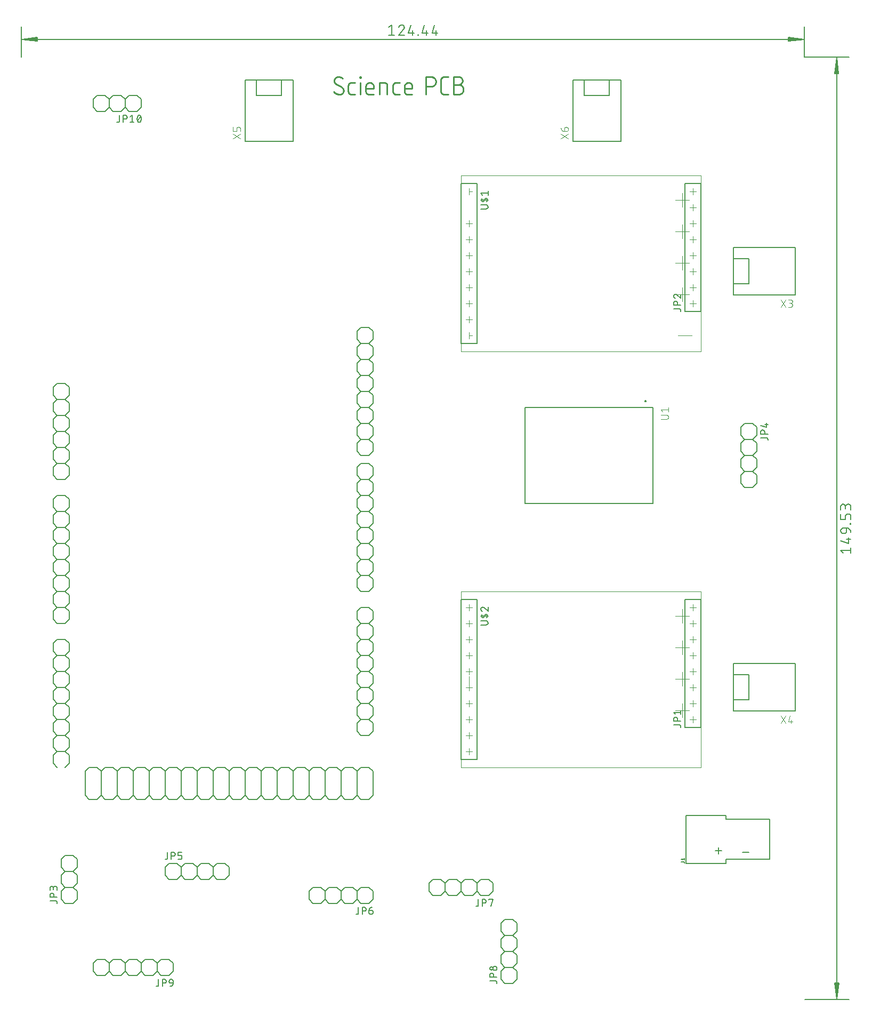
<source format=gbr>
G04 EAGLE Gerber RS-274X export*
G75*
%MOMM*%
%FSLAX34Y34*%
%LPD*%
%INSilkscreen Top*%
%IPPOS*%
%AMOC8*
5,1,8,0,0,1.08239X$1,22.5*%
G01*
%ADD10C,0.025000*%
%ADD11C,0.050800*%
%ADD12C,0.130000*%
%ADD13C,0.152400*%
%ADD14C,0.254000*%
%ADD15C,0.127000*%
%ADD16C,0.200000*%
%ADD17C,0.101600*%
%ADD18C,0.203200*%


D10*
X927100Y825500D02*
X1308100Y825500D01*
X1308100Y546100D01*
X927100Y546100D01*
X934720Y596900D02*
X944880Y596900D01*
X939800Y591820D02*
X939800Y601980D01*
X939800Y571500D02*
X944880Y571500D01*
X939800Y571500D02*
X939800Y566420D01*
X939800Y571500D02*
X939800Y576580D01*
X1267968Y786130D02*
X1289812Y786130D01*
X1278890Y775208D02*
X1278890Y797052D01*
X1267968Y736117D02*
X1289812Y736117D01*
X1278890Y725221D02*
X1278890Y747039D01*
X1267968Y686130D02*
X1289812Y686130D01*
X1278890Y675208D02*
X1278890Y697052D01*
X1267968Y636118D02*
X1289812Y636118D01*
X1278890Y625196D02*
X1278890Y647040D01*
X1290320Y800100D02*
X1300480Y800100D01*
X1295400Y795020D02*
X1295400Y805180D01*
X1290320Y774700D02*
X1300480Y774700D01*
X1295400Y769620D02*
X1295400Y779780D01*
X1290320Y749300D02*
X1300480Y749300D01*
X1295400Y744220D02*
X1295400Y754380D01*
X1290320Y723900D02*
X1300480Y723900D01*
X1295400Y718820D02*
X1295400Y728980D01*
X1290320Y698500D02*
X1300480Y698500D01*
X1295400Y693420D02*
X1295400Y703580D01*
X1290320Y673100D02*
X1300480Y673100D01*
X1295400Y668020D02*
X1295400Y678180D01*
X1290320Y647700D02*
X1300480Y647700D01*
X1295400Y642620D02*
X1295400Y652780D01*
X1290320Y622300D02*
X1300480Y622300D01*
X1295400Y617220D02*
X1295400Y627380D01*
X1293622Y571500D02*
X1271778Y571500D01*
X944880Y800100D02*
X939800Y800100D01*
X939800Y795020D01*
X939800Y800100D02*
X939800Y805180D01*
X934720Y749300D02*
X944880Y749300D01*
X939800Y744220D02*
X939800Y754380D01*
X934720Y723900D02*
X944880Y723900D01*
X939800Y718820D02*
X939800Y728980D01*
X934720Y698500D02*
X944880Y698500D01*
X939800Y693420D02*
X939800Y703580D01*
X934720Y673100D02*
X944880Y673100D01*
X939800Y668020D02*
X939800Y678180D01*
X934720Y647700D02*
X944880Y647700D01*
X939800Y642620D02*
X939800Y652780D01*
X934720Y622300D02*
X944880Y622300D01*
X939800Y617220D02*
X939800Y627380D01*
X927100Y165100D02*
X927100Y-114300D01*
X927100Y165100D02*
X1308100Y165100D01*
X1308100Y-114300D01*
X927100Y-114300D01*
X934720Y-63500D02*
X944880Y-63500D01*
X939800Y-68580D02*
X939800Y-58420D01*
X934720Y-88900D02*
X944880Y-88900D01*
X939800Y-93980D02*
X939800Y-83820D01*
X1267968Y125730D02*
X1289812Y125730D01*
X1278890Y114808D02*
X1278890Y136652D01*
X1267968Y75717D02*
X1289812Y75717D01*
X1278890Y64821D02*
X1278890Y86639D01*
X1267968Y25730D02*
X1289812Y25730D01*
X1278890Y14808D02*
X1278890Y36652D01*
X1267968Y-24282D02*
X1289812Y-24282D01*
X1278890Y-35204D02*
X1278890Y-13360D01*
X1290320Y139700D02*
X1300480Y139700D01*
X1295400Y134620D02*
X1295400Y144780D01*
X1290320Y114300D02*
X1300480Y114300D01*
X1295400Y109220D02*
X1295400Y119380D01*
X1290320Y88900D02*
X1300480Y88900D01*
X1295400Y83820D02*
X1295400Y93980D01*
X1290320Y63500D02*
X1300480Y63500D01*
X1295400Y58420D02*
X1295400Y68580D01*
X1290320Y38100D02*
X1300480Y38100D01*
X1295400Y33020D02*
X1295400Y43180D01*
X1290320Y12700D02*
X1300480Y12700D01*
X1295400Y7620D02*
X1295400Y17780D01*
X1290320Y-12700D02*
X1300480Y-12700D01*
X1295400Y-17780D02*
X1295400Y-7620D01*
X1290320Y-38100D02*
X1300480Y-38100D01*
X1295400Y-43180D02*
X1295400Y-33020D01*
X944880Y139700D02*
X934720Y139700D01*
X939800Y134620D02*
X939800Y144780D01*
X934720Y114300D02*
X944880Y114300D01*
X939800Y109220D02*
X939800Y119380D01*
X934720Y88900D02*
X944880Y88900D01*
X939800Y83820D02*
X939800Y93980D01*
X934720Y63500D02*
X944880Y63500D01*
X939800Y58420D02*
X939800Y68580D01*
X934720Y38100D02*
X944880Y38100D01*
X939800Y33020D02*
X939800Y43180D01*
X934720Y12700D02*
X944880Y12700D01*
X939800Y7620D02*
X939800Y30480D01*
X934720Y-12700D02*
X944880Y-12700D01*
X939800Y-17780D02*
X939800Y-7620D01*
X934720Y-38100D02*
X944880Y-38100D01*
X939800Y-43180D02*
X939800Y-33020D01*
D11*
X927100Y546100D02*
X927100Y825500D01*
D12*
X228600Y1012700D02*
X228600Y1060900D01*
X1473000Y1060900D02*
X1473000Y1012700D01*
X1472350Y1041400D02*
X229250Y1041400D01*
X254600Y1044592D01*
X254600Y1038208D01*
X229250Y1041400D01*
X254600Y1042700D01*
X254600Y1040100D02*
X229250Y1041400D01*
X254600Y1044000D01*
X254600Y1038800D02*
X229250Y1041400D01*
X1447000Y1044592D02*
X1472350Y1041400D01*
X1447000Y1044592D02*
X1447000Y1038208D01*
X1472350Y1041400D01*
X1447000Y1042700D01*
X1447000Y1040100D02*
X1472350Y1041400D01*
X1447000Y1044000D01*
X1447000Y1038800D02*
X1472350Y1041400D01*
D13*
X817071Y1064163D02*
X812556Y1060551D01*
X817071Y1064163D02*
X817071Y1047907D01*
X812556Y1047907D02*
X821587Y1047907D01*
X837218Y1060099D02*
X837216Y1060224D01*
X837210Y1060349D01*
X837201Y1060474D01*
X837187Y1060598D01*
X837170Y1060722D01*
X837149Y1060846D01*
X837124Y1060968D01*
X837095Y1061090D01*
X837063Y1061211D01*
X837027Y1061331D01*
X836987Y1061450D01*
X836944Y1061567D01*
X836897Y1061683D01*
X836846Y1061798D01*
X836792Y1061910D01*
X836734Y1062022D01*
X836674Y1062131D01*
X836609Y1062238D01*
X836542Y1062344D01*
X836471Y1062447D01*
X836397Y1062548D01*
X836320Y1062647D01*
X836240Y1062743D01*
X836157Y1062837D01*
X836072Y1062928D01*
X835983Y1063017D01*
X835892Y1063102D01*
X835798Y1063185D01*
X835702Y1063265D01*
X835603Y1063342D01*
X835502Y1063416D01*
X835399Y1063487D01*
X835293Y1063554D01*
X835186Y1063619D01*
X835077Y1063679D01*
X834965Y1063737D01*
X834853Y1063791D01*
X834738Y1063842D01*
X834622Y1063889D01*
X834505Y1063932D01*
X834386Y1063972D01*
X834266Y1064008D01*
X834145Y1064040D01*
X834023Y1064069D01*
X833901Y1064094D01*
X833777Y1064115D01*
X833653Y1064132D01*
X833529Y1064146D01*
X833404Y1064155D01*
X833279Y1064161D01*
X833154Y1064163D01*
X833011Y1064161D01*
X832869Y1064155D01*
X832726Y1064145D01*
X832584Y1064132D01*
X832443Y1064114D01*
X832301Y1064093D01*
X832161Y1064068D01*
X832021Y1064039D01*
X831882Y1064006D01*
X831744Y1063969D01*
X831607Y1063929D01*
X831472Y1063885D01*
X831337Y1063837D01*
X831204Y1063785D01*
X831072Y1063730D01*
X830942Y1063671D01*
X830814Y1063609D01*
X830687Y1063543D01*
X830562Y1063474D01*
X830439Y1063402D01*
X830319Y1063326D01*
X830200Y1063247D01*
X830083Y1063164D01*
X829969Y1063079D01*
X829857Y1062990D01*
X829748Y1062899D01*
X829641Y1062804D01*
X829536Y1062707D01*
X829435Y1062606D01*
X829336Y1062503D01*
X829240Y1062398D01*
X829147Y1062289D01*
X829057Y1062178D01*
X828970Y1062065D01*
X828886Y1061950D01*
X828806Y1061832D01*
X828728Y1061712D01*
X828654Y1061590D01*
X828584Y1061466D01*
X828516Y1061340D01*
X828453Y1061212D01*
X828392Y1061083D01*
X828335Y1060952D01*
X828282Y1060820D01*
X828233Y1060686D01*
X828187Y1060551D01*
X835863Y1056938D02*
X835957Y1057030D01*
X836047Y1057124D01*
X836135Y1057221D01*
X836220Y1057321D01*
X836302Y1057423D01*
X836381Y1057528D01*
X836456Y1057635D01*
X836528Y1057744D01*
X836597Y1057855D01*
X836663Y1057969D01*
X836725Y1058084D01*
X836784Y1058201D01*
X836839Y1058320D01*
X836890Y1058440D01*
X836938Y1058562D01*
X836983Y1058685D01*
X837023Y1058809D01*
X837060Y1058935D01*
X837093Y1059062D01*
X837122Y1059189D01*
X837148Y1059318D01*
X837169Y1059447D01*
X837187Y1059577D01*
X837200Y1059707D01*
X837210Y1059837D01*
X837216Y1059968D01*
X837218Y1060099D01*
X835864Y1056938D02*
X828187Y1047907D01*
X837218Y1047907D01*
X843818Y1051519D02*
X847431Y1064163D01*
X843818Y1051519D02*
X852849Y1051519D01*
X850140Y1055132D02*
X850140Y1047907D01*
X858824Y1047907D02*
X858824Y1048810D01*
X859727Y1048810D01*
X859727Y1047907D01*
X858824Y1047907D01*
X865702Y1051519D02*
X869315Y1064163D01*
X865702Y1051519D02*
X874733Y1051519D01*
X872024Y1055132D02*
X872024Y1047907D01*
X881333Y1051519D02*
X884946Y1064163D01*
X881333Y1051519D02*
X890364Y1051519D01*
X887655Y1055132D02*
X887655Y1047907D01*
D12*
X1473000Y1012700D02*
X1543302Y1012709D01*
X1543502Y-482591D02*
X1473200Y-482600D01*
X1524002Y-481943D02*
X1523802Y1012057D01*
X1526998Y986707D01*
X1520613Y986706D01*
X1523802Y1012057D01*
X1525105Y986707D01*
X1522505Y986707D02*
X1523802Y1012057D01*
X1526405Y986707D01*
X1521205Y986706D02*
X1523802Y1012057D01*
X1527191Y-456593D02*
X1524002Y-481943D01*
X1527191Y-456593D02*
X1520806Y-456594D01*
X1524002Y-481943D01*
X1525298Y-456593D01*
X1522698Y-456593D02*
X1524002Y-481943D01*
X1526598Y-456593D01*
X1521398Y-456594D02*
X1524002Y-481943D01*
D13*
X1534016Y225493D02*
X1530403Y230009D01*
X1546659Y230009D01*
X1546659Y234524D02*
X1546659Y225493D01*
X1543047Y241124D02*
X1530403Y244737D01*
X1543047Y241124D02*
X1543047Y250156D01*
X1539435Y247446D02*
X1546659Y247446D01*
X1539435Y260368D02*
X1539435Y265787D01*
X1539434Y260368D02*
X1539432Y260250D01*
X1539426Y260132D01*
X1539417Y260014D01*
X1539403Y259897D01*
X1539386Y259780D01*
X1539365Y259663D01*
X1539340Y259548D01*
X1539311Y259433D01*
X1539278Y259319D01*
X1539242Y259207D01*
X1539202Y259096D01*
X1539159Y258986D01*
X1539112Y258877D01*
X1539062Y258770D01*
X1539007Y258665D01*
X1538950Y258562D01*
X1538889Y258461D01*
X1538825Y258361D01*
X1538758Y258264D01*
X1538688Y258169D01*
X1538614Y258077D01*
X1538538Y257986D01*
X1538458Y257899D01*
X1538376Y257814D01*
X1538291Y257732D01*
X1538204Y257652D01*
X1538113Y257576D01*
X1538021Y257502D01*
X1537926Y257432D01*
X1537829Y257365D01*
X1537729Y257301D01*
X1537628Y257240D01*
X1537525Y257183D01*
X1537420Y257128D01*
X1537313Y257078D01*
X1537204Y257031D01*
X1537094Y256988D01*
X1536983Y256948D01*
X1536871Y256912D01*
X1536757Y256879D01*
X1536642Y256850D01*
X1536527Y256825D01*
X1536410Y256804D01*
X1536293Y256787D01*
X1536176Y256773D01*
X1536058Y256764D01*
X1535940Y256758D01*
X1535822Y256756D01*
X1534919Y256756D01*
X1534919Y256755D02*
X1534786Y256757D01*
X1534654Y256763D01*
X1534522Y256773D01*
X1534390Y256786D01*
X1534258Y256804D01*
X1534128Y256825D01*
X1533997Y256850D01*
X1533868Y256879D01*
X1533740Y256912D01*
X1533612Y256948D01*
X1533486Y256988D01*
X1533361Y257032D01*
X1533237Y257080D01*
X1533115Y257131D01*
X1532994Y257186D01*
X1532875Y257244D01*
X1532757Y257306D01*
X1532642Y257371D01*
X1532528Y257440D01*
X1532417Y257511D01*
X1532308Y257587D01*
X1532201Y257665D01*
X1532096Y257746D01*
X1531994Y257831D01*
X1531894Y257918D01*
X1531797Y258008D01*
X1531702Y258101D01*
X1531611Y258197D01*
X1531522Y258295D01*
X1531436Y258396D01*
X1531353Y258500D01*
X1531273Y258606D01*
X1531197Y258714D01*
X1531123Y258824D01*
X1531053Y258937D01*
X1530986Y259051D01*
X1530923Y259168D01*
X1530863Y259286D01*
X1530806Y259406D01*
X1530753Y259528D01*
X1530704Y259651D01*
X1530658Y259775D01*
X1530616Y259901D01*
X1530578Y260028D01*
X1530543Y260156D01*
X1530512Y260285D01*
X1530485Y260414D01*
X1530462Y260545D01*
X1530442Y260676D01*
X1530427Y260808D01*
X1530415Y260940D01*
X1530407Y261072D01*
X1530403Y261205D01*
X1530403Y261337D01*
X1530407Y261470D01*
X1530415Y261602D01*
X1530427Y261734D01*
X1530442Y261866D01*
X1530462Y261997D01*
X1530485Y262128D01*
X1530512Y262257D01*
X1530543Y262386D01*
X1530578Y262514D01*
X1530616Y262641D01*
X1530658Y262767D01*
X1530704Y262891D01*
X1530753Y263014D01*
X1530806Y263136D01*
X1530863Y263256D01*
X1530923Y263374D01*
X1530986Y263491D01*
X1531053Y263605D01*
X1531123Y263718D01*
X1531197Y263828D01*
X1531273Y263936D01*
X1531353Y264042D01*
X1531436Y264146D01*
X1531522Y264247D01*
X1531611Y264345D01*
X1531702Y264441D01*
X1531797Y264534D01*
X1531894Y264624D01*
X1531994Y264711D01*
X1532096Y264796D01*
X1532201Y264877D01*
X1532308Y264955D01*
X1532417Y265031D01*
X1532528Y265102D01*
X1532642Y265171D01*
X1532757Y265236D01*
X1532875Y265298D01*
X1532994Y265356D01*
X1533115Y265411D01*
X1533237Y265462D01*
X1533361Y265510D01*
X1533486Y265554D01*
X1533612Y265594D01*
X1533740Y265630D01*
X1533868Y265663D01*
X1533997Y265692D01*
X1534128Y265717D01*
X1534258Y265738D01*
X1534390Y265756D01*
X1534522Y265769D01*
X1534654Y265779D01*
X1534786Y265785D01*
X1534919Y265787D01*
X1539435Y265787D01*
X1539610Y265785D01*
X1539784Y265779D01*
X1539958Y265768D01*
X1540132Y265753D01*
X1540306Y265734D01*
X1540479Y265711D01*
X1540651Y265684D01*
X1540823Y265652D01*
X1540994Y265617D01*
X1541164Y265577D01*
X1541333Y265533D01*
X1541501Y265485D01*
X1541668Y265433D01*
X1541833Y265377D01*
X1541997Y265317D01*
X1542160Y265254D01*
X1542320Y265186D01*
X1542480Y265114D01*
X1542637Y265039D01*
X1542793Y264959D01*
X1542946Y264876D01*
X1543098Y264790D01*
X1543247Y264699D01*
X1543394Y264605D01*
X1543539Y264508D01*
X1543682Y264407D01*
X1543822Y264303D01*
X1543959Y264195D01*
X1544094Y264084D01*
X1544226Y263970D01*
X1544355Y263853D01*
X1544482Y263732D01*
X1544605Y263609D01*
X1544726Y263482D01*
X1544843Y263353D01*
X1544957Y263221D01*
X1545068Y263086D01*
X1545176Y262949D01*
X1545280Y262809D01*
X1545381Y262666D01*
X1545478Y262521D01*
X1545572Y262374D01*
X1545663Y262225D01*
X1545749Y262073D01*
X1545832Y261920D01*
X1545912Y261764D01*
X1545987Y261607D01*
X1546059Y261447D01*
X1546127Y261287D01*
X1546190Y261124D01*
X1546250Y260960D01*
X1546306Y260795D01*
X1546358Y260628D01*
X1546406Y260460D01*
X1546450Y260291D01*
X1546490Y260121D01*
X1546525Y259950D01*
X1546557Y259778D01*
X1546584Y259606D01*
X1546607Y259433D01*
X1546626Y259259D01*
X1546641Y259085D01*
X1546652Y258911D01*
X1546658Y258737D01*
X1546660Y258562D01*
X1546659Y271761D02*
X1545756Y271761D01*
X1545756Y272665D01*
X1546659Y272665D01*
X1546659Y271761D01*
X1546659Y278639D02*
X1546659Y284058D01*
X1546657Y284176D01*
X1546651Y284294D01*
X1546642Y284412D01*
X1546628Y284529D01*
X1546611Y284646D01*
X1546590Y284763D01*
X1546565Y284878D01*
X1546536Y284993D01*
X1546503Y285107D01*
X1546467Y285219D01*
X1546427Y285330D01*
X1546384Y285440D01*
X1546337Y285549D01*
X1546287Y285656D01*
X1546232Y285761D01*
X1546175Y285864D01*
X1546114Y285965D01*
X1546050Y286065D01*
X1545983Y286162D01*
X1545913Y286257D01*
X1545839Y286349D01*
X1545763Y286440D01*
X1545683Y286527D01*
X1545601Y286612D01*
X1545516Y286694D01*
X1545429Y286774D01*
X1545338Y286850D01*
X1545246Y286924D01*
X1545151Y286994D01*
X1545054Y287061D01*
X1544954Y287125D01*
X1544853Y287186D01*
X1544750Y287243D01*
X1544645Y287298D01*
X1544538Y287348D01*
X1544429Y287395D01*
X1544319Y287438D01*
X1544208Y287478D01*
X1544096Y287514D01*
X1543982Y287547D01*
X1543867Y287576D01*
X1543752Y287601D01*
X1543635Y287622D01*
X1543518Y287639D01*
X1543401Y287653D01*
X1543283Y287662D01*
X1543165Y287668D01*
X1543047Y287670D01*
X1541241Y287670D01*
X1541123Y287668D01*
X1541005Y287662D01*
X1540887Y287653D01*
X1540770Y287639D01*
X1540653Y287622D01*
X1540536Y287601D01*
X1540421Y287576D01*
X1540306Y287547D01*
X1540192Y287514D01*
X1540080Y287478D01*
X1539969Y287438D01*
X1539859Y287395D01*
X1539750Y287348D01*
X1539643Y287298D01*
X1539538Y287243D01*
X1539435Y287186D01*
X1539334Y287125D01*
X1539234Y287061D01*
X1539137Y286994D01*
X1539042Y286924D01*
X1538950Y286850D01*
X1538859Y286774D01*
X1538772Y286694D01*
X1538687Y286612D01*
X1538605Y286527D01*
X1538525Y286440D01*
X1538449Y286349D01*
X1538375Y286257D01*
X1538305Y286162D01*
X1538238Y286065D01*
X1538174Y285965D01*
X1538113Y285864D01*
X1538056Y285761D01*
X1538001Y285656D01*
X1537951Y285549D01*
X1537904Y285440D01*
X1537861Y285330D01*
X1537821Y285219D01*
X1537785Y285107D01*
X1537752Y284993D01*
X1537723Y284878D01*
X1537698Y284763D01*
X1537677Y284646D01*
X1537660Y284529D01*
X1537646Y284412D01*
X1537637Y284294D01*
X1537631Y284176D01*
X1537629Y284058D01*
X1537628Y284058D02*
X1537628Y278639D01*
X1530403Y278639D01*
X1530403Y287670D01*
X1546659Y294271D02*
X1546659Y298786D01*
X1546660Y298786D02*
X1546658Y298919D01*
X1546652Y299051D01*
X1546642Y299183D01*
X1546629Y299315D01*
X1546611Y299447D01*
X1546590Y299577D01*
X1546565Y299708D01*
X1546536Y299837D01*
X1546503Y299965D01*
X1546467Y300093D01*
X1546427Y300219D01*
X1546383Y300344D01*
X1546335Y300468D01*
X1546284Y300590D01*
X1546229Y300711D01*
X1546171Y300830D01*
X1546109Y300948D01*
X1546044Y301063D01*
X1545975Y301177D01*
X1545904Y301288D01*
X1545828Y301397D01*
X1545750Y301504D01*
X1545669Y301609D01*
X1545584Y301711D01*
X1545497Y301811D01*
X1545407Y301908D01*
X1545314Y302003D01*
X1545218Y302094D01*
X1545120Y302183D01*
X1545019Y302269D01*
X1544915Y302352D01*
X1544809Y302432D01*
X1544701Y302508D01*
X1544591Y302582D01*
X1544478Y302652D01*
X1544364Y302719D01*
X1544247Y302782D01*
X1544129Y302842D01*
X1544009Y302899D01*
X1543887Y302952D01*
X1543764Y303001D01*
X1543640Y303047D01*
X1543514Y303089D01*
X1543387Y303127D01*
X1543259Y303162D01*
X1543130Y303193D01*
X1543001Y303220D01*
X1542870Y303243D01*
X1542739Y303263D01*
X1542607Y303278D01*
X1542475Y303290D01*
X1542343Y303298D01*
X1542210Y303302D01*
X1542078Y303302D01*
X1541945Y303298D01*
X1541813Y303290D01*
X1541681Y303278D01*
X1541549Y303263D01*
X1541418Y303243D01*
X1541287Y303220D01*
X1541158Y303193D01*
X1541029Y303162D01*
X1540901Y303127D01*
X1540774Y303089D01*
X1540648Y303047D01*
X1540524Y303001D01*
X1540401Y302952D01*
X1540279Y302899D01*
X1540159Y302842D01*
X1540041Y302782D01*
X1539924Y302719D01*
X1539810Y302652D01*
X1539697Y302582D01*
X1539587Y302508D01*
X1539479Y302432D01*
X1539373Y302352D01*
X1539269Y302269D01*
X1539168Y302183D01*
X1539070Y302094D01*
X1538974Y302003D01*
X1538881Y301908D01*
X1538791Y301811D01*
X1538704Y301711D01*
X1538619Y301609D01*
X1538538Y301504D01*
X1538460Y301397D01*
X1538384Y301288D01*
X1538313Y301177D01*
X1538244Y301063D01*
X1538179Y300948D01*
X1538117Y300830D01*
X1538059Y300711D01*
X1538004Y300590D01*
X1537953Y300468D01*
X1537905Y300344D01*
X1537861Y300219D01*
X1537821Y300093D01*
X1537785Y299965D01*
X1537752Y299837D01*
X1537723Y299708D01*
X1537698Y299577D01*
X1537677Y299447D01*
X1537659Y299315D01*
X1537646Y299183D01*
X1537636Y299051D01*
X1537630Y298919D01*
X1537628Y298786D01*
X1530403Y299689D02*
X1530403Y294271D01*
X1530404Y299689D02*
X1530406Y299808D01*
X1530412Y299928D01*
X1530422Y300047D01*
X1530436Y300165D01*
X1530453Y300284D01*
X1530475Y300401D01*
X1530500Y300518D01*
X1530530Y300633D01*
X1530563Y300748D01*
X1530600Y300862D01*
X1530640Y300974D01*
X1530685Y301085D01*
X1530733Y301194D01*
X1530784Y301302D01*
X1530839Y301408D01*
X1530898Y301512D01*
X1530960Y301614D01*
X1531025Y301714D01*
X1531094Y301812D01*
X1531166Y301908D01*
X1531241Y302001D01*
X1531318Y302091D01*
X1531399Y302179D01*
X1531483Y302264D01*
X1531570Y302346D01*
X1531659Y302426D01*
X1531751Y302502D01*
X1531845Y302576D01*
X1531942Y302646D01*
X1532040Y302713D01*
X1532141Y302777D01*
X1532245Y302837D01*
X1532350Y302894D01*
X1532457Y302947D01*
X1532565Y302997D01*
X1532675Y303043D01*
X1532787Y303085D01*
X1532900Y303124D01*
X1533014Y303159D01*
X1533129Y303190D01*
X1533246Y303218D01*
X1533363Y303241D01*
X1533480Y303261D01*
X1533599Y303277D01*
X1533718Y303289D01*
X1533837Y303297D01*
X1533956Y303301D01*
X1534076Y303301D01*
X1534195Y303297D01*
X1534314Y303289D01*
X1534433Y303277D01*
X1534552Y303261D01*
X1534669Y303241D01*
X1534786Y303218D01*
X1534903Y303190D01*
X1535018Y303159D01*
X1535132Y303124D01*
X1535245Y303085D01*
X1535357Y303043D01*
X1535467Y302997D01*
X1535575Y302947D01*
X1535682Y302894D01*
X1535787Y302837D01*
X1535891Y302777D01*
X1535992Y302713D01*
X1536090Y302646D01*
X1536187Y302576D01*
X1536281Y302502D01*
X1536373Y302426D01*
X1536462Y302346D01*
X1536549Y302264D01*
X1536633Y302179D01*
X1536714Y302091D01*
X1536791Y302001D01*
X1536866Y301908D01*
X1536938Y301812D01*
X1537007Y301714D01*
X1537072Y301614D01*
X1537134Y301512D01*
X1537193Y301408D01*
X1537248Y301302D01*
X1537299Y301194D01*
X1537347Y301085D01*
X1537392Y300974D01*
X1537432Y300862D01*
X1537469Y300748D01*
X1537502Y300633D01*
X1537532Y300518D01*
X1537557Y300401D01*
X1537579Y300284D01*
X1537596Y300165D01*
X1537610Y300047D01*
X1537620Y299928D01*
X1537626Y299808D01*
X1537628Y299689D01*
X1537628Y296077D01*
D14*
X740692Y959979D02*
X740690Y959824D01*
X740684Y959670D01*
X740675Y959515D01*
X740661Y959361D01*
X740644Y959207D01*
X740623Y959054D01*
X740598Y958901D01*
X740569Y958749D01*
X740536Y958597D01*
X740500Y958447D01*
X740460Y958297D01*
X740416Y958149D01*
X740369Y958002D01*
X740318Y957855D01*
X740263Y957711D01*
X740204Y957567D01*
X740143Y957425D01*
X740077Y957285D01*
X740008Y957146D01*
X739936Y957010D01*
X739860Y956875D01*
X739781Y956741D01*
X739699Y956610D01*
X739613Y956481D01*
X739524Y956355D01*
X739432Y956230D01*
X739337Y956108D01*
X739239Y955988D01*
X739138Y955871D01*
X739035Y955756D01*
X738928Y955644D01*
X738818Y955534D01*
X738706Y955427D01*
X738591Y955324D01*
X738474Y955223D01*
X738354Y955125D01*
X738232Y955030D01*
X738107Y954938D01*
X737981Y954849D01*
X737852Y954763D01*
X737721Y954681D01*
X737588Y954602D01*
X737452Y954526D01*
X737316Y954454D01*
X737177Y954385D01*
X737037Y954319D01*
X736895Y954258D01*
X736751Y954199D01*
X736607Y954144D01*
X736460Y954093D01*
X736313Y954046D01*
X736165Y954002D01*
X736015Y953962D01*
X735865Y953926D01*
X735713Y953893D01*
X735561Y953864D01*
X735408Y953839D01*
X735255Y953818D01*
X735101Y953801D01*
X734947Y953787D01*
X734792Y953778D01*
X734638Y953772D01*
X734483Y953770D01*
X734169Y953774D01*
X733856Y953785D01*
X733542Y953804D01*
X733230Y953830D01*
X732918Y953864D01*
X732607Y953905D01*
X732297Y953954D01*
X731988Y954010D01*
X731680Y954073D01*
X731375Y954144D01*
X731071Y954222D01*
X730769Y954307D01*
X730469Y954399D01*
X730171Y954499D01*
X729876Y954606D01*
X729584Y954719D01*
X729294Y954840D01*
X729007Y954968D01*
X728724Y955102D01*
X728443Y955243D01*
X728167Y955391D01*
X727893Y955546D01*
X727624Y955706D01*
X727358Y955874D01*
X727097Y956047D01*
X726840Y956227D01*
X726587Y956413D01*
X726339Y956605D01*
X726095Y956803D01*
X725856Y957006D01*
X725622Y957216D01*
X725394Y957430D01*
X725170Y957650D01*
X725946Y975501D02*
X725948Y975656D01*
X725954Y975810D01*
X725963Y975965D01*
X725977Y976119D01*
X725994Y976273D01*
X726015Y976426D01*
X726040Y976579D01*
X726069Y976731D01*
X726102Y976883D01*
X726138Y977033D01*
X726178Y977183D01*
X726222Y977331D01*
X726269Y977478D01*
X726320Y977625D01*
X726375Y977769D01*
X726434Y977913D01*
X726495Y978055D01*
X726561Y978195D01*
X726630Y978334D01*
X726702Y978470D01*
X726778Y978606D01*
X726857Y978739D01*
X726939Y978870D01*
X727025Y978999D01*
X727114Y979125D01*
X727206Y979250D01*
X727301Y979372D01*
X727399Y979492D01*
X727500Y979609D01*
X727603Y979724D01*
X727710Y979836D01*
X727820Y979946D01*
X727932Y980053D01*
X728047Y980156D01*
X728164Y980257D01*
X728284Y980355D01*
X728406Y980450D01*
X728531Y980542D01*
X728657Y980631D01*
X728786Y980717D01*
X728917Y980799D01*
X729051Y980878D01*
X729186Y980954D01*
X729322Y981026D01*
X729461Y981095D01*
X729601Y981161D01*
X729743Y981222D01*
X729887Y981281D01*
X730031Y981336D01*
X730178Y981387D01*
X730325Y981434D01*
X730473Y981478D01*
X730623Y981518D01*
X730773Y981554D01*
X730925Y981587D01*
X731077Y981616D01*
X731230Y981641D01*
X731383Y981662D01*
X731537Y981679D01*
X731691Y981693D01*
X731846Y981702D01*
X732000Y981708D01*
X732155Y981710D01*
X732433Y981707D01*
X732710Y981697D01*
X732987Y981680D01*
X733263Y981657D01*
X733539Y981627D01*
X733814Y981591D01*
X734088Y981548D01*
X734361Y981499D01*
X734633Y981443D01*
X734904Y981381D01*
X735172Y981312D01*
X735439Y981237D01*
X735705Y981156D01*
X735968Y981068D01*
X736229Y980974D01*
X736488Y980874D01*
X736744Y980767D01*
X736998Y980655D01*
X737249Y980537D01*
X737497Y980412D01*
X737742Y980282D01*
X737983Y980146D01*
X738222Y980004D01*
X738457Y979857D01*
X738688Y979704D01*
X738916Y979545D01*
X739140Y979382D01*
X729050Y970068D02*
X728917Y970149D01*
X728786Y970233D01*
X728657Y970320D01*
X728530Y970411D01*
X728405Y970504D01*
X728283Y970601D01*
X728163Y970701D01*
X728045Y970803D01*
X727931Y970909D01*
X727818Y971017D01*
X727709Y971128D01*
X727602Y971241D01*
X727498Y971358D01*
X727397Y971476D01*
X727299Y971598D01*
X727204Y971721D01*
X727112Y971847D01*
X727024Y971975D01*
X726938Y972106D01*
X726856Y972238D01*
X726777Y972372D01*
X726701Y972509D01*
X726629Y972647D01*
X726560Y972787D01*
X726495Y972928D01*
X726433Y973071D01*
X726375Y973216D01*
X726320Y973362D01*
X726269Y973509D01*
X726221Y973658D01*
X726178Y973807D01*
X726138Y973958D01*
X726101Y974110D01*
X726069Y974262D01*
X726040Y974415D01*
X726015Y974569D01*
X725994Y974724D01*
X725977Y974878D01*
X725963Y975034D01*
X725954Y975189D01*
X725948Y975345D01*
X725946Y975501D01*
X737587Y965412D02*
X737721Y965331D01*
X737852Y965247D01*
X737981Y965160D01*
X738108Y965069D01*
X738233Y964976D01*
X738355Y964879D01*
X738475Y964779D01*
X738593Y964677D01*
X738707Y964572D01*
X738820Y964463D01*
X738929Y964352D01*
X739036Y964239D01*
X739140Y964122D01*
X739241Y964004D01*
X739339Y963882D01*
X739434Y963759D01*
X739526Y963633D01*
X739614Y963505D01*
X739700Y963374D01*
X739782Y963242D01*
X739861Y963108D01*
X739937Y962971D01*
X740009Y962833D01*
X740078Y962693D01*
X740143Y962552D01*
X740205Y962409D01*
X740263Y962264D01*
X740318Y962118D01*
X740369Y961971D01*
X740417Y961822D01*
X740460Y961673D01*
X740500Y961522D01*
X740537Y961370D01*
X740569Y961218D01*
X740598Y961065D01*
X740623Y960911D01*
X740644Y960756D01*
X740661Y960602D01*
X740675Y960446D01*
X740684Y960291D01*
X740690Y960135D01*
X740692Y959979D01*
X737588Y965412D02*
X729051Y970068D01*
X752890Y953770D02*
X759099Y953770D01*
X752890Y953770D02*
X752755Y953772D01*
X752619Y953778D01*
X752484Y953788D01*
X752349Y953801D01*
X752215Y953819D01*
X752081Y953841D01*
X751948Y953866D01*
X751816Y953896D01*
X751685Y953929D01*
X751554Y953966D01*
X751425Y954006D01*
X751297Y954051D01*
X751171Y954099D01*
X751045Y954151D01*
X750922Y954206D01*
X750800Y954265D01*
X750680Y954328D01*
X750562Y954394D01*
X750445Y954463D01*
X750331Y954536D01*
X750219Y954612D01*
X750109Y954692D01*
X750002Y954774D01*
X749897Y954860D01*
X749794Y954948D01*
X749694Y955040D01*
X749597Y955134D01*
X749503Y955231D01*
X749411Y955331D01*
X749323Y955434D01*
X749237Y955539D01*
X749155Y955646D01*
X749075Y955756D01*
X748999Y955868D01*
X748926Y955982D01*
X748857Y956099D01*
X748791Y956217D01*
X748728Y956337D01*
X748669Y956459D01*
X748614Y956582D01*
X748562Y956708D01*
X748514Y956834D01*
X748469Y956962D01*
X748429Y957091D01*
X748392Y957222D01*
X748359Y957353D01*
X748329Y957485D01*
X748304Y957618D01*
X748282Y957752D01*
X748264Y957886D01*
X748251Y958021D01*
X748241Y958156D01*
X748235Y958292D01*
X748233Y958427D01*
X748233Y967740D01*
X748235Y967875D01*
X748241Y968011D01*
X748251Y968146D01*
X748264Y968281D01*
X748282Y968415D01*
X748304Y968549D01*
X748329Y968682D01*
X748359Y968814D01*
X748392Y968945D01*
X748429Y969076D01*
X748469Y969205D01*
X748514Y969333D01*
X748562Y969459D01*
X748614Y969585D01*
X748669Y969708D01*
X748728Y969830D01*
X748791Y969950D01*
X748857Y970069D01*
X748926Y970185D01*
X748999Y970299D01*
X749075Y970411D01*
X749155Y970521D01*
X749237Y970628D01*
X749323Y970733D01*
X749411Y970836D01*
X749503Y970936D01*
X749597Y971033D01*
X749694Y971127D01*
X749794Y971219D01*
X749897Y971307D01*
X750002Y971393D01*
X750109Y971475D01*
X750219Y971555D01*
X750331Y971631D01*
X750445Y971704D01*
X750562Y971773D01*
X750680Y971839D01*
X750800Y971902D01*
X750922Y971961D01*
X751045Y972016D01*
X751171Y972068D01*
X751297Y972116D01*
X751425Y972161D01*
X751554Y972201D01*
X751685Y972238D01*
X751816Y972271D01*
X751948Y972301D01*
X752081Y972326D01*
X752215Y972348D01*
X752349Y972366D01*
X752484Y972379D01*
X752619Y972389D01*
X752755Y972395D01*
X752890Y972397D01*
X759099Y972397D01*
X767178Y972397D02*
X767178Y953770D01*
X766402Y980158D02*
X766402Y981710D01*
X767954Y981710D01*
X767954Y980158D01*
X766402Y980158D01*
X780758Y953770D02*
X788519Y953770D01*
X780758Y953770D02*
X780623Y953772D01*
X780487Y953778D01*
X780352Y953788D01*
X780217Y953801D01*
X780083Y953819D01*
X779949Y953841D01*
X779816Y953866D01*
X779684Y953896D01*
X779553Y953929D01*
X779422Y953966D01*
X779293Y954006D01*
X779165Y954051D01*
X779039Y954099D01*
X778913Y954151D01*
X778790Y954206D01*
X778668Y954265D01*
X778548Y954328D01*
X778430Y954394D01*
X778313Y954463D01*
X778199Y954536D01*
X778087Y954612D01*
X777977Y954692D01*
X777870Y954774D01*
X777765Y954860D01*
X777662Y954948D01*
X777562Y955040D01*
X777465Y955134D01*
X777371Y955231D01*
X777279Y955331D01*
X777191Y955434D01*
X777105Y955539D01*
X777023Y955646D01*
X776943Y955756D01*
X776867Y955868D01*
X776794Y955982D01*
X776725Y956099D01*
X776659Y956217D01*
X776596Y956337D01*
X776537Y956459D01*
X776482Y956582D01*
X776430Y956708D01*
X776382Y956834D01*
X776337Y956962D01*
X776297Y957091D01*
X776260Y957222D01*
X776227Y957353D01*
X776197Y957485D01*
X776172Y957618D01*
X776150Y957752D01*
X776132Y957886D01*
X776119Y958021D01*
X776109Y958156D01*
X776103Y958292D01*
X776101Y958427D01*
X776102Y958427D02*
X776102Y966188D01*
X776101Y966188D02*
X776103Y966344D01*
X776109Y966500D01*
X776119Y966656D01*
X776132Y966811D01*
X776150Y966966D01*
X776171Y967121D01*
X776197Y967275D01*
X776226Y967428D01*
X776259Y967580D01*
X776296Y967732D01*
X776337Y967883D01*
X776381Y968032D01*
X776429Y968181D01*
X776481Y968328D01*
X776537Y968474D01*
X776596Y968618D01*
X776659Y968761D01*
X776726Y968902D01*
X776796Y969042D01*
X776869Y969179D01*
X776946Y969315D01*
X777026Y969449D01*
X777110Y969581D01*
X777197Y969710D01*
X777287Y969838D01*
X777380Y969963D01*
X777477Y970085D01*
X777576Y970206D01*
X777678Y970323D01*
X777784Y970438D01*
X777892Y970551D01*
X778003Y970660D01*
X778117Y970767D01*
X778233Y970871D01*
X778352Y970972D01*
X778474Y971070D01*
X778598Y971165D01*
X778724Y971257D01*
X778852Y971345D01*
X778983Y971430D01*
X779116Y971512D01*
X779251Y971591D01*
X779387Y971666D01*
X779526Y971738D01*
X779666Y971806D01*
X779808Y971871D01*
X779952Y971932D01*
X780097Y971989D01*
X780244Y972043D01*
X780391Y972093D01*
X780540Y972139D01*
X780690Y972182D01*
X780842Y972221D01*
X780994Y972256D01*
X781147Y972287D01*
X781300Y972314D01*
X781454Y972338D01*
X781609Y972357D01*
X781765Y972373D01*
X781920Y972385D01*
X782076Y972393D01*
X782232Y972397D01*
X782388Y972397D01*
X782544Y972393D01*
X782700Y972385D01*
X782855Y972373D01*
X783011Y972357D01*
X783166Y972338D01*
X783320Y972314D01*
X783473Y972287D01*
X783626Y972256D01*
X783778Y972221D01*
X783930Y972182D01*
X784080Y972139D01*
X784229Y972093D01*
X784376Y972043D01*
X784523Y971989D01*
X784668Y971932D01*
X784812Y971871D01*
X784954Y971806D01*
X785094Y971738D01*
X785233Y971666D01*
X785369Y971591D01*
X785504Y971512D01*
X785637Y971430D01*
X785768Y971345D01*
X785896Y971257D01*
X786022Y971165D01*
X786146Y971070D01*
X786268Y970972D01*
X786387Y970871D01*
X786503Y970767D01*
X786617Y970660D01*
X786728Y970551D01*
X786836Y970438D01*
X786942Y970323D01*
X787044Y970206D01*
X787143Y970085D01*
X787240Y969963D01*
X787333Y969838D01*
X787423Y969710D01*
X787510Y969581D01*
X787594Y969449D01*
X787674Y969315D01*
X787751Y969179D01*
X787824Y969042D01*
X787894Y968902D01*
X787961Y968761D01*
X788024Y968618D01*
X788083Y968474D01*
X788139Y968328D01*
X788191Y968181D01*
X788239Y968032D01*
X788283Y967883D01*
X788324Y967732D01*
X788361Y967580D01*
X788394Y967428D01*
X788423Y967275D01*
X788449Y967121D01*
X788470Y966966D01*
X788488Y966811D01*
X788501Y966656D01*
X788511Y966500D01*
X788517Y966344D01*
X788519Y966188D01*
X788519Y963083D01*
X776102Y963083D01*
X797605Y953770D02*
X797605Y972397D01*
X805367Y972397D01*
X805502Y972395D01*
X805638Y972389D01*
X805773Y972379D01*
X805908Y972366D01*
X806042Y972348D01*
X806176Y972326D01*
X806309Y972301D01*
X806441Y972271D01*
X806572Y972238D01*
X806703Y972201D01*
X806832Y972161D01*
X806960Y972116D01*
X807086Y972068D01*
X807212Y972016D01*
X807335Y971961D01*
X807457Y971902D01*
X807577Y971839D01*
X807696Y971773D01*
X807812Y971704D01*
X807926Y971631D01*
X808038Y971555D01*
X808148Y971475D01*
X808255Y971393D01*
X808360Y971307D01*
X808463Y971219D01*
X808563Y971127D01*
X808660Y971033D01*
X808754Y970936D01*
X808846Y970836D01*
X808934Y970733D01*
X809020Y970628D01*
X809102Y970521D01*
X809182Y970411D01*
X809258Y970299D01*
X809331Y970185D01*
X809400Y970069D01*
X809466Y969950D01*
X809529Y969830D01*
X809588Y969708D01*
X809643Y969585D01*
X809695Y969459D01*
X809743Y969333D01*
X809788Y969205D01*
X809828Y969076D01*
X809865Y968945D01*
X809898Y968814D01*
X809928Y968682D01*
X809953Y968549D01*
X809975Y968415D01*
X809993Y968281D01*
X810006Y968146D01*
X810016Y968011D01*
X810022Y967875D01*
X810024Y967740D01*
X810023Y967740D02*
X810023Y953770D01*
X823773Y953770D02*
X829982Y953770D01*
X823773Y953770D02*
X823638Y953772D01*
X823502Y953778D01*
X823367Y953788D01*
X823232Y953801D01*
X823098Y953819D01*
X822964Y953841D01*
X822831Y953866D01*
X822699Y953896D01*
X822568Y953929D01*
X822437Y953966D01*
X822308Y954006D01*
X822180Y954051D01*
X822054Y954099D01*
X821928Y954151D01*
X821805Y954206D01*
X821683Y954265D01*
X821563Y954328D01*
X821445Y954394D01*
X821328Y954463D01*
X821214Y954536D01*
X821102Y954612D01*
X820992Y954692D01*
X820885Y954774D01*
X820780Y954860D01*
X820677Y954948D01*
X820577Y955040D01*
X820480Y955134D01*
X820386Y955231D01*
X820294Y955331D01*
X820206Y955434D01*
X820120Y955539D01*
X820038Y955646D01*
X819958Y955756D01*
X819882Y955868D01*
X819809Y955982D01*
X819740Y956099D01*
X819674Y956217D01*
X819611Y956337D01*
X819552Y956459D01*
X819497Y956582D01*
X819445Y956708D01*
X819397Y956834D01*
X819352Y956962D01*
X819312Y957091D01*
X819275Y957222D01*
X819242Y957353D01*
X819212Y957485D01*
X819187Y957618D01*
X819165Y957752D01*
X819147Y957886D01*
X819134Y958021D01*
X819124Y958156D01*
X819118Y958292D01*
X819116Y958427D01*
X819116Y967740D01*
X819118Y967875D01*
X819124Y968011D01*
X819134Y968146D01*
X819147Y968281D01*
X819165Y968415D01*
X819187Y968549D01*
X819212Y968682D01*
X819242Y968814D01*
X819275Y968945D01*
X819312Y969076D01*
X819352Y969205D01*
X819397Y969333D01*
X819445Y969459D01*
X819497Y969585D01*
X819552Y969708D01*
X819611Y969830D01*
X819674Y969950D01*
X819740Y970069D01*
X819809Y970185D01*
X819882Y970299D01*
X819958Y970411D01*
X820038Y970521D01*
X820120Y970628D01*
X820206Y970733D01*
X820294Y970836D01*
X820386Y970936D01*
X820480Y971033D01*
X820577Y971127D01*
X820677Y971219D01*
X820780Y971307D01*
X820885Y971393D01*
X820992Y971475D01*
X821102Y971555D01*
X821214Y971631D01*
X821328Y971704D01*
X821445Y971773D01*
X821563Y971839D01*
X821683Y971902D01*
X821805Y971961D01*
X821928Y972016D01*
X822054Y972068D01*
X822180Y972116D01*
X822308Y972161D01*
X822437Y972201D01*
X822568Y972238D01*
X822699Y972271D01*
X822831Y972301D01*
X822964Y972326D01*
X823098Y972348D01*
X823232Y972366D01*
X823367Y972379D01*
X823502Y972389D01*
X823638Y972395D01*
X823773Y972397D01*
X829982Y972397D01*
X842084Y953770D02*
X849845Y953770D01*
X842084Y953770D02*
X841949Y953772D01*
X841813Y953778D01*
X841678Y953788D01*
X841543Y953801D01*
X841409Y953819D01*
X841275Y953841D01*
X841142Y953866D01*
X841010Y953896D01*
X840879Y953929D01*
X840748Y953966D01*
X840619Y954006D01*
X840491Y954051D01*
X840365Y954099D01*
X840239Y954151D01*
X840116Y954206D01*
X839994Y954265D01*
X839874Y954328D01*
X839756Y954394D01*
X839639Y954463D01*
X839525Y954536D01*
X839413Y954612D01*
X839303Y954692D01*
X839196Y954774D01*
X839091Y954860D01*
X838988Y954948D01*
X838888Y955040D01*
X838791Y955134D01*
X838697Y955231D01*
X838605Y955331D01*
X838517Y955434D01*
X838431Y955539D01*
X838349Y955646D01*
X838269Y955756D01*
X838193Y955868D01*
X838120Y955982D01*
X838051Y956099D01*
X837985Y956217D01*
X837922Y956337D01*
X837863Y956459D01*
X837808Y956582D01*
X837756Y956708D01*
X837708Y956834D01*
X837663Y956962D01*
X837623Y957091D01*
X837586Y957222D01*
X837553Y957353D01*
X837523Y957485D01*
X837498Y957618D01*
X837476Y957752D01*
X837458Y957886D01*
X837445Y958021D01*
X837435Y958156D01*
X837429Y958292D01*
X837427Y958427D01*
X837427Y966188D01*
X837429Y966344D01*
X837435Y966500D01*
X837445Y966656D01*
X837458Y966811D01*
X837476Y966966D01*
X837497Y967121D01*
X837523Y967275D01*
X837552Y967428D01*
X837585Y967580D01*
X837622Y967732D01*
X837663Y967883D01*
X837707Y968032D01*
X837755Y968181D01*
X837807Y968328D01*
X837863Y968474D01*
X837922Y968618D01*
X837985Y968761D01*
X838052Y968902D01*
X838122Y969042D01*
X838195Y969179D01*
X838272Y969315D01*
X838352Y969449D01*
X838436Y969581D01*
X838523Y969710D01*
X838613Y969838D01*
X838706Y969963D01*
X838803Y970085D01*
X838902Y970206D01*
X839004Y970323D01*
X839110Y970438D01*
X839218Y970551D01*
X839329Y970660D01*
X839443Y970767D01*
X839559Y970871D01*
X839678Y970972D01*
X839800Y971070D01*
X839924Y971165D01*
X840050Y971257D01*
X840178Y971345D01*
X840309Y971430D01*
X840442Y971512D01*
X840577Y971591D01*
X840713Y971666D01*
X840852Y971738D01*
X840992Y971806D01*
X841134Y971871D01*
X841278Y971932D01*
X841423Y971989D01*
X841570Y972043D01*
X841717Y972093D01*
X841866Y972139D01*
X842016Y972182D01*
X842168Y972221D01*
X842320Y972256D01*
X842473Y972287D01*
X842626Y972314D01*
X842780Y972338D01*
X842935Y972357D01*
X843091Y972373D01*
X843246Y972385D01*
X843402Y972393D01*
X843558Y972397D01*
X843714Y972397D01*
X843870Y972393D01*
X844026Y972385D01*
X844181Y972373D01*
X844337Y972357D01*
X844492Y972338D01*
X844646Y972314D01*
X844799Y972287D01*
X844952Y972256D01*
X845104Y972221D01*
X845256Y972182D01*
X845406Y972139D01*
X845555Y972093D01*
X845702Y972043D01*
X845849Y971989D01*
X845994Y971932D01*
X846138Y971871D01*
X846280Y971806D01*
X846420Y971738D01*
X846559Y971666D01*
X846695Y971591D01*
X846830Y971512D01*
X846963Y971430D01*
X847094Y971345D01*
X847222Y971257D01*
X847348Y971165D01*
X847472Y971070D01*
X847594Y970972D01*
X847713Y970871D01*
X847829Y970767D01*
X847943Y970660D01*
X848054Y970551D01*
X848162Y970438D01*
X848268Y970323D01*
X848370Y970206D01*
X848469Y970085D01*
X848566Y969963D01*
X848659Y969838D01*
X848749Y969710D01*
X848836Y969581D01*
X848920Y969449D01*
X849000Y969315D01*
X849077Y969179D01*
X849150Y969042D01*
X849220Y968902D01*
X849287Y968761D01*
X849350Y968618D01*
X849409Y968474D01*
X849465Y968328D01*
X849517Y968181D01*
X849565Y968032D01*
X849609Y967883D01*
X849650Y967732D01*
X849687Y967580D01*
X849720Y967428D01*
X849749Y967275D01*
X849775Y967121D01*
X849796Y966966D01*
X849814Y966811D01*
X849827Y966656D01*
X849837Y966500D01*
X849843Y966344D01*
X849845Y966188D01*
X849845Y963083D01*
X837427Y963083D01*
X871781Y953770D02*
X871781Y981710D01*
X879542Y981710D01*
X879731Y981708D01*
X879920Y981701D01*
X880109Y981689D01*
X880297Y981673D01*
X880485Y981653D01*
X880672Y981627D01*
X880859Y981598D01*
X881045Y981563D01*
X881229Y981524D01*
X881413Y981481D01*
X881596Y981433D01*
X881778Y981381D01*
X881958Y981324D01*
X882137Y981263D01*
X882314Y981198D01*
X882490Y981128D01*
X882664Y981054D01*
X882836Y980976D01*
X883006Y980894D01*
X883174Y980807D01*
X883340Y980717D01*
X883504Y980622D01*
X883665Y980524D01*
X883824Y980422D01*
X883981Y980315D01*
X884134Y980205D01*
X884285Y980092D01*
X884433Y979974D01*
X884579Y979854D01*
X884721Y979729D01*
X884860Y979601D01*
X884996Y979470D01*
X885129Y979336D01*
X885259Y979198D01*
X885385Y979057D01*
X885507Y978914D01*
X885627Y978767D01*
X885742Y978617D01*
X885854Y978465D01*
X885962Y978310D01*
X886066Y978152D01*
X886167Y977992D01*
X886263Y977830D01*
X886356Y977665D01*
X886444Y977498D01*
X886529Y977329D01*
X886609Y977157D01*
X886685Y976984D01*
X886757Y976810D01*
X886824Y976633D01*
X886887Y976455D01*
X886946Y976275D01*
X887001Y976094D01*
X887051Y975912D01*
X887096Y975729D01*
X887137Y975544D01*
X887174Y975359D01*
X887206Y975172D01*
X887233Y974985D01*
X887256Y974798D01*
X887275Y974610D01*
X887289Y974421D01*
X887298Y974232D01*
X887302Y974044D01*
X887302Y973854D01*
X887298Y973666D01*
X887289Y973477D01*
X887275Y973288D01*
X887256Y973100D01*
X887233Y972913D01*
X887206Y972726D01*
X887174Y972539D01*
X887137Y972354D01*
X887096Y972169D01*
X887051Y971986D01*
X887001Y971804D01*
X886946Y971623D01*
X886887Y971443D01*
X886824Y971265D01*
X886757Y971088D01*
X886685Y970914D01*
X886609Y970741D01*
X886529Y970569D01*
X886444Y970400D01*
X886356Y970233D01*
X886263Y970069D01*
X886167Y969906D01*
X886066Y969746D01*
X885962Y969588D01*
X885854Y969433D01*
X885742Y969281D01*
X885627Y969131D01*
X885507Y968984D01*
X885385Y968841D01*
X885259Y968700D01*
X885129Y968562D01*
X884996Y968428D01*
X884860Y968297D01*
X884721Y968169D01*
X884579Y968044D01*
X884433Y967924D01*
X884285Y967806D01*
X884134Y967693D01*
X883981Y967583D01*
X883824Y967476D01*
X883665Y967374D01*
X883504Y967276D01*
X883340Y967181D01*
X883174Y967091D01*
X883006Y967004D01*
X882836Y966922D01*
X882664Y966844D01*
X882490Y966770D01*
X882314Y966700D01*
X882137Y966635D01*
X881958Y966574D01*
X881778Y966517D01*
X881596Y966465D01*
X881413Y966417D01*
X881229Y966374D01*
X881045Y966335D01*
X880859Y966300D01*
X880672Y966271D01*
X880485Y966245D01*
X880297Y966225D01*
X880109Y966209D01*
X879920Y966197D01*
X879731Y966190D01*
X879542Y966188D01*
X871781Y966188D01*
X901011Y953770D02*
X907220Y953770D01*
X901011Y953770D02*
X900856Y953772D01*
X900702Y953778D01*
X900547Y953787D01*
X900393Y953801D01*
X900239Y953818D01*
X900086Y953839D01*
X899933Y953864D01*
X899781Y953893D01*
X899629Y953926D01*
X899479Y953962D01*
X899329Y954002D01*
X899181Y954046D01*
X899034Y954093D01*
X898887Y954144D01*
X898743Y954199D01*
X898599Y954258D01*
X898457Y954319D01*
X898317Y954385D01*
X898178Y954454D01*
X898042Y954526D01*
X897907Y954602D01*
X897773Y954681D01*
X897642Y954763D01*
X897513Y954849D01*
X897387Y954938D01*
X897262Y955030D01*
X897140Y955125D01*
X897020Y955223D01*
X896903Y955324D01*
X896788Y955427D01*
X896676Y955534D01*
X896566Y955644D01*
X896459Y955756D01*
X896356Y955871D01*
X896255Y955988D01*
X896157Y956108D01*
X896062Y956230D01*
X895970Y956355D01*
X895881Y956481D01*
X895795Y956610D01*
X895713Y956741D01*
X895634Y956875D01*
X895558Y957010D01*
X895486Y957146D01*
X895417Y957285D01*
X895351Y957425D01*
X895290Y957567D01*
X895231Y957711D01*
X895176Y957855D01*
X895125Y958002D01*
X895078Y958149D01*
X895034Y958297D01*
X894994Y958447D01*
X894958Y958597D01*
X894925Y958749D01*
X894896Y958901D01*
X894871Y959054D01*
X894850Y959207D01*
X894833Y959361D01*
X894819Y959515D01*
X894810Y959670D01*
X894804Y959824D01*
X894802Y959979D01*
X894803Y959979D02*
X894803Y975501D01*
X894802Y975501D02*
X894804Y975658D01*
X894810Y975815D01*
X894820Y975972D01*
X894834Y976129D01*
X894852Y976285D01*
X894874Y976441D01*
X894899Y976596D01*
X894929Y976751D01*
X894963Y976905D01*
X895000Y977057D01*
X895042Y977209D01*
X895087Y977360D01*
X895136Y977509D01*
X895188Y977657D01*
X895245Y977804D01*
X895305Y977950D01*
X895369Y978093D01*
X895437Y978235D01*
X895508Y978376D01*
X895582Y978514D01*
X895660Y978651D01*
X895742Y978785D01*
X895827Y978918D01*
X895915Y979048D01*
X896006Y979176D01*
X896101Y979302D01*
X896199Y979425D01*
X896300Y979545D01*
X896404Y979663D01*
X896511Y979779D01*
X896621Y979891D01*
X896733Y980001D01*
X896849Y980108D01*
X896967Y980212D01*
X897087Y980313D01*
X897210Y980411D01*
X897336Y980506D01*
X897464Y980597D01*
X897594Y980685D01*
X897727Y980770D01*
X897861Y980852D01*
X897998Y980930D01*
X898136Y981004D01*
X898277Y981075D01*
X898419Y981143D01*
X898562Y981207D01*
X898708Y981267D01*
X898855Y981323D01*
X899003Y981376D01*
X899152Y981425D01*
X899303Y981470D01*
X899455Y981512D01*
X899607Y981549D01*
X899761Y981583D01*
X899916Y981613D01*
X900071Y981638D01*
X900227Y981660D01*
X900383Y981678D01*
X900540Y981692D01*
X900696Y981702D01*
X900854Y981708D01*
X901011Y981710D01*
X907220Y981710D01*
X915585Y969292D02*
X923346Y969292D01*
X923535Y969290D01*
X923724Y969283D01*
X923913Y969271D01*
X924101Y969255D01*
X924289Y969235D01*
X924476Y969209D01*
X924663Y969180D01*
X924849Y969145D01*
X925033Y969106D01*
X925217Y969063D01*
X925400Y969015D01*
X925582Y968963D01*
X925762Y968906D01*
X925941Y968845D01*
X926118Y968780D01*
X926294Y968710D01*
X926468Y968636D01*
X926640Y968558D01*
X926810Y968476D01*
X926978Y968389D01*
X927144Y968299D01*
X927308Y968204D01*
X927469Y968106D01*
X927628Y968004D01*
X927785Y967897D01*
X927938Y967787D01*
X928089Y967674D01*
X928237Y967556D01*
X928383Y967436D01*
X928525Y967311D01*
X928664Y967183D01*
X928800Y967052D01*
X928933Y966918D01*
X929063Y966780D01*
X929189Y966639D01*
X929311Y966496D01*
X929431Y966349D01*
X929546Y966199D01*
X929658Y966047D01*
X929766Y965892D01*
X929870Y965734D01*
X929971Y965574D01*
X930067Y965412D01*
X930160Y965247D01*
X930248Y965080D01*
X930333Y964911D01*
X930413Y964739D01*
X930489Y964566D01*
X930561Y964392D01*
X930628Y964215D01*
X930691Y964037D01*
X930750Y963857D01*
X930805Y963676D01*
X930855Y963494D01*
X930900Y963311D01*
X930941Y963126D01*
X930978Y962941D01*
X931010Y962754D01*
X931037Y962567D01*
X931060Y962380D01*
X931079Y962192D01*
X931093Y962003D01*
X931102Y961814D01*
X931106Y961626D01*
X931106Y961436D01*
X931102Y961248D01*
X931093Y961059D01*
X931079Y960870D01*
X931060Y960682D01*
X931037Y960495D01*
X931010Y960308D01*
X930978Y960121D01*
X930941Y959936D01*
X930900Y959751D01*
X930855Y959568D01*
X930805Y959386D01*
X930750Y959205D01*
X930691Y959025D01*
X930628Y958847D01*
X930561Y958670D01*
X930489Y958496D01*
X930413Y958323D01*
X930333Y958151D01*
X930248Y957982D01*
X930160Y957815D01*
X930067Y957651D01*
X929971Y957488D01*
X929870Y957328D01*
X929766Y957170D01*
X929658Y957015D01*
X929546Y956863D01*
X929431Y956713D01*
X929311Y956566D01*
X929189Y956423D01*
X929063Y956282D01*
X928933Y956144D01*
X928800Y956010D01*
X928664Y955879D01*
X928525Y955751D01*
X928383Y955626D01*
X928237Y955506D01*
X928089Y955388D01*
X927938Y955275D01*
X927785Y955165D01*
X927628Y955058D01*
X927469Y954956D01*
X927308Y954858D01*
X927144Y954763D01*
X926978Y954673D01*
X926810Y954586D01*
X926640Y954504D01*
X926468Y954426D01*
X926294Y954352D01*
X926118Y954282D01*
X925941Y954217D01*
X925762Y954156D01*
X925582Y954099D01*
X925400Y954047D01*
X925217Y953999D01*
X925033Y953956D01*
X924849Y953917D01*
X924663Y953882D01*
X924476Y953853D01*
X924289Y953827D01*
X924101Y953807D01*
X923913Y953791D01*
X923724Y953779D01*
X923535Y953772D01*
X923346Y953770D01*
X915585Y953770D01*
X915585Y981710D01*
X923346Y981710D01*
X923502Y981708D01*
X923658Y981702D01*
X923814Y981692D01*
X923969Y981679D01*
X924124Y981661D01*
X924279Y981640D01*
X924433Y981614D01*
X924586Y981585D01*
X924738Y981552D01*
X924890Y981515D01*
X925041Y981474D01*
X925190Y981430D01*
X925339Y981382D01*
X925486Y981330D01*
X925632Y981274D01*
X925776Y981215D01*
X925919Y981152D01*
X926060Y981085D01*
X926200Y981015D01*
X926337Y980942D01*
X926473Y980865D01*
X926607Y980785D01*
X926739Y980701D01*
X926868Y980614D01*
X926996Y980524D01*
X927121Y980431D01*
X927243Y980334D01*
X927364Y980235D01*
X927481Y980133D01*
X927596Y980027D01*
X927709Y979919D01*
X927818Y979808D01*
X927925Y979694D01*
X928029Y979578D01*
X928130Y979459D01*
X928228Y979337D01*
X928323Y979213D01*
X928415Y979087D01*
X928503Y978959D01*
X928588Y978828D01*
X928670Y978695D01*
X928749Y978560D01*
X928824Y978424D01*
X928896Y978285D01*
X928964Y978145D01*
X929029Y978003D01*
X929090Y977859D01*
X929147Y977714D01*
X929201Y977567D01*
X929251Y977420D01*
X929297Y977271D01*
X929340Y977121D01*
X929379Y976969D01*
X929414Y976817D01*
X929445Y976664D01*
X929472Y976511D01*
X929496Y976357D01*
X929515Y976202D01*
X929531Y976046D01*
X929543Y975891D01*
X929551Y975735D01*
X929555Y975579D01*
X929555Y975423D01*
X929551Y975267D01*
X929543Y975111D01*
X929531Y974956D01*
X929515Y974800D01*
X929496Y974645D01*
X929472Y974491D01*
X929445Y974338D01*
X929414Y974185D01*
X929379Y974033D01*
X929340Y973881D01*
X929297Y973731D01*
X929251Y973582D01*
X929201Y973435D01*
X929147Y973288D01*
X929090Y973143D01*
X929029Y972999D01*
X928964Y972857D01*
X928896Y972717D01*
X928824Y972578D01*
X928749Y972442D01*
X928670Y972307D01*
X928588Y972174D01*
X928503Y972043D01*
X928415Y971915D01*
X928323Y971789D01*
X928228Y971665D01*
X928130Y971543D01*
X928029Y971424D01*
X927925Y971308D01*
X927818Y971194D01*
X927709Y971083D01*
X927596Y970975D01*
X927481Y970869D01*
X927364Y970767D01*
X927243Y970668D01*
X927121Y970571D01*
X926996Y970478D01*
X926868Y970388D01*
X926739Y970301D01*
X926607Y970217D01*
X926473Y970137D01*
X926337Y970060D01*
X926200Y969987D01*
X926060Y969917D01*
X925919Y969850D01*
X925776Y969787D01*
X925632Y969728D01*
X925486Y969672D01*
X925339Y969620D01*
X925190Y969572D01*
X925041Y969528D01*
X924890Y969487D01*
X924738Y969450D01*
X924586Y969417D01*
X924433Y969388D01*
X924279Y969362D01*
X924124Y969341D01*
X923969Y969323D01*
X923814Y969310D01*
X923658Y969300D01*
X923502Y969294D01*
X923346Y969292D01*
D13*
X304800Y361950D02*
X304800Y349250D01*
X298450Y342900D01*
X285750Y342900D02*
X279400Y349250D01*
X304800Y387350D02*
X298450Y393700D01*
X304800Y387350D02*
X304800Y374650D01*
X298450Y368300D01*
X285750Y368300D01*
X279400Y374650D01*
X279400Y387350D01*
X285750Y393700D01*
X298450Y368300D02*
X304800Y361950D01*
X285750Y368300D02*
X279400Y361950D01*
X279400Y349250D01*
X304800Y425450D02*
X304800Y438150D01*
X304800Y425450D02*
X298450Y419100D01*
X285750Y419100D01*
X279400Y425450D01*
X298450Y419100D02*
X304800Y412750D01*
X304800Y400050D01*
X298450Y393700D01*
X285750Y393700D01*
X279400Y400050D01*
X279400Y412750D01*
X285750Y419100D01*
X304800Y463550D02*
X298450Y469900D01*
X304800Y463550D02*
X304800Y450850D01*
X298450Y444500D01*
X285750Y444500D01*
X279400Y450850D01*
X279400Y463550D01*
X285750Y469900D01*
X298450Y444500D02*
X304800Y438150D01*
X285750Y444500D02*
X279400Y438150D01*
X279400Y425450D01*
X285750Y495300D02*
X298450Y495300D01*
X304800Y488950D01*
X304800Y476250D01*
X298450Y469900D01*
X285750Y469900D01*
X279400Y476250D01*
X279400Y488950D01*
X285750Y495300D01*
X304800Y184150D02*
X304800Y171450D01*
X298450Y165100D01*
X285750Y165100D01*
X279400Y171450D01*
X304800Y209550D02*
X298450Y215900D01*
X304800Y209550D02*
X304800Y196850D01*
X298450Y190500D01*
X285750Y190500D01*
X279400Y196850D01*
X279400Y209550D01*
X285750Y215900D01*
X298450Y190500D02*
X304800Y184150D01*
X285750Y190500D02*
X279400Y184150D01*
X279400Y171450D01*
X304800Y247650D02*
X304800Y260350D01*
X304800Y247650D02*
X298450Y241300D01*
X285750Y241300D01*
X279400Y247650D01*
X298450Y241300D02*
X304800Y234950D01*
X304800Y222250D01*
X298450Y215900D01*
X285750Y215900D01*
X279400Y222250D01*
X279400Y234950D01*
X285750Y241300D01*
X304800Y285750D02*
X298450Y292100D01*
X304800Y285750D02*
X304800Y273050D01*
X298450Y266700D01*
X285750Y266700D01*
X279400Y273050D01*
X279400Y285750D01*
X285750Y292100D01*
X298450Y266700D02*
X304800Y260350D01*
X285750Y266700D02*
X279400Y260350D01*
X279400Y247650D01*
X285750Y317500D02*
X298450Y317500D01*
X304800Y311150D01*
X304800Y298450D01*
X298450Y292100D01*
X285750Y292100D01*
X279400Y298450D01*
X279400Y311150D01*
X285750Y317500D01*
X285750Y342900D02*
X298450Y342900D01*
X304800Y133350D02*
X304800Y120650D01*
X298450Y114300D01*
X285750Y114300D01*
X279400Y120650D01*
X304800Y158750D02*
X298450Y165100D01*
X304800Y158750D02*
X304800Y146050D01*
X298450Y139700D01*
X285750Y139700D01*
X279400Y146050D01*
X279400Y158750D01*
X285750Y165100D01*
X298450Y139700D02*
X304800Y133350D01*
X285750Y139700D02*
X279400Y133350D01*
X279400Y120650D01*
X304800Y-44450D02*
X304800Y-57150D01*
X298450Y-63500D01*
X285750Y-63500D01*
X279400Y-57150D01*
X304800Y-19050D02*
X298450Y-12700D01*
X304800Y-19050D02*
X304800Y-31750D01*
X298450Y-38100D01*
X285750Y-38100D01*
X279400Y-31750D01*
X279400Y-19050D01*
X285750Y-12700D01*
X298450Y-38100D02*
X304800Y-44450D01*
X285750Y-38100D02*
X279400Y-44450D01*
X279400Y-57150D01*
X304800Y19050D02*
X304800Y31750D01*
X304800Y19050D02*
X298450Y12700D01*
X285750Y12700D01*
X279400Y19050D01*
X298450Y12700D02*
X304800Y6350D01*
X304800Y-6350D01*
X298450Y-12700D01*
X285750Y-12700D01*
X279400Y-6350D01*
X279400Y6350D01*
X285750Y12700D01*
X304800Y57150D02*
X298450Y63500D01*
X304800Y57150D02*
X304800Y44450D01*
X298450Y38100D01*
X285750Y38100D01*
X279400Y44450D01*
X279400Y57150D01*
X285750Y63500D01*
X298450Y38100D02*
X304800Y31750D01*
X285750Y38100D02*
X279400Y31750D01*
X279400Y19050D01*
X285750Y88900D02*
X298450Y88900D01*
X304800Y82550D01*
X304800Y69850D01*
X298450Y63500D01*
X285750Y63500D01*
X279400Y69850D01*
X279400Y82550D01*
X285750Y88900D01*
X304800Y-95250D02*
X304800Y-107950D01*
X298450Y-114300D01*
X285750Y-114300D02*
X279400Y-107950D01*
X304800Y-69850D02*
X298450Y-63500D01*
X304800Y-69850D02*
X304800Y-82550D01*
X298450Y-88900D01*
X285750Y-88900D01*
X279400Y-82550D01*
X279400Y-69850D01*
X285750Y-63500D01*
X298450Y-88900D02*
X304800Y-95250D01*
X285750Y-88900D02*
X279400Y-95250D01*
X279400Y-107950D01*
X762000Y69850D02*
X762000Y82550D01*
X768350Y88900D01*
X781050Y88900D01*
X787400Y82550D01*
X762000Y44450D02*
X768350Y38100D01*
X762000Y44450D02*
X762000Y57150D01*
X768350Y63500D01*
X781050Y63500D01*
X787400Y57150D01*
X787400Y44450D01*
X781050Y38100D01*
X768350Y63500D02*
X762000Y69850D01*
X781050Y63500D02*
X787400Y69850D01*
X787400Y82550D01*
X762000Y6350D02*
X762000Y-6350D01*
X762000Y6350D02*
X768350Y12700D01*
X781050Y12700D01*
X787400Y6350D01*
X768350Y12700D02*
X762000Y19050D01*
X762000Y31750D01*
X768350Y38100D01*
X781050Y38100D01*
X787400Y31750D01*
X787400Y19050D01*
X781050Y12700D01*
X762000Y-31750D02*
X768350Y-38100D01*
X762000Y-31750D02*
X762000Y-19050D01*
X768350Y-12700D01*
X781050Y-12700D01*
X787400Y-19050D01*
X787400Y-31750D01*
X781050Y-38100D01*
X768350Y-12700D02*
X762000Y-6350D01*
X781050Y-12700D02*
X787400Y-6350D01*
X787400Y6350D01*
X781050Y-63500D02*
X768350Y-63500D01*
X762000Y-57150D01*
X762000Y-44450D01*
X768350Y-38100D01*
X781050Y-38100D01*
X787400Y-44450D01*
X787400Y-57150D01*
X781050Y-63500D01*
X762000Y120650D02*
X762000Y133350D01*
X768350Y139700D01*
X781050Y139700D01*
X787400Y133350D01*
X762000Y95250D02*
X768350Y88900D01*
X762000Y95250D02*
X762000Y107950D01*
X768350Y114300D01*
X781050Y114300D01*
X787400Y107950D01*
X787400Y95250D01*
X781050Y88900D01*
X768350Y114300D02*
X762000Y120650D01*
X781050Y114300D02*
X787400Y120650D01*
X787400Y133350D01*
X762000Y298450D02*
X762000Y311150D01*
X768350Y317500D01*
X781050Y317500D01*
X787400Y311150D01*
X762000Y273050D02*
X768350Y266700D01*
X762000Y273050D02*
X762000Y285750D01*
X768350Y292100D01*
X781050Y292100D01*
X787400Y285750D01*
X787400Y273050D01*
X781050Y266700D01*
X768350Y292100D02*
X762000Y298450D01*
X781050Y292100D02*
X787400Y298450D01*
X787400Y311150D01*
X762000Y234950D02*
X762000Y222250D01*
X762000Y234950D02*
X768350Y241300D01*
X781050Y241300D01*
X787400Y234950D01*
X768350Y241300D02*
X762000Y247650D01*
X762000Y260350D01*
X768350Y266700D01*
X781050Y266700D01*
X787400Y260350D01*
X787400Y247650D01*
X781050Y241300D01*
X762000Y196850D02*
X768350Y190500D01*
X762000Y196850D02*
X762000Y209550D01*
X768350Y215900D01*
X781050Y215900D01*
X787400Y209550D01*
X787400Y196850D01*
X781050Y190500D01*
X768350Y215900D02*
X762000Y222250D01*
X781050Y215900D02*
X787400Y222250D01*
X787400Y234950D01*
X781050Y165100D02*
X768350Y165100D01*
X762000Y171450D01*
X762000Y184150D01*
X768350Y190500D01*
X781050Y190500D01*
X787400Y184150D01*
X787400Y171450D01*
X781050Y165100D01*
X762000Y349250D02*
X762000Y361950D01*
X768350Y368300D01*
X781050Y368300D01*
X787400Y361950D01*
X762000Y323850D02*
X768350Y317500D01*
X762000Y323850D02*
X762000Y336550D01*
X768350Y342900D01*
X781050Y342900D01*
X787400Y336550D01*
X787400Y323850D01*
X781050Y317500D01*
X768350Y342900D02*
X762000Y349250D01*
X781050Y342900D02*
X787400Y349250D01*
X787400Y361950D01*
X762000Y514350D02*
X762000Y527050D01*
X768350Y533400D01*
X781050Y533400D01*
X787400Y527050D01*
X762000Y488950D02*
X768350Y482600D01*
X762000Y488950D02*
X762000Y501650D01*
X768350Y508000D01*
X781050Y508000D01*
X787400Y501650D01*
X787400Y488950D01*
X781050Y482600D01*
X768350Y508000D02*
X762000Y514350D01*
X781050Y508000D02*
X787400Y514350D01*
X787400Y527050D01*
X762000Y450850D02*
X762000Y438150D01*
X762000Y450850D02*
X768350Y457200D01*
X781050Y457200D01*
X787400Y450850D01*
X768350Y457200D02*
X762000Y463550D01*
X762000Y476250D01*
X768350Y482600D01*
X781050Y482600D01*
X787400Y476250D01*
X787400Y463550D01*
X781050Y457200D01*
X762000Y412750D02*
X768350Y406400D01*
X762000Y412750D02*
X762000Y425450D01*
X768350Y431800D01*
X781050Y431800D01*
X787400Y425450D01*
X787400Y412750D01*
X781050Y406400D01*
X768350Y431800D02*
X762000Y438150D01*
X781050Y431800D02*
X787400Y438150D01*
X787400Y450850D01*
X781050Y381000D02*
X768350Y381000D01*
X762000Y387350D01*
X762000Y400050D01*
X768350Y406400D01*
X781050Y406400D01*
X787400Y400050D01*
X787400Y387350D01*
X781050Y381000D01*
X762000Y565150D02*
X762000Y577850D01*
X768350Y584200D01*
X781050Y584200D01*
X787400Y577850D01*
X762000Y539750D02*
X768350Y533400D01*
X762000Y539750D02*
X762000Y552450D01*
X768350Y558800D01*
X781050Y558800D01*
X787400Y552450D01*
X787400Y539750D01*
X781050Y533400D01*
X768350Y558800D02*
X762000Y565150D01*
X781050Y558800D02*
X787400Y565150D01*
X787400Y577850D01*
X781050Y-114300D02*
X787400Y-120650D01*
X781050Y-114300D02*
X768350Y-114300D01*
X762000Y-120650D01*
X755650Y-114300D01*
X742950Y-114300D01*
X736600Y-120650D01*
X730250Y-114300D01*
X717550Y-114300D01*
X711200Y-120650D01*
X704850Y-114300D01*
X692150Y-114300D01*
X685800Y-120650D01*
X679450Y-114300D01*
X666750Y-114300D01*
X660400Y-120650D01*
X654050Y-114300D01*
X641350Y-114300D01*
X635000Y-120650D01*
X787400Y-120650D02*
X787400Y-158750D01*
X781050Y-165100D01*
X768350Y-165100D01*
X762000Y-158750D01*
X755650Y-165100D01*
X742950Y-165100D01*
X736600Y-158750D01*
X730250Y-165100D01*
X717550Y-165100D01*
X711200Y-158750D01*
X704850Y-165100D01*
X692150Y-165100D01*
X685800Y-158750D01*
X679450Y-165100D01*
X666750Y-165100D01*
X660400Y-158750D01*
X654050Y-165100D01*
X641350Y-165100D01*
X635000Y-158750D01*
X628650Y-165100D01*
X615950Y-165100D01*
X609600Y-158750D01*
X603250Y-165100D01*
X590550Y-165100D01*
X584200Y-158750D01*
X577850Y-165100D01*
X565150Y-165100D01*
X558800Y-158750D01*
X552450Y-165100D01*
X539750Y-165100D01*
X533400Y-158750D01*
X527050Y-165100D01*
X514350Y-165100D01*
X508000Y-158750D01*
X501650Y-165100D01*
X488950Y-165100D01*
X482600Y-158750D01*
X476250Y-165100D01*
X463550Y-165100D01*
X457200Y-158750D01*
X450850Y-165100D01*
X438150Y-165100D01*
X431800Y-158750D01*
X425450Y-165100D01*
X412750Y-165100D01*
X406400Y-158750D01*
X400050Y-165100D01*
X387350Y-165100D01*
X381000Y-158750D01*
X374650Y-165100D01*
X361950Y-165100D01*
X355600Y-158750D01*
X349250Y-165100D01*
X336550Y-165100D01*
X330200Y-158750D01*
X330200Y-120650D02*
X336550Y-114300D01*
X349250Y-114300D01*
X355600Y-120650D01*
X361950Y-114300D01*
X374650Y-114300D01*
X381000Y-120650D01*
X387350Y-114300D01*
X400050Y-114300D01*
X406400Y-120650D01*
X412750Y-114300D01*
X425450Y-114300D01*
X431800Y-120650D01*
X438150Y-114300D01*
X450850Y-114300D01*
X457200Y-120650D01*
X463550Y-114300D01*
X476250Y-114300D01*
X482600Y-120650D01*
X488950Y-114300D01*
X501650Y-114300D01*
X508000Y-120650D01*
X514350Y-114300D01*
X527050Y-114300D01*
X533400Y-120650D01*
X539750Y-114300D01*
X552450Y-114300D01*
X558800Y-120650D01*
X565150Y-114300D01*
X577850Y-114300D01*
X584200Y-120650D01*
X590550Y-114300D01*
X603250Y-114300D01*
X609600Y-120650D01*
X615950Y-114300D01*
X628650Y-114300D01*
X635000Y-120650D01*
X762000Y-120650D02*
X762000Y-158750D01*
X736600Y-158750D02*
X736600Y-120650D01*
X711200Y-120650D02*
X711200Y-158750D01*
X685800Y-158750D02*
X685800Y-120650D01*
X660400Y-120650D02*
X660400Y-158750D01*
X635000Y-158750D02*
X635000Y-120650D01*
X609600Y-120650D02*
X609600Y-158750D01*
X584200Y-158750D02*
X584200Y-120650D01*
X558800Y-120650D02*
X558800Y-158750D01*
X533400Y-158750D02*
X533400Y-120650D01*
X508000Y-120650D02*
X508000Y-158750D01*
X482600Y-158750D02*
X482600Y-120650D01*
X457200Y-120650D02*
X457200Y-158750D01*
X431800Y-158750D02*
X431800Y-120650D01*
X406400Y-120650D02*
X406400Y-158750D01*
X381000Y-158750D02*
X381000Y-120650D01*
X355600Y-120650D02*
X355600Y-158750D01*
X330200Y-158750D02*
X330200Y-120650D01*
D15*
X952500Y558800D02*
X952500Y812800D01*
X952500Y558800D02*
X927100Y558800D01*
X927100Y812800D01*
X952500Y812800D01*
X958723Y772160D02*
X966978Y772160D01*
X967089Y772162D01*
X967199Y772168D01*
X967310Y772177D01*
X967420Y772191D01*
X967529Y772208D01*
X967638Y772229D01*
X967746Y772254D01*
X967853Y772283D01*
X967959Y772315D01*
X968064Y772351D01*
X968167Y772391D01*
X968269Y772434D01*
X968370Y772481D01*
X968469Y772532D01*
X968566Y772585D01*
X968660Y772642D01*
X968753Y772703D01*
X968844Y772766D01*
X968933Y772833D01*
X969019Y772903D01*
X969102Y772976D01*
X969184Y773051D01*
X969262Y773129D01*
X969337Y773211D01*
X969410Y773294D01*
X969480Y773380D01*
X969547Y773469D01*
X969610Y773560D01*
X969671Y773653D01*
X969728Y773748D01*
X969781Y773844D01*
X969832Y773943D01*
X969879Y774044D01*
X969922Y774146D01*
X969962Y774249D01*
X969998Y774354D01*
X970030Y774460D01*
X970059Y774567D01*
X970084Y774675D01*
X970105Y774784D01*
X970122Y774893D01*
X970136Y775003D01*
X970145Y775114D01*
X970151Y775224D01*
X970153Y775335D01*
X970151Y775446D01*
X970145Y775556D01*
X970136Y775667D01*
X970122Y775777D01*
X970105Y775886D01*
X970084Y775995D01*
X970059Y776103D01*
X970030Y776210D01*
X969998Y776316D01*
X969962Y776421D01*
X969922Y776524D01*
X969879Y776626D01*
X969832Y776727D01*
X969781Y776826D01*
X969728Y776922D01*
X969671Y777017D01*
X969610Y777110D01*
X969547Y777201D01*
X969480Y777290D01*
X969410Y777376D01*
X969337Y777459D01*
X969262Y777541D01*
X969184Y777619D01*
X969102Y777694D01*
X969019Y777767D01*
X968933Y777837D01*
X968844Y777904D01*
X968753Y777967D01*
X968660Y778028D01*
X968566Y778085D01*
X968469Y778138D01*
X968370Y778189D01*
X968269Y778236D01*
X968167Y778279D01*
X968064Y778319D01*
X967959Y778355D01*
X967853Y778387D01*
X967746Y778416D01*
X967638Y778441D01*
X967529Y778462D01*
X967420Y778479D01*
X967310Y778493D01*
X967199Y778502D01*
X967089Y778508D01*
X966978Y778510D01*
X958723Y778510D01*
X958723Y786384D02*
X970153Y786384D01*
X964438Y786384D02*
X963486Y784797D01*
X963486Y784796D02*
X963439Y784723D01*
X963390Y784652D01*
X963337Y784583D01*
X963281Y784517D01*
X963222Y784453D01*
X963161Y784392D01*
X963097Y784334D01*
X963030Y784279D01*
X962960Y784227D01*
X962889Y784179D01*
X962815Y784133D01*
X962739Y784091D01*
X962661Y784053D01*
X962582Y784018D01*
X962501Y783987D01*
X962419Y783960D01*
X962336Y783936D01*
X962251Y783916D01*
X962166Y783900D01*
X962080Y783888D01*
X961994Y783880D01*
X961908Y783876D01*
X961821Y783875D01*
X961734Y783879D01*
X961648Y783887D01*
X961562Y783898D01*
X961477Y783914D01*
X961393Y783933D01*
X961309Y783956D01*
X961227Y783983D01*
X961146Y784014D01*
X961066Y784049D01*
X960989Y784086D01*
X960913Y784128D01*
X960838Y784173D01*
X960767Y784221D01*
X960697Y784273D01*
X960630Y784327D01*
X960565Y784385D01*
X960503Y784445D01*
X960444Y784509D01*
X960388Y784575D01*
X960334Y784643D01*
X960285Y784714D01*
X960238Y784787D01*
X960195Y784862D01*
X960155Y784939D01*
X960119Y785017D01*
X960086Y785098D01*
X960057Y785179D01*
X960032Y785262D01*
X960010Y785346D01*
X959993Y785431D01*
X959993Y785432D02*
X959970Y785569D01*
X959950Y785708D01*
X959935Y785846D01*
X959923Y785985D01*
X959915Y786125D01*
X959912Y786264D01*
X959911Y786404D01*
X959915Y786543D01*
X959923Y786682D01*
X959934Y786821D01*
X959950Y786960D01*
X959969Y787098D01*
X959992Y787236D01*
X960019Y787373D01*
X960050Y787509D01*
X960084Y787644D01*
X960122Y787778D01*
X960164Y787912D01*
X960210Y788043D01*
X960259Y788174D01*
X960312Y788303D01*
X960368Y788431D01*
X960428Y788557D01*
X960491Y788681D01*
X960558Y788804D01*
X960628Y788924D01*
X964438Y786384D02*
X965391Y787972D01*
X965390Y787972D02*
X965437Y788045D01*
X965486Y788116D01*
X965539Y788185D01*
X965595Y788251D01*
X965654Y788315D01*
X965715Y788376D01*
X965779Y788434D01*
X965846Y788489D01*
X965916Y788541D01*
X965987Y788589D01*
X966061Y788635D01*
X966137Y788677D01*
X966215Y788715D01*
X966294Y788750D01*
X966375Y788781D01*
X966457Y788808D01*
X966540Y788832D01*
X966625Y788852D01*
X966710Y788868D01*
X966796Y788880D01*
X966882Y788888D01*
X966968Y788892D01*
X967055Y788893D01*
X967142Y788889D01*
X967228Y788881D01*
X967314Y788870D01*
X967399Y788854D01*
X967483Y788835D01*
X967567Y788812D01*
X967649Y788785D01*
X967730Y788754D01*
X967810Y788719D01*
X967887Y788682D01*
X967963Y788640D01*
X968038Y788595D01*
X968109Y788547D01*
X968179Y788495D01*
X968246Y788441D01*
X968311Y788383D01*
X968373Y788323D01*
X968432Y788259D01*
X968488Y788193D01*
X968542Y788125D01*
X968591Y788054D01*
X968638Y787981D01*
X968681Y787906D01*
X968721Y787829D01*
X968757Y787751D01*
X968790Y787670D01*
X968819Y787589D01*
X968844Y787506D01*
X968866Y787422D01*
X968883Y787337D01*
X968883Y787336D02*
X968906Y787199D01*
X968926Y787060D01*
X968941Y786922D01*
X968953Y786783D01*
X968961Y786643D01*
X968964Y786504D01*
X968965Y786364D01*
X968961Y786225D01*
X968953Y786086D01*
X968942Y785947D01*
X968926Y785808D01*
X968907Y785670D01*
X968884Y785532D01*
X968857Y785395D01*
X968826Y785259D01*
X968792Y785124D01*
X968754Y784990D01*
X968712Y784856D01*
X968666Y784725D01*
X968617Y784594D01*
X968564Y784465D01*
X968508Y784337D01*
X968448Y784211D01*
X968385Y784087D01*
X968318Y783964D01*
X968248Y783844D01*
X961263Y793877D02*
X958723Y797052D01*
X970153Y797052D01*
X970153Y793877D02*
X970153Y800227D01*
X1231900Y457200D02*
X1231900Y304800D01*
X1231900Y457200D02*
X1028700Y457200D01*
X1028700Y304800D02*
X1231900Y304800D01*
X1028700Y304800D02*
X1028700Y457200D01*
D16*
X1219300Y467000D02*
X1219302Y467063D01*
X1219308Y467125D01*
X1219318Y467187D01*
X1219331Y467249D01*
X1219349Y467309D01*
X1219370Y467368D01*
X1219395Y467426D01*
X1219424Y467482D01*
X1219456Y467536D01*
X1219491Y467588D01*
X1219529Y467637D01*
X1219571Y467685D01*
X1219615Y467729D01*
X1219663Y467771D01*
X1219712Y467809D01*
X1219764Y467844D01*
X1219818Y467876D01*
X1219874Y467905D01*
X1219932Y467930D01*
X1219991Y467951D01*
X1220051Y467969D01*
X1220113Y467982D01*
X1220175Y467992D01*
X1220237Y467998D01*
X1220300Y468000D01*
X1220363Y467998D01*
X1220425Y467992D01*
X1220487Y467982D01*
X1220549Y467969D01*
X1220609Y467951D01*
X1220668Y467930D01*
X1220726Y467905D01*
X1220782Y467876D01*
X1220836Y467844D01*
X1220888Y467809D01*
X1220937Y467771D01*
X1220985Y467729D01*
X1221029Y467685D01*
X1221071Y467637D01*
X1221109Y467588D01*
X1221144Y467536D01*
X1221176Y467482D01*
X1221205Y467426D01*
X1221230Y467368D01*
X1221251Y467309D01*
X1221269Y467249D01*
X1221282Y467187D01*
X1221292Y467125D01*
X1221298Y467063D01*
X1221300Y467000D01*
X1221298Y466937D01*
X1221292Y466875D01*
X1221282Y466813D01*
X1221269Y466751D01*
X1221251Y466691D01*
X1221230Y466632D01*
X1221205Y466574D01*
X1221176Y466518D01*
X1221144Y466464D01*
X1221109Y466412D01*
X1221071Y466363D01*
X1221029Y466315D01*
X1220985Y466271D01*
X1220937Y466229D01*
X1220888Y466191D01*
X1220836Y466156D01*
X1220782Y466124D01*
X1220726Y466095D01*
X1220668Y466070D01*
X1220609Y466049D01*
X1220549Y466031D01*
X1220487Y466018D01*
X1220425Y466008D01*
X1220363Y466002D01*
X1220300Y466000D01*
X1220237Y466002D01*
X1220175Y466008D01*
X1220113Y466018D01*
X1220051Y466031D01*
X1219991Y466049D01*
X1219932Y466070D01*
X1219874Y466095D01*
X1219818Y466124D01*
X1219764Y466156D01*
X1219712Y466191D01*
X1219663Y466229D01*
X1219615Y466271D01*
X1219571Y466315D01*
X1219529Y466363D01*
X1219491Y466412D01*
X1219456Y466464D01*
X1219424Y466518D01*
X1219395Y466574D01*
X1219370Y466632D01*
X1219349Y466691D01*
X1219331Y466751D01*
X1219318Y466813D01*
X1219308Y466875D01*
X1219302Y466937D01*
X1219300Y467000D01*
D17*
X1245108Y438390D02*
X1253546Y438390D01*
X1253546Y438389D02*
X1253659Y438391D01*
X1253772Y438397D01*
X1253885Y438407D01*
X1253998Y438421D01*
X1254110Y438438D01*
X1254221Y438460D01*
X1254331Y438485D01*
X1254441Y438515D01*
X1254549Y438548D01*
X1254656Y438585D01*
X1254762Y438625D01*
X1254866Y438670D01*
X1254969Y438718D01*
X1255070Y438769D01*
X1255169Y438824D01*
X1255266Y438882D01*
X1255361Y438944D01*
X1255454Y439009D01*
X1255544Y439077D01*
X1255632Y439148D01*
X1255718Y439223D01*
X1255801Y439300D01*
X1255881Y439380D01*
X1255958Y439463D01*
X1256033Y439549D01*
X1256104Y439637D01*
X1256172Y439727D01*
X1256237Y439820D01*
X1256299Y439915D01*
X1256357Y440012D01*
X1256412Y440111D01*
X1256463Y440212D01*
X1256511Y440315D01*
X1256556Y440419D01*
X1256596Y440525D01*
X1256633Y440632D01*
X1256666Y440740D01*
X1256696Y440850D01*
X1256721Y440960D01*
X1256743Y441071D01*
X1256760Y441183D01*
X1256774Y441296D01*
X1256784Y441409D01*
X1256790Y441522D01*
X1256792Y441635D01*
X1256790Y441748D01*
X1256784Y441861D01*
X1256774Y441974D01*
X1256760Y442087D01*
X1256743Y442199D01*
X1256721Y442310D01*
X1256696Y442420D01*
X1256666Y442530D01*
X1256633Y442638D01*
X1256596Y442745D01*
X1256556Y442851D01*
X1256511Y442955D01*
X1256463Y443058D01*
X1256412Y443159D01*
X1256357Y443258D01*
X1256299Y443355D01*
X1256237Y443450D01*
X1256172Y443543D01*
X1256104Y443633D01*
X1256033Y443721D01*
X1255958Y443807D01*
X1255881Y443890D01*
X1255801Y443970D01*
X1255718Y444047D01*
X1255632Y444122D01*
X1255544Y444193D01*
X1255454Y444261D01*
X1255361Y444326D01*
X1255266Y444388D01*
X1255169Y444446D01*
X1255070Y444501D01*
X1254969Y444552D01*
X1254866Y444600D01*
X1254762Y444645D01*
X1254656Y444685D01*
X1254549Y444722D01*
X1254441Y444755D01*
X1254331Y444785D01*
X1254221Y444810D01*
X1254110Y444832D01*
X1253998Y444849D01*
X1253885Y444863D01*
X1253772Y444873D01*
X1253659Y444879D01*
X1253546Y444881D01*
X1245108Y444881D01*
X1247704Y450201D02*
X1245108Y453446D01*
X1256792Y453446D01*
X1256792Y450201D02*
X1256792Y456692D01*
D15*
X952500Y152400D02*
X952500Y-101600D01*
X927100Y-101600D01*
X927100Y152400D01*
X952500Y152400D01*
X958723Y111760D02*
X966978Y111760D01*
X967089Y111762D01*
X967199Y111768D01*
X967310Y111777D01*
X967420Y111791D01*
X967529Y111808D01*
X967638Y111829D01*
X967746Y111854D01*
X967853Y111883D01*
X967959Y111915D01*
X968064Y111951D01*
X968167Y111991D01*
X968269Y112034D01*
X968370Y112081D01*
X968469Y112132D01*
X968566Y112185D01*
X968660Y112242D01*
X968753Y112303D01*
X968844Y112366D01*
X968933Y112433D01*
X969019Y112503D01*
X969102Y112576D01*
X969184Y112651D01*
X969262Y112729D01*
X969337Y112811D01*
X969410Y112894D01*
X969480Y112980D01*
X969547Y113069D01*
X969610Y113160D01*
X969671Y113253D01*
X969728Y113347D01*
X969781Y113444D01*
X969832Y113543D01*
X969879Y113644D01*
X969922Y113746D01*
X969962Y113849D01*
X969998Y113954D01*
X970030Y114060D01*
X970059Y114167D01*
X970084Y114275D01*
X970105Y114384D01*
X970122Y114493D01*
X970136Y114603D01*
X970145Y114714D01*
X970151Y114824D01*
X970153Y114935D01*
X970151Y115046D01*
X970145Y115156D01*
X970136Y115267D01*
X970122Y115377D01*
X970105Y115486D01*
X970084Y115595D01*
X970059Y115703D01*
X970030Y115810D01*
X969998Y115916D01*
X969962Y116021D01*
X969922Y116124D01*
X969879Y116226D01*
X969832Y116327D01*
X969781Y116426D01*
X969728Y116522D01*
X969671Y116617D01*
X969610Y116710D01*
X969547Y116801D01*
X969480Y116890D01*
X969410Y116976D01*
X969337Y117059D01*
X969262Y117141D01*
X969184Y117219D01*
X969102Y117294D01*
X969019Y117367D01*
X968933Y117437D01*
X968844Y117504D01*
X968753Y117567D01*
X968660Y117628D01*
X968566Y117685D01*
X968469Y117738D01*
X968370Y117789D01*
X968269Y117836D01*
X968167Y117879D01*
X968064Y117919D01*
X967959Y117955D01*
X967853Y117987D01*
X967746Y118016D01*
X967638Y118041D01*
X967529Y118062D01*
X967420Y118079D01*
X967310Y118093D01*
X967199Y118102D01*
X967089Y118108D01*
X966978Y118110D01*
X958723Y118110D01*
X958723Y125984D02*
X970153Y125984D01*
X964438Y125984D02*
X963486Y124397D01*
X963486Y124396D02*
X963439Y124323D01*
X963390Y124252D01*
X963337Y124183D01*
X963281Y124117D01*
X963222Y124053D01*
X963161Y123992D01*
X963097Y123934D01*
X963030Y123879D01*
X962960Y123827D01*
X962889Y123779D01*
X962815Y123733D01*
X962739Y123691D01*
X962661Y123653D01*
X962582Y123618D01*
X962501Y123587D01*
X962419Y123560D01*
X962336Y123536D01*
X962251Y123516D01*
X962166Y123500D01*
X962080Y123488D01*
X961994Y123480D01*
X961908Y123476D01*
X961821Y123475D01*
X961734Y123479D01*
X961648Y123487D01*
X961562Y123498D01*
X961477Y123514D01*
X961393Y123533D01*
X961309Y123556D01*
X961227Y123583D01*
X961146Y123614D01*
X961066Y123649D01*
X960989Y123686D01*
X960913Y123728D01*
X960838Y123773D01*
X960767Y123821D01*
X960697Y123873D01*
X960630Y123927D01*
X960565Y123985D01*
X960503Y124045D01*
X960444Y124109D01*
X960388Y124175D01*
X960334Y124243D01*
X960285Y124314D01*
X960238Y124387D01*
X960195Y124462D01*
X960155Y124539D01*
X960119Y124617D01*
X960086Y124698D01*
X960057Y124779D01*
X960032Y124862D01*
X960010Y124946D01*
X959993Y125031D01*
X959993Y125032D02*
X959970Y125169D01*
X959950Y125308D01*
X959935Y125446D01*
X959923Y125585D01*
X959915Y125725D01*
X959912Y125864D01*
X959911Y126004D01*
X959915Y126143D01*
X959923Y126282D01*
X959934Y126421D01*
X959950Y126560D01*
X959969Y126698D01*
X959992Y126836D01*
X960019Y126973D01*
X960050Y127109D01*
X960084Y127244D01*
X960122Y127378D01*
X960164Y127512D01*
X960210Y127643D01*
X960259Y127774D01*
X960312Y127903D01*
X960368Y128031D01*
X960428Y128157D01*
X960491Y128281D01*
X960558Y128404D01*
X960628Y128524D01*
X964438Y125984D02*
X965391Y127572D01*
X965390Y127572D02*
X965437Y127645D01*
X965486Y127716D01*
X965539Y127785D01*
X965595Y127851D01*
X965654Y127915D01*
X965715Y127976D01*
X965779Y128034D01*
X965846Y128089D01*
X965916Y128141D01*
X965987Y128189D01*
X966061Y128235D01*
X966137Y128277D01*
X966215Y128315D01*
X966294Y128350D01*
X966375Y128381D01*
X966457Y128408D01*
X966540Y128432D01*
X966625Y128452D01*
X966710Y128468D01*
X966796Y128480D01*
X966882Y128488D01*
X966968Y128492D01*
X967055Y128493D01*
X967142Y128489D01*
X967228Y128481D01*
X967314Y128470D01*
X967399Y128454D01*
X967483Y128435D01*
X967567Y128412D01*
X967649Y128385D01*
X967730Y128354D01*
X967810Y128319D01*
X967887Y128282D01*
X967963Y128240D01*
X968038Y128195D01*
X968109Y128147D01*
X968179Y128095D01*
X968246Y128041D01*
X968311Y127983D01*
X968373Y127923D01*
X968432Y127859D01*
X968488Y127793D01*
X968542Y127725D01*
X968591Y127654D01*
X968638Y127581D01*
X968681Y127506D01*
X968721Y127429D01*
X968757Y127351D01*
X968790Y127270D01*
X968819Y127189D01*
X968844Y127106D01*
X968866Y127022D01*
X968883Y126937D01*
X968883Y126936D02*
X968906Y126799D01*
X968926Y126660D01*
X968941Y126522D01*
X968953Y126383D01*
X968961Y126243D01*
X968964Y126104D01*
X968965Y125964D01*
X968961Y125825D01*
X968953Y125686D01*
X968942Y125547D01*
X968926Y125408D01*
X968907Y125270D01*
X968884Y125132D01*
X968857Y124995D01*
X968826Y124859D01*
X968792Y124724D01*
X968754Y124590D01*
X968712Y124456D01*
X968666Y124325D01*
X968617Y124194D01*
X968564Y124065D01*
X968508Y123937D01*
X968448Y123811D01*
X968385Y123687D01*
X968318Y123564D01*
X968248Y123444D01*
X958723Y136970D02*
X958725Y137074D01*
X958731Y137179D01*
X958740Y137283D01*
X958753Y137386D01*
X958771Y137489D01*
X958791Y137591D01*
X958816Y137693D01*
X958844Y137793D01*
X958876Y137893D01*
X958912Y137991D01*
X958951Y138088D01*
X958993Y138183D01*
X959039Y138277D01*
X959089Y138369D01*
X959141Y138459D01*
X959197Y138547D01*
X959257Y138633D01*
X959319Y138717D01*
X959384Y138798D01*
X959452Y138877D01*
X959524Y138954D01*
X959597Y139027D01*
X959674Y139099D01*
X959753Y139167D01*
X959834Y139232D01*
X959918Y139294D01*
X960004Y139354D01*
X960092Y139410D01*
X960182Y139462D01*
X960274Y139512D01*
X960368Y139558D01*
X960463Y139600D01*
X960560Y139639D01*
X960658Y139675D01*
X960758Y139707D01*
X960858Y139735D01*
X960960Y139760D01*
X961062Y139780D01*
X961165Y139798D01*
X961268Y139811D01*
X961372Y139820D01*
X961477Y139826D01*
X961581Y139828D01*
X958723Y136970D02*
X958725Y136852D01*
X958731Y136733D01*
X958740Y136615D01*
X958753Y136498D01*
X958771Y136381D01*
X958791Y136264D01*
X958816Y136148D01*
X958844Y136033D01*
X958877Y135920D01*
X958912Y135807D01*
X958952Y135695D01*
X958994Y135585D01*
X959041Y135476D01*
X959091Y135368D01*
X959144Y135263D01*
X959201Y135159D01*
X959261Y135057D01*
X959324Y134957D01*
X959391Y134859D01*
X959460Y134763D01*
X959533Y134670D01*
X959609Y134579D01*
X959687Y134490D01*
X959769Y134404D01*
X959853Y134321D01*
X959939Y134240D01*
X960029Y134163D01*
X960120Y134088D01*
X960214Y134016D01*
X960311Y133947D01*
X960409Y133882D01*
X960510Y133819D01*
X960613Y133760D01*
X960717Y133704D01*
X960823Y133652D01*
X960931Y133603D01*
X961040Y133558D01*
X961151Y133516D01*
X961263Y133478D01*
X963803Y138875D02*
X963728Y138951D01*
X963649Y139026D01*
X963568Y139097D01*
X963484Y139166D01*
X963398Y139231D01*
X963310Y139293D01*
X963220Y139353D01*
X963128Y139409D01*
X963033Y139462D01*
X962937Y139511D01*
X962839Y139557D01*
X962740Y139600D01*
X962639Y139639D01*
X962537Y139674D01*
X962434Y139706D01*
X962330Y139734D01*
X962225Y139759D01*
X962118Y139780D01*
X962012Y139797D01*
X961905Y139810D01*
X961797Y139819D01*
X961689Y139825D01*
X961581Y139827D01*
X963803Y138875D02*
X970153Y133477D01*
X970153Y139827D01*
D18*
X660400Y976600D02*
X642400Y976600D01*
X602450Y976600D01*
X584450Y976600D01*
X584450Y878850D01*
X660400Y878850D01*
X660400Y976600D01*
X642400Y952350D02*
X602450Y952350D01*
X642400Y952350D02*
X642400Y976600D01*
X602450Y976600D02*
X602450Y952350D01*
D17*
X565308Y890947D02*
X576992Y883158D01*
X576992Y890947D02*
X565308Y883158D01*
X576992Y895237D02*
X576992Y899132D01*
X576990Y899231D01*
X576984Y899331D01*
X576975Y899430D01*
X576962Y899528D01*
X576945Y899626D01*
X576924Y899724D01*
X576899Y899820D01*
X576871Y899915D01*
X576839Y900009D01*
X576804Y900102D01*
X576765Y900194D01*
X576722Y900284D01*
X576677Y900372D01*
X576627Y900459D01*
X576575Y900543D01*
X576519Y900626D01*
X576461Y900706D01*
X576399Y900784D01*
X576334Y900859D01*
X576266Y900932D01*
X576196Y901002D01*
X576123Y901070D01*
X576048Y901135D01*
X575970Y901197D01*
X575890Y901255D01*
X575807Y901311D01*
X575723Y901363D01*
X575636Y901413D01*
X575548Y901458D01*
X575458Y901501D01*
X575366Y901540D01*
X575273Y901575D01*
X575179Y901607D01*
X575084Y901635D01*
X574988Y901660D01*
X574890Y901681D01*
X574792Y901698D01*
X574694Y901711D01*
X574595Y901720D01*
X574495Y901726D01*
X574396Y901728D01*
X573097Y901728D01*
X572998Y901726D01*
X572898Y901720D01*
X572799Y901711D01*
X572701Y901698D01*
X572603Y901681D01*
X572505Y901660D01*
X572409Y901635D01*
X572314Y901607D01*
X572220Y901575D01*
X572127Y901540D01*
X572035Y901501D01*
X571945Y901458D01*
X571857Y901413D01*
X571770Y901363D01*
X571686Y901311D01*
X571603Y901255D01*
X571523Y901197D01*
X571445Y901135D01*
X571370Y901070D01*
X571297Y901002D01*
X571227Y900932D01*
X571159Y900859D01*
X571094Y900784D01*
X571032Y900706D01*
X570974Y900626D01*
X570918Y900543D01*
X570866Y900459D01*
X570816Y900372D01*
X570771Y900284D01*
X570728Y900194D01*
X570689Y900102D01*
X570654Y900009D01*
X570622Y899915D01*
X570594Y899820D01*
X570569Y899724D01*
X570548Y899626D01*
X570531Y899528D01*
X570518Y899430D01*
X570509Y899331D01*
X570503Y899231D01*
X570501Y899132D01*
X570501Y895237D01*
X565308Y895237D01*
X565308Y901728D01*
D18*
X1163100Y976600D02*
X1181100Y976600D01*
X1163100Y976600D02*
X1123150Y976600D01*
X1105150Y976600D01*
X1105150Y878850D01*
X1181100Y878850D01*
X1181100Y976600D01*
X1163100Y952350D02*
X1123150Y952350D01*
X1163100Y952350D02*
X1163100Y976600D01*
X1123150Y976600D02*
X1123150Y952350D01*
D17*
X1086008Y890947D02*
X1097692Y883158D01*
X1097692Y890947D02*
X1086008Y883158D01*
X1091201Y895237D02*
X1091201Y899132D01*
X1091203Y899231D01*
X1091209Y899331D01*
X1091218Y899430D01*
X1091231Y899528D01*
X1091248Y899626D01*
X1091269Y899724D01*
X1091294Y899820D01*
X1091322Y899915D01*
X1091354Y900009D01*
X1091389Y900102D01*
X1091428Y900194D01*
X1091471Y900284D01*
X1091516Y900372D01*
X1091566Y900459D01*
X1091618Y900543D01*
X1091674Y900626D01*
X1091732Y900706D01*
X1091794Y900784D01*
X1091859Y900859D01*
X1091927Y900932D01*
X1091997Y901002D01*
X1092070Y901070D01*
X1092145Y901135D01*
X1092223Y901197D01*
X1092303Y901255D01*
X1092386Y901311D01*
X1092470Y901363D01*
X1092557Y901413D01*
X1092645Y901458D01*
X1092735Y901501D01*
X1092827Y901540D01*
X1092920Y901575D01*
X1093014Y901607D01*
X1093109Y901635D01*
X1093205Y901660D01*
X1093303Y901681D01*
X1093401Y901698D01*
X1093499Y901711D01*
X1093598Y901720D01*
X1093698Y901726D01*
X1093797Y901728D01*
X1094446Y901728D01*
X1094446Y901729D02*
X1094559Y901727D01*
X1094672Y901721D01*
X1094785Y901711D01*
X1094898Y901697D01*
X1095010Y901680D01*
X1095121Y901658D01*
X1095231Y901633D01*
X1095341Y901603D01*
X1095449Y901570D01*
X1095556Y901533D01*
X1095662Y901493D01*
X1095766Y901448D01*
X1095869Y901400D01*
X1095970Y901349D01*
X1096069Y901294D01*
X1096166Y901236D01*
X1096261Y901174D01*
X1096354Y901109D01*
X1096444Y901041D01*
X1096532Y900970D01*
X1096618Y900895D01*
X1096701Y900818D01*
X1096781Y900738D01*
X1096858Y900655D01*
X1096933Y900569D01*
X1097004Y900481D01*
X1097072Y900391D01*
X1097137Y900298D01*
X1097199Y900203D01*
X1097257Y900106D01*
X1097312Y900007D01*
X1097363Y899906D01*
X1097411Y899803D01*
X1097456Y899699D01*
X1097496Y899593D01*
X1097533Y899486D01*
X1097566Y899378D01*
X1097596Y899268D01*
X1097621Y899158D01*
X1097643Y899047D01*
X1097660Y898935D01*
X1097674Y898822D01*
X1097684Y898709D01*
X1097690Y898596D01*
X1097692Y898483D01*
X1097690Y898370D01*
X1097684Y898257D01*
X1097674Y898144D01*
X1097660Y898031D01*
X1097643Y897919D01*
X1097621Y897808D01*
X1097596Y897698D01*
X1097566Y897588D01*
X1097533Y897480D01*
X1097496Y897373D01*
X1097456Y897267D01*
X1097411Y897163D01*
X1097363Y897060D01*
X1097312Y896959D01*
X1097257Y896860D01*
X1097199Y896763D01*
X1097137Y896668D01*
X1097072Y896575D01*
X1097004Y896485D01*
X1096933Y896397D01*
X1096858Y896311D01*
X1096781Y896228D01*
X1096701Y896148D01*
X1096618Y896071D01*
X1096532Y895996D01*
X1096444Y895925D01*
X1096354Y895857D01*
X1096261Y895792D01*
X1096166Y895730D01*
X1096069Y895672D01*
X1095970Y895617D01*
X1095869Y895566D01*
X1095766Y895518D01*
X1095662Y895473D01*
X1095556Y895433D01*
X1095449Y895396D01*
X1095341Y895363D01*
X1095231Y895333D01*
X1095121Y895308D01*
X1095010Y895286D01*
X1094898Y895269D01*
X1094785Y895255D01*
X1094672Y895245D01*
X1094559Y895239D01*
X1094446Y895237D01*
X1091201Y895237D01*
X1091058Y895239D01*
X1090915Y895245D01*
X1090772Y895255D01*
X1090630Y895269D01*
X1090488Y895286D01*
X1090346Y895308D01*
X1090205Y895333D01*
X1090065Y895363D01*
X1089926Y895396D01*
X1089788Y895433D01*
X1089651Y895474D01*
X1089515Y895518D01*
X1089380Y895567D01*
X1089247Y895619D01*
X1089115Y895674D01*
X1088985Y895734D01*
X1088856Y895797D01*
X1088729Y895863D01*
X1088605Y895933D01*
X1088482Y896006D01*
X1088361Y896083D01*
X1088242Y896162D01*
X1088126Y896246D01*
X1088011Y896332D01*
X1087900Y896421D01*
X1087791Y896514D01*
X1087684Y896609D01*
X1087580Y896708D01*
X1087479Y896809D01*
X1087380Y896913D01*
X1087285Y897019D01*
X1087192Y897129D01*
X1087103Y897240D01*
X1087017Y897354D01*
X1086934Y897471D01*
X1086854Y897590D01*
X1086777Y897711D01*
X1086704Y897833D01*
X1086634Y897958D01*
X1086568Y898085D01*
X1086505Y898214D01*
X1086445Y898344D01*
X1086390Y898476D01*
X1086338Y898609D01*
X1086289Y898744D01*
X1086245Y898880D01*
X1086204Y899017D01*
X1086167Y899155D01*
X1086134Y899294D01*
X1086104Y899434D01*
X1086079Y899575D01*
X1086057Y899717D01*
X1086040Y899859D01*
X1086026Y900001D01*
X1086016Y900144D01*
X1086010Y900287D01*
X1086008Y900430D01*
D15*
X1282700Y152400D02*
X1282700Y-50800D01*
X1282700Y152400D02*
X1308100Y152400D01*
X1308100Y-50800D01*
X1282700Y-50800D01*
X1273937Y-47117D02*
X1265047Y-47117D01*
X1273937Y-47117D02*
X1274037Y-47119D01*
X1274136Y-47125D01*
X1274236Y-47135D01*
X1274334Y-47148D01*
X1274433Y-47166D01*
X1274530Y-47187D01*
X1274626Y-47212D01*
X1274722Y-47241D01*
X1274816Y-47274D01*
X1274909Y-47310D01*
X1275000Y-47350D01*
X1275090Y-47394D01*
X1275178Y-47441D01*
X1275264Y-47491D01*
X1275348Y-47545D01*
X1275430Y-47602D01*
X1275509Y-47662D01*
X1275587Y-47726D01*
X1275661Y-47792D01*
X1275733Y-47861D01*
X1275802Y-47933D01*
X1275868Y-48007D01*
X1275932Y-48085D01*
X1275992Y-48164D01*
X1276049Y-48246D01*
X1276103Y-48330D01*
X1276153Y-48416D01*
X1276200Y-48504D01*
X1276244Y-48594D01*
X1276284Y-48685D01*
X1276320Y-48778D01*
X1276353Y-48872D01*
X1276382Y-48968D01*
X1276407Y-49064D01*
X1276428Y-49161D01*
X1276446Y-49260D01*
X1276459Y-49358D01*
X1276469Y-49458D01*
X1276475Y-49557D01*
X1276477Y-49657D01*
X1276477Y-50927D01*
X1276477Y-41137D02*
X1265047Y-41137D01*
X1265047Y-37962D01*
X1265049Y-37851D01*
X1265055Y-37741D01*
X1265064Y-37630D01*
X1265078Y-37520D01*
X1265095Y-37411D01*
X1265116Y-37302D01*
X1265141Y-37194D01*
X1265170Y-37087D01*
X1265202Y-36981D01*
X1265238Y-36876D01*
X1265278Y-36773D01*
X1265321Y-36671D01*
X1265368Y-36570D01*
X1265419Y-36471D01*
X1265472Y-36375D01*
X1265529Y-36280D01*
X1265590Y-36187D01*
X1265653Y-36096D01*
X1265720Y-36007D01*
X1265790Y-35921D01*
X1265863Y-35838D01*
X1265938Y-35756D01*
X1266016Y-35678D01*
X1266098Y-35603D01*
X1266181Y-35530D01*
X1266267Y-35460D01*
X1266356Y-35393D01*
X1266447Y-35330D01*
X1266540Y-35269D01*
X1266635Y-35212D01*
X1266731Y-35159D01*
X1266830Y-35108D01*
X1266931Y-35061D01*
X1267033Y-35018D01*
X1267136Y-34978D01*
X1267241Y-34942D01*
X1267347Y-34910D01*
X1267454Y-34881D01*
X1267562Y-34856D01*
X1267671Y-34835D01*
X1267780Y-34818D01*
X1267890Y-34804D01*
X1268001Y-34795D01*
X1268111Y-34789D01*
X1268222Y-34787D01*
X1268333Y-34789D01*
X1268443Y-34795D01*
X1268554Y-34804D01*
X1268664Y-34818D01*
X1268773Y-34835D01*
X1268882Y-34856D01*
X1268990Y-34881D01*
X1269097Y-34910D01*
X1269203Y-34942D01*
X1269308Y-34978D01*
X1269411Y-35018D01*
X1269513Y-35061D01*
X1269614Y-35108D01*
X1269713Y-35159D01*
X1269810Y-35212D01*
X1269904Y-35269D01*
X1269997Y-35330D01*
X1270088Y-35393D01*
X1270177Y-35460D01*
X1270263Y-35530D01*
X1270346Y-35603D01*
X1270428Y-35678D01*
X1270506Y-35756D01*
X1270581Y-35838D01*
X1270654Y-35921D01*
X1270724Y-36007D01*
X1270791Y-36096D01*
X1270854Y-36187D01*
X1270915Y-36280D01*
X1270972Y-36375D01*
X1271025Y-36471D01*
X1271076Y-36570D01*
X1271123Y-36671D01*
X1271166Y-36773D01*
X1271206Y-36876D01*
X1271242Y-36981D01*
X1271274Y-37087D01*
X1271303Y-37194D01*
X1271328Y-37302D01*
X1271349Y-37411D01*
X1271366Y-37520D01*
X1271380Y-37630D01*
X1271389Y-37741D01*
X1271395Y-37851D01*
X1271397Y-37962D01*
X1271397Y-41137D01*
X1267587Y-30278D02*
X1265047Y-27103D01*
X1276477Y-27103D01*
X1276477Y-30278D02*
X1276477Y-23928D01*
X1282700Y609600D02*
X1282700Y812800D01*
X1308100Y812800D01*
X1308100Y609600D01*
X1282700Y609600D01*
X1273937Y613283D02*
X1265047Y613283D01*
X1273937Y613283D02*
X1274037Y613281D01*
X1274136Y613275D01*
X1274236Y613265D01*
X1274334Y613252D01*
X1274433Y613234D01*
X1274530Y613213D01*
X1274626Y613188D01*
X1274722Y613159D01*
X1274816Y613126D01*
X1274909Y613090D01*
X1275000Y613050D01*
X1275090Y613006D01*
X1275178Y612959D01*
X1275264Y612909D01*
X1275348Y612855D01*
X1275430Y612798D01*
X1275509Y612738D01*
X1275587Y612674D01*
X1275661Y612608D01*
X1275733Y612539D01*
X1275802Y612467D01*
X1275868Y612393D01*
X1275932Y612315D01*
X1275992Y612236D01*
X1276049Y612154D01*
X1276103Y612070D01*
X1276153Y611984D01*
X1276200Y611896D01*
X1276244Y611806D01*
X1276284Y611715D01*
X1276320Y611622D01*
X1276353Y611528D01*
X1276382Y611432D01*
X1276407Y611336D01*
X1276428Y611239D01*
X1276446Y611140D01*
X1276459Y611042D01*
X1276469Y610942D01*
X1276475Y610843D01*
X1276477Y610743D01*
X1276477Y609473D01*
X1276477Y619263D02*
X1265047Y619263D01*
X1265047Y622438D01*
X1265049Y622549D01*
X1265055Y622659D01*
X1265064Y622770D01*
X1265078Y622880D01*
X1265095Y622989D01*
X1265116Y623098D01*
X1265141Y623206D01*
X1265170Y623313D01*
X1265202Y623419D01*
X1265238Y623524D01*
X1265278Y623627D01*
X1265321Y623729D01*
X1265368Y623830D01*
X1265419Y623929D01*
X1265472Y624026D01*
X1265529Y624120D01*
X1265590Y624213D01*
X1265653Y624304D01*
X1265720Y624393D01*
X1265790Y624479D01*
X1265863Y624562D01*
X1265938Y624644D01*
X1266016Y624722D01*
X1266098Y624797D01*
X1266181Y624870D01*
X1266267Y624940D01*
X1266356Y625007D01*
X1266447Y625070D01*
X1266540Y625131D01*
X1266635Y625188D01*
X1266731Y625241D01*
X1266830Y625292D01*
X1266931Y625339D01*
X1267033Y625382D01*
X1267136Y625422D01*
X1267241Y625458D01*
X1267347Y625490D01*
X1267454Y625519D01*
X1267562Y625544D01*
X1267671Y625565D01*
X1267780Y625582D01*
X1267890Y625596D01*
X1268001Y625605D01*
X1268111Y625611D01*
X1268222Y625613D01*
X1268333Y625611D01*
X1268443Y625605D01*
X1268554Y625596D01*
X1268664Y625582D01*
X1268773Y625565D01*
X1268882Y625544D01*
X1268990Y625519D01*
X1269097Y625490D01*
X1269203Y625458D01*
X1269308Y625422D01*
X1269411Y625382D01*
X1269513Y625339D01*
X1269614Y625292D01*
X1269713Y625241D01*
X1269810Y625188D01*
X1269904Y625131D01*
X1269997Y625070D01*
X1270088Y625007D01*
X1270177Y624940D01*
X1270263Y624870D01*
X1270346Y624797D01*
X1270428Y624722D01*
X1270506Y624644D01*
X1270581Y624562D01*
X1270654Y624479D01*
X1270724Y624393D01*
X1270791Y624304D01*
X1270854Y624213D01*
X1270915Y624120D01*
X1270972Y624026D01*
X1271025Y623929D01*
X1271076Y623830D01*
X1271123Y623729D01*
X1271166Y623627D01*
X1271206Y623524D01*
X1271242Y623419D01*
X1271274Y623313D01*
X1271303Y623206D01*
X1271328Y623098D01*
X1271349Y622989D01*
X1271366Y622880D01*
X1271380Y622770D01*
X1271389Y622659D01*
X1271395Y622549D01*
X1271397Y622438D01*
X1271397Y619263D01*
X1265047Y633614D02*
X1265049Y633718D01*
X1265055Y633823D01*
X1265064Y633927D01*
X1265077Y634030D01*
X1265095Y634133D01*
X1265115Y634235D01*
X1265140Y634337D01*
X1265168Y634437D01*
X1265200Y634537D01*
X1265236Y634635D01*
X1265275Y634732D01*
X1265317Y634827D01*
X1265363Y634921D01*
X1265413Y635013D01*
X1265465Y635103D01*
X1265521Y635191D01*
X1265581Y635277D01*
X1265643Y635361D01*
X1265708Y635442D01*
X1265776Y635521D01*
X1265848Y635598D01*
X1265921Y635671D01*
X1265998Y635743D01*
X1266077Y635811D01*
X1266158Y635876D01*
X1266242Y635938D01*
X1266328Y635998D01*
X1266416Y636054D01*
X1266506Y636106D01*
X1266598Y636156D01*
X1266692Y636202D01*
X1266787Y636244D01*
X1266884Y636283D01*
X1266982Y636319D01*
X1267082Y636351D01*
X1267182Y636379D01*
X1267284Y636404D01*
X1267386Y636424D01*
X1267489Y636442D01*
X1267592Y636455D01*
X1267696Y636464D01*
X1267801Y636470D01*
X1267905Y636472D01*
X1265047Y633614D02*
X1265049Y633496D01*
X1265055Y633377D01*
X1265064Y633259D01*
X1265077Y633142D01*
X1265095Y633025D01*
X1265115Y632908D01*
X1265140Y632792D01*
X1265168Y632677D01*
X1265201Y632564D01*
X1265236Y632451D01*
X1265276Y632339D01*
X1265318Y632229D01*
X1265365Y632120D01*
X1265415Y632012D01*
X1265468Y631907D01*
X1265525Y631803D01*
X1265585Y631701D01*
X1265648Y631601D01*
X1265715Y631503D01*
X1265784Y631407D01*
X1265857Y631314D01*
X1265933Y631223D01*
X1266011Y631134D01*
X1266093Y631048D01*
X1266177Y630965D01*
X1266263Y630884D01*
X1266353Y630807D01*
X1266444Y630732D01*
X1266538Y630660D01*
X1266635Y630591D01*
X1266733Y630526D01*
X1266834Y630463D01*
X1266937Y630404D01*
X1267041Y630348D01*
X1267147Y630296D01*
X1267255Y630247D01*
X1267364Y630202D01*
X1267475Y630160D01*
X1267587Y630122D01*
X1270127Y635520D02*
X1270052Y635596D01*
X1269973Y635671D01*
X1269892Y635742D01*
X1269808Y635811D01*
X1269722Y635876D01*
X1269634Y635938D01*
X1269544Y635998D01*
X1269452Y636054D01*
X1269357Y636107D01*
X1269261Y636156D01*
X1269163Y636202D01*
X1269064Y636245D01*
X1268963Y636284D01*
X1268861Y636319D01*
X1268758Y636351D01*
X1268654Y636379D01*
X1268549Y636404D01*
X1268442Y636425D01*
X1268336Y636442D01*
X1268229Y636455D01*
X1268121Y636464D01*
X1268013Y636470D01*
X1267905Y636472D01*
X1270127Y635519D02*
X1276477Y630122D01*
X1276477Y636472D01*
D18*
X1360200Y693200D02*
X1360200Y711200D01*
X1360200Y693200D02*
X1360200Y653250D01*
X1360200Y635250D01*
X1457950Y635250D01*
X1457950Y711200D01*
X1360200Y711200D01*
X1384450Y693200D02*
X1384450Y653250D01*
X1384450Y693200D02*
X1360200Y693200D01*
X1360200Y653250D02*
X1384450Y653250D01*
D17*
X1435072Y616108D02*
X1442861Y627792D01*
X1435072Y627792D02*
X1442861Y616108D01*
X1447151Y616108D02*
X1450396Y616108D01*
X1450509Y616110D01*
X1450622Y616116D01*
X1450735Y616126D01*
X1450848Y616140D01*
X1450960Y616157D01*
X1451071Y616179D01*
X1451181Y616204D01*
X1451291Y616234D01*
X1451399Y616267D01*
X1451506Y616304D01*
X1451612Y616344D01*
X1451716Y616389D01*
X1451819Y616437D01*
X1451920Y616488D01*
X1452019Y616543D01*
X1452116Y616601D01*
X1452211Y616663D01*
X1452304Y616728D01*
X1452394Y616796D01*
X1452482Y616867D01*
X1452568Y616942D01*
X1452651Y617019D01*
X1452731Y617099D01*
X1452808Y617182D01*
X1452883Y617268D01*
X1452954Y617356D01*
X1453022Y617446D01*
X1453087Y617539D01*
X1453149Y617634D01*
X1453207Y617731D01*
X1453262Y617830D01*
X1453313Y617931D01*
X1453361Y618034D01*
X1453406Y618138D01*
X1453446Y618244D01*
X1453483Y618351D01*
X1453516Y618459D01*
X1453546Y618569D01*
X1453571Y618679D01*
X1453593Y618790D01*
X1453610Y618902D01*
X1453624Y619015D01*
X1453634Y619128D01*
X1453640Y619241D01*
X1453642Y619354D01*
X1453640Y619467D01*
X1453634Y619580D01*
X1453624Y619693D01*
X1453610Y619806D01*
X1453593Y619918D01*
X1453571Y620029D01*
X1453546Y620139D01*
X1453516Y620249D01*
X1453483Y620357D01*
X1453446Y620464D01*
X1453406Y620570D01*
X1453361Y620674D01*
X1453313Y620777D01*
X1453262Y620878D01*
X1453207Y620977D01*
X1453149Y621074D01*
X1453087Y621169D01*
X1453022Y621262D01*
X1452954Y621352D01*
X1452883Y621440D01*
X1452808Y621526D01*
X1452731Y621609D01*
X1452651Y621689D01*
X1452568Y621766D01*
X1452482Y621841D01*
X1452394Y621912D01*
X1452304Y621980D01*
X1452211Y622045D01*
X1452116Y622107D01*
X1452019Y622165D01*
X1451920Y622220D01*
X1451819Y622271D01*
X1451716Y622319D01*
X1451612Y622364D01*
X1451506Y622404D01*
X1451399Y622441D01*
X1451291Y622474D01*
X1451181Y622504D01*
X1451071Y622529D01*
X1450960Y622551D01*
X1450848Y622568D01*
X1450735Y622582D01*
X1450622Y622592D01*
X1450509Y622598D01*
X1450396Y622600D01*
X1451046Y627792D02*
X1447151Y627792D01*
X1451046Y627792D02*
X1451147Y627790D01*
X1451247Y627784D01*
X1451347Y627774D01*
X1451447Y627761D01*
X1451546Y627743D01*
X1451645Y627722D01*
X1451742Y627697D01*
X1451839Y627668D01*
X1451934Y627635D01*
X1452028Y627599D01*
X1452120Y627559D01*
X1452211Y627516D01*
X1452300Y627469D01*
X1452387Y627419D01*
X1452473Y627365D01*
X1452556Y627308D01*
X1452636Y627248D01*
X1452715Y627185D01*
X1452791Y627118D01*
X1452864Y627049D01*
X1452934Y626977D01*
X1453002Y626903D01*
X1453067Y626826D01*
X1453128Y626746D01*
X1453187Y626664D01*
X1453242Y626580D01*
X1453294Y626494D01*
X1453343Y626406D01*
X1453388Y626316D01*
X1453430Y626224D01*
X1453468Y626131D01*
X1453502Y626036D01*
X1453533Y625941D01*
X1453560Y625844D01*
X1453583Y625746D01*
X1453603Y625647D01*
X1453618Y625547D01*
X1453630Y625447D01*
X1453638Y625347D01*
X1453642Y625246D01*
X1453642Y625146D01*
X1453638Y625045D01*
X1453630Y624945D01*
X1453618Y624845D01*
X1453603Y624745D01*
X1453583Y624646D01*
X1453560Y624548D01*
X1453533Y624451D01*
X1453502Y624356D01*
X1453468Y624261D01*
X1453430Y624168D01*
X1453388Y624076D01*
X1453343Y623986D01*
X1453294Y623898D01*
X1453242Y623812D01*
X1453187Y623728D01*
X1453128Y623646D01*
X1453067Y623566D01*
X1453002Y623489D01*
X1452934Y623415D01*
X1452864Y623343D01*
X1452791Y623274D01*
X1452715Y623207D01*
X1452636Y623144D01*
X1452556Y623084D01*
X1452473Y623027D01*
X1452387Y622973D01*
X1452300Y622923D01*
X1452211Y622876D01*
X1452120Y622833D01*
X1452028Y622793D01*
X1451934Y622757D01*
X1451839Y622724D01*
X1451742Y622695D01*
X1451645Y622670D01*
X1451546Y622649D01*
X1451447Y622631D01*
X1451347Y622618D01*
X1451247Y622608D01*
X1451147Y622602D01*
X1451046Y622600D01*
X1451046Y622599D02*
X1448449Y622599D01*
D18*
X1360200Y50800D02*
X1360200Y32800D01*
X1360200Y-7150D01*
X1360200Y-25150D01*
X1457950Y-25150D01*
X1457950Y50800D01*
X1360200Y50800D01*
X1384450Y32800D02*
X1384450Y-7150D01*
X1384450Y32800D02*
X1360200Y32800D01*
X1360200Y-7150D02*
X1384450Y-7150D01*
D17*
X1435072Y-44292D02*
X1442861Y-32608D01*
X1435072Y-32608D02*
X1442861Y-44292D01*
X1447151Y-41696D02*
X1449747Y-32608D01*
X1447151Y-41696D02*
X1453642Y-41696D01*
X1451695Y-39099D02*
X1451695Y-44292D01*
D13*
X292100Y-311150D02*
X292100Y-323850D01*
X292100Y-311150D02*
X298450Y-304800D01*
X311150Y-304800D01*
X317500Y-311150D01*
X298450Y-304800D02*
X292100Y-298450D01*
X292100Y-285750D01*
X298450Y-279400D01*
X311150Y-279400D01*
X317500Y-285750D01*
X317500Y-298450D01*
X311150Y-304800D01*
X311150Y-330200D02*
X298450Y-330200D01*
X292100Y-323850D01*
X311150Y-330200D02*
X317500Y-323850D01*
X317500Y-311150D01*
X298450Y-279400D02*
X292100Y-273050D01*
X292100Y-260350D01*
X298450Y-254000D01*
X311150Y-254000D01*
X317500Y-260350D01*
X317500Y-273050D01*
X311150Y-279400D01*
D15*
X283337Y-326517D02*
X274447Y-326517D01*
X283337Y-326517D02*
X283437Y-326519D01*
X283536Y-326525D01*
X283636Y-326535D01*
X283734Y-326548D01*
X283833Y-326566D01*
X283930Y-326587D01*
X284026Y-326612D01*
X284122Y-326641D01*
X284216Y-326674D01*
X284309Y-326710D01*
X284400Y-326750D01*
X284490Y-326794D01*
X284578Y-326841D01*
X284664Y-326891D01*
X284748Y-326945D01*
X284830Y-327002D01*
X284909Y-327062D01*
X284987Y-327126D01*
X285061Y-327192D01*
X285133Y-327261D01*
X285202Y-327333D01*
X285268Y-327407D01*
X285332Y-327485D01*
X285392Y-327564D01*
X285449Y-327646D01*
X285503Y-327730D01*
X285553Y-327816D01*
X285600Y-327904D01*
X285644Y-327994D01*
X285684Y-328085D01*
X285720Y-328178D01*
X285753Y-328272D01*
X285782Y-328368D01*
X285807Y-328464D01*
X285828Y-328561D01*
X285846Y-328660D01*
X285859Y-328758D01*
X285869Y-328858D01*
X285875Y-328957D01*
X285877Y-329057D01*
X285877Y-330327D01*
X285877Y-320537D02*
X274447Y-320537D01*
X274447Y-317362D01*
X274449Y-317251D01*
X274455Y-317141D01*
X274464Y-317030D01*
X274478Y-316920D01*
X274495Y-316811D01*
X274516Y-316702D01*
X274541Y-316594D01*
X274570Y-316487D01*
X274602Y-316381D01*
X274638Y-316276D01*
X274678Y-316173D01*
X274721Y-316071D01*
X274768Y-315970D01*
X274819Y-315871D01*
X274872Y-315775D01*
X274929Y-315680D01*
X274990Y-315587D01*
X275053Y-315496D01*
X275120Y-315407D01*
X275190Y-315321D01*
X275263Y-315238D01*
X275338Y-315156D01*
X275416Y-315078D01*
X275498Y-315003D01*
X275581Y-314930D01*
X275667Y-314860D01*
X275756Y-314793D01*
X275847Y-314730D01*
X275940Y-314669D01*
X276035Y-314612D01*
X276131Y-314559D01*
X276230Y-314508D01*
X276331Y-314461D01*
X276433Y-314418D01*
X276536Y-314378D01*
X276641Y-314342D01*
X276747Y-314310D01*
X276854Y-314281D01*
X276962Y-314256D01*
X277071Y-314235D01*
X277180Y-314218D01*
X277290Y-314204D01*
X277401Y-314195D01*
X277511Y-314189D01*
X277622Y-314187D01*
X277733Y-314189D01*
X277843Y-314195D01*
X277954Y-314204D01*
X278064Y-314218D01*
X278173Y-314235D01*
X278282Y-314256D01*
X278390Y-314281D01*
X278497Y-314310D01*
X278603Y-314342D01*
X278708Y-314378D01*
X278811Y-314418D01*
X278913Y-314461D01*
X279014Y-314508D01*
X279113Y-314559D01*
X279210Y-314612D01*
X279304Y-314669D01*
X279397Y-314730D01*
X279488Y-314793D01*
X279577Y-314860D01*
X279663Y-314930D01*
X279746Y-315003D01*
X279828Y-315078D01*
X279906Y-315156D01*
X279981Y-315238D01*
X280054Y-315321D01*
X280124Y-315407D01*
X280191Y-315496D01*
X280254Y-315587D01*
X280315Y-315680D01*
X280372Y-315775D01*
X280425Y-315871D01*
X280476Y-315970D01*
X280523Y-316071D01*
X280566Y-316173D01*
X280606Y-316276D01*
X280642Y-316381D01*
X280674Y-316487D01*
X280703Y-316594D01*
X280728Y-316702D01*
X280749Y-316811D01*
X280766Y-316920D01*
X280780Y-317030D01*
X280789Y-317141D01*
X280795Y-317251D01*
X280797Y-317362D01*
X280797Y-320537D01*
X285877Y-309678D02*
X285877Y-306503D01*
X285875Y-306392D01*
X285869Y-306282D01*
X285860Y-306171D01*
X285846Y-306061D01*
X285829Y-305952D01*
X285808Y-305843D01*
X285783Y-305735D01*
X285754Y-305628D01*
X285722Y-305522D01*
X285686Y-305417D01*
X285646Y-305314D01*
X285603Y-305212D01*
X285556Y-305111D01*
X285505Y-305012D01*
X285452Y-304916D01*
X285395Y-304821D01*
X285334Y-304728D01*
X285271Y-304637D01*
X285204Y-304548D01*
X285134Y-304462D01*
X285061Y-304379D01*
X284986Y-304297D01*
X284908Y-304219D01*
X284826Y-304144D01*
X284743Y-304071D01*
X284657Y-304001D01*
X284568Y-303934D01*
X284477Y-303871D01*
X284384Y-303810D01*
X284290Y-303753D01*
X284193Y-303700D01*
X284094Y-303649D01*
X283993Y-303602D01*
X283891Y-303559D01*
X283788Y-303519D01*
X283683Y-303483D01*
X283577Y-303451D01*
X283470Y-303422D01*
X283362Y-303397D01*
X283253Y-303376D01*
X283144Y-303359D01*
X283034Y-303345D01*
X282923Y-303336D01*
X282813Y-303330D01*
X282702Y-303328D01*
X282591Y-303330D01*
X282481Y-303336D01*
X282370Y-303345D01*
X282260Y-303359D01*
X282151Y-303376D01*
X282042Y-303397D01*
X281934Y-303422D01*
X281827Y-303451D01*
X281721Y-303483D01*
X281616Y-303519D01*
X281513Y-303559D01*
X281411Y-303602D01*
X281310Y-303649D01*
X281211Y-303700D01*
X281115Y-303753D01*
X281020Y-303810D01*
X280927Y-303871D01*
X280836Y-303934D01*
X280747Y-304001D01*
X280661Y-304071D01*
X280578Y-304144D01*
X280496Y-304219D01*
X280418Y-304297D01*
X280343Y-304379D01*
X280270Y-304462D01*
X280200Y-304548D01*
X280133Y-304637D01*
X280070Y-304728D01*
X280009Y-304821D01*
X279952Y-304916D01*
X279899Y-305012D01*
X279848Y-305111D01*
X279801Y-305212D01*
X279758Y-305314D01*
X279718Y-305417D01*
X279682Y-305522D01*
X279650Y-305628D01*
X279621Y-305735D01*
X279596Y-305843D01*
X279575Y-305952D01*
X279558Y-306061D01*
X279544Y-306171D01*
X279535Y-306282D01*
X279529Y-306392D01*
X279527Y-306503D01*
X274447Y-305868D02*
X274447Y-309678D01*
X274447Y-305868D02*
X274449Y-305768D01*
X274455Y-305669D01*
X274465Y-305569D01*
X274478Y-305471D01*
X274496Y-305372D01*
X274517Y-305275D01*
X274542Y-305179D01*
X274571Y-305083D01*
X274604Y-304989D01*
X274640Y-304896D01*
X274680Y-304805D01*
X274724Y-304715D01*
X274771Y-304627D01*
X274821Y-304541D01*
X274875Y-304457D01*
X274932Y-304375D01*
X274992Y-304296D01*
X275056Y-304218D01*
X275122Y-304144D01*
X275191Y-304072D01*
X275263Y-304003D01*
X275337Y-303937D01*
X275415Y-303873D01*
X275494Y-303813D01*
X275576Y-303756D01*
X275660Y-303702D01*
X275746Y-303652D01*
X275834Y-303605D01*
X275924Y-303561D01*
X276015Y-303521D01*
X276108Y-303485D01*
X276202Y-303452D01*
X276298Y-303423D01*
X276394Y-303398D01*
X276491Y-303377D01*
X276590Y-303359D01*
X276688Y-303346D01*
X276788Y-303336D01*
X276887Y-303330D01*
X276987Y-303328D01*
X277087Y-303330D01*
X277186Y-303336D01*
X277286Y-303346D01*
X277384Y-303359D01*
X277483Y-303377D01*
X277580Y-303398D01*
X277676Y-303423D01*
X277772Y-303452D01*
X277866Y-303485D01*
X277959Y-303521D01*
X278050Y-303561D01*
X278140Y-303605D01*
X278228Y-303652D01*
X278314Y-303702D01*
X278398Y-303756D01*
X278480Y-303813D01*
X278559Y-303873D01*
X278637Y-303937D01*
X278711Y-304003D01*
X278783Y-304072D01*
X278852Y-304144D01*
X278918Y-304218D01*
X278982Y-304296D01*
X279042Y-304375D01*
X279099Y-304457D01*
X279153Y-304541D01*
X279203Y-304627D01*
X279250Y-304715D01*
X279294Y-304805D01*
X279334Y-304896D01*
X279370Y-304989D01*
X279403Y-305083D01*
X279432Y-305179D01*
X279457Y-305275D01*
X279478Y-305372D01*
X279496Y-305471D01*
X279509Y-305569D01*
X279519Y-305669D01*
X279525Y-305768D01*
X279527Y-305868D01*
X279527Y-308408D01*
D13*
X508000Y-273050D02*
X514350Y-266700D01*
X527050Y-266700D01*
X533400Y-273050D01*
X533400Y-285750D01*
X527050Y-292100D01*
X514350Y-292100D01*
X508000Y-285750D01*
X476250Y-266700D02*
X463550Y-266700D01*
X476250Y-266700D02*
X482600Y-273050D01*
X482600Y-285750D01*
X476250Y-292100D01*
X482600Y-273050D02*
X488950Y-266700D01*
X501650Y-266700D01*
X508000Y-273050D01*
X508000Y-285750D01*
X501650Y-292100D01*
X488950Y-292100D01*
X482600Y-285750D01*
X457200Y-285750D02*
X457200Y-273050D01*
X463550Y-266700D01*
X457200Y-285750D02*
X463550Y-292100D01*
X476250Y-292100D01*
X539750Y-266700D02*
X552450Y-266700D01*
X558800Y-273050D01*
X558800Y-285750D01*
X552450Y-292100D01*
X533400Y-273050D02*
X539750Y-266700D01*
X533400Y-285750D02*
X539750Y-292100D01*
X552450Y-292100D01*
D15*
X460883Y-257937D02*
X460883Y-249047D01*
X460883Y-257937D02*
X460881Y-258037D01*
X460875Y-258136D01*
X460865Y-258236D01*
X460852Y-258334D01*
X460834Y-258433D01*
X460813Y-258530D01*
X460788Y-258626D01*
X460759Y-258722D01*
X460726Y-258816D01*
X460690Y-258909D01*
X460650Y-259000D01*
X460606Y-259090D01*
X460559Y-259178D01*
X460509Y-259264D01*
X460455Y-259348D01*
X460398Y-259430D01*
X460338Y-259509D01*
X460274Y-259587D01*
X460208Y-259661D01*
X460139Y-259733D01*
X460067Y-259802D01*
X459993Y-259868D01*
X459915Y-259932D01*
X459836Y-259992D01*
X459754Y-260049D01*
X459670Y-260103D01*
X459584Y-260153D01*
X459496Y-260200D01*
X459406Y-260244D01*
X459315Y-260284D01*
X459222Y-260320D01*
X459128Y-260353D01*
X459032Y-260382D01*
X458936Y-260407D01*
X458839Y-260428D01*
X458740Y-260446D01*
X458642Y-260459D01*
X458542Y-260469D01*
X458443Y-260475D01*
X458343Y-260477D01*
X457073Y-260477D01*
X466863Y-260477D02*
X466863Y-249047D01*
X470038Y-249047D01*
X470149Y-249049D01*
X470259Y-249055D01*
X470370Y-249064D01*
X470480Y-249078D01*
X470589Y-249095D01*
X470698Y-249116D01*
X470806Y-249141D01*
X470913Y-249170D01*
X471019Y-249202D01*
X471124Y-249238D01*
X471227Y-249278D01*
X471329Y-249321D01*
X471430Y-249368D01*
X471529Y-249419D01*
X471626Y-249472D01*
X471720Y-249529D01*
X471813Y-249590D01*
X471904Y-249653D01*
X471993Y-249720D01*
X472079Y-249790D01*
X472162Y-249863D01*
X472244Y-249938D01*
X472322Y-250016D01*
X472397Y-250098D01*
X472470Y-250181D01*
X472540Y-250267D01*
X472607Y-250356D01*
X472670Y-250447D01*
X472731Y-250540D01*
X472788Y-250635D01*
X472841Y-250731D01*
X472892Y-250830D01*
X472939Y-250931D01*
X472982Y-251033D01*
X473022Y-251136D01*
X473058Y-251241D01*
X473090Y-251347D01*
X473119Y-251454D01*
X473144Y-251562D01*
X473165Y-251671D01*
X473182Y-251780D01*
X473196Y-251890D01*
X473205Y-252001D01*
X473211Y-252111D01*
X473213Y-252222D01*
X473211Y-252333D01*
X473205Y-252443D01*
X473196Y-252554D01*
X473182Y-252664D01*
X473165Y-252773D01*
X473144Y-252882D01*
X473119Y-252990D01*
X473090Y-253097D01*
X473058Y-253203D01*
X473022Y-253308D01*
X472982Y-253411D01*
X472939Y-253513D01*
X472892Y-253614D01*
X472841Y-253713D01*
X472788Y-253810D01*
X472731Y-253904D01*
X472670Y-253997D01*
X472607Y-254088D01*
X472540Y-254177D01*
X472470Y-254263D01*
X472397Y-254346D01*
X472322Y-254428D01*
X472244Y-254506D01*
X472162Y-254581D01*
X472079Y-254654D01*
X471993Y-254724D01*
X471904Y-254791D01*
X471813Y-254854D01*
X471720Y-254915D01*
X471626Y-254972D01*
X471529Y-255025D01*
X471430Y-255076D01*
X471329Y-255123D01*
X471227Y-255166D01*
X471124Y-255206D01*
X471019Y-255242D01*
X470913Y-255274D01*
X470806Y-255303D01*
X470698Y-255328D01*
X470589Y-255349D01*
X470480Y-255366D01*
X470370Y-255380D01*
X470259Y-255389D01*
X470149Y-255395D01*
X470038Y-255397D01*
X466863Y-255397D01*
X477722Y-260477D02*
X481532Y-260477D01*
X481632Y-260475D01*
X481731Y-260469D01*
X481831Y-260459D01*
X481929Y-260446D01*
X482028Y-260428D01*
X482125Y-260407D01*
X482221Y-260382D01*
X482317Y-260353D01*
X482411Y-260320D01*
X482504Y-260284D01*
X482595Y-260244D01*
X482685Y-260200D01*
X482773Y-260153D01*
X482859Y-260103D01*
X482943Y-260049D01*
X483025Y-259992D01*
X483104Y-259932D01*
X483182Y-259868D01*
X483256Y-259802D01*
X483328Y-259733D01*
X483397Y-259661D01*
X483463Y-259587D01*
X483527Y-259509D01*
X483587Y-259430D01*
X483644Y-259348D01*
X483698Y-259264D01*
X483748Y-259178D01*
X483795Y-259090D01*
X483839Y-259000D01*
X483879Y-258909D01*
X483915Y-258816D01*
X483948Y-258722D01*
X483977Y-258626D01*
X484002Y-258530D01*
X484023Y-258433D01*
X484041Y-258334D01*
X484054Y-258236D01*
X484064Y-258136D01*
X484070Y-258037D01*
X484072Y-257937D01*
X484072Y-256667D01*
X484070Y-256567D01*
X484064Y-256468D01*
X484054Y-256368D01*
X484041Y-256270D01*
X484023Y-256171D01*
X484002Y-256074D01*
X483977Y-255978D01*
X483948Y-255882D01*
X483915Y-255788D01*
X483879Y-255695D01*
X483839Y-255604D01*
X483795Y-255514D01*
X483748Y-255426D01*
X483698Y-255340D01*
X483644Y-255256D01*
X483587Y-255174D01*
X483527Y-255095D01*
X483463Y-255017D01*
X483397Y-254943D01*
X483328Y-254871D01*
X483256Y-254802D01*
X483182Y-254736D01*
X483104Y-254672D01*
X483025Y-254612D01*
X482943Y-254555D01*
X482859Y-254501D01*
X482773Y-254451D01*
X482685Y-254404D01*
X482595Y-254360D01*
X482504Y-254320D01*
X482411Y-254284D01*
X482317Y-254251D01*
X482221Y-254222D01*
X482125Y-254197D01*
X482028Y-254176D01*
X481929Y-254158D01*
X481831Y-254145D01*
X481731Y-254135D01*
X481632Y-254129D01*
X481532Y-254127D01*
X477722Y-254127D01*
X477722Y-249047D01*
X484072Y-249047D01*
D13*
X730250Y-330200D02*
X736600Y-323850D01*
X730250Y-330200D02*
X717550Y-330200D01*
X711200Y-323850D01*
X711200Y-311150D01*
X717550Y-304800D01*
X730250Y-304800D01*
X736600Y-311150D01*
X768350Y-330200D02*
X781050Y-330200D01*
X768350Y-330200D02*
X762000Y-323850D01*
X762000Y-311150D01*
X768350Y-304800D01*
X762000Y-323850D02*
X755650Y-330200D01*
X742950Y-330200D01*
X736600Y-323850D01*
X736600Y-311150D01*
X742950Y-304800D01*
X755650Y-304800D01*
X762000Y-311150D01*
X787400Y-311150D02*
X787400Y-323850D01*
X781050Y-330200D01*
X787400Y-311150D02*
X781050Y-304800D01*
X768350Y-304800D01*
X704850Y-330200D02*
X692150Y-330200D01*
X685800Y-323850D01*
X685800Y-311150D01*
X692150Y-304800D01*
X711200Y-323850D02*
X704850Y-330200D01*
X711200Y-311150D02*
X704850Y-304800D01*
X692150Y-304800D01*
D15*
X764338Y-336423D02*
X764338Y-345313D01*
X764336Y-345413D01*
X764330Y-345512D01*
X764320Y-345612D01*
X764307Y-345710D01*
X764289Y-345809D01*
X764268Y-345906D01*
X764243Y-346002D01*
X764214Y-346098D01*
X764181Y-346192D01*
X764145Y-346285D01*
X764105Y-346376D01*
X764061Y-346466D01*
X764014Y-346554D01*
X763964Y-346640D01*
X763910Y-346724D01*
X763853Y-346806D01*
X763793Y-346885D01*
X763729Y-346963D01*
X763663Y-347037D01*
X763594Y-347109D01*
X763522Y-347178D01*
X763448Y-347244D01*
X763370Y-347308D01*
X763291Y-347368D01*
X763209Y-347425D01*
X763125Y-347479D01*
X763039Y-347529D01*
X762951Y-347576D01*
X762861Y-347620D01*
X762770Y-347660D01*
X762677Y-347696D01*
X762583Y-347729D01*
X762487Y-347758D01*
X762391Y-347783D01*
X762294Y-347804D01*
X762195Y-347822D01*
X762097Y-347835D01*
X761997Y-347845D01*
X761898Y-347851D01*
X761798Y-347853D01*
X760528Y-347853D01*
X770319Y-347853D02*
X770319Y-336423D01*
X773494Y-336423D01*
X773605Y-336425D01*
X773715Y-336431D01*
X773826Y-336440D01*
X773936Y-336454D01*
X774045Y-336471D01*
X774154Y-336492D01*
X774262Y-336517D01*
X774369Y-336546D01*
X774475Y-336578D01*
X774580Y-336614D01*
X774683Y-336654D01*
X774785Y-336697D01*
X774886Y-336744D01*
X774985Y-336795D01*
X775082Y-336848D01*
X775176Y-336905D01*
X775269Y-336966D01*
X775360Y-337029D01*
X775449Y-337096D01*
X775535Y-337166D01*
X775618Y-337239D01*
X775700Y-337314D01*
X775778Y-337392D01*
X775853Y-337474D01*
X775926Y-337557D01*
X775996Y-337643D01*
X776063Y-337732D01*
X776126Y-337823D01*
X776187Y-337916D01*
X776244Y-338011D01*
X776297Y-338107D01*
X776348Y-338206D01*
X776395Y-338307D01*
X776438Y-338409D01*
X776478Y-338512D01*
X776514Y-338617D01*
X776546Y-338723D01*
X776575Y-338830D01*
X776600Y-338938D01*
X776621Y-339047D01*
X776638Y-339156D01*
X776652Y-339266D01*
X776661Y-339377D01*
X776667Y-339487D01*
X776669Y-339598D01*
X776667Y-339709D01*
X776661Y-339819D01*
X776652Y-339930D01*
X776638Y-340040D01*
X776621Y-340149D01*
X776600Y-340258D01*
X776575Y-340366D01*
X776546Y-340473D01*
X776514Y-340579D01*
X776478Y-340684D01*
X776438Y-340787D01*
X776395Y-340889D01*
X776348Y-340990D01*
X776297Y-341089D01*
X776244Y-341186D01*
X776187Y-341280D01*
X776126Y-341373D01*
X776063Y-341464D01*
X775996Y-341553D01*
X775926Y-341639D01*
X775853Y-341722D01*
X775778Y-341804D01*
X775700Y-341882D01*
X775618Y-341957D01*
X775535Y-342030D01*
X775449Y-342100D01*
X775360Y-342167D01*
X775269Y-342230D01*
X775176Y-342291D01*
X775082Y-342348D01*
X774985Y-342401D01*
X774886Y-342452D01*
X774785Y-342499D01*
X774683Y-342542D01*
X774580Y-342582D01*
X774475Y-342618D01*
X774369Y-342650D01*
X774262Y-342679D01*
X774154Y-342704D01*
X774045Y-342725D01*
X773936Y-342742D01*
X773826Y-342756D01*
X773715Y-342765D01*
X773605Y-342771D01*
X773494Y-342773D01*
X770319Y-342773D01*
X781177Y-341503D02*
X784987Y-341503D01*
X785087Y-341505D01*
X785186Y-341511D01*
X785286Y-341521D01*
X785384Y-341534D01*
X785483Y-341552D01*
X785580Y-341573D01*
X785676Y-341598D01*
X785772Y-341627D01*
X785866Y-341660D01*
X785959Y-341696D01*
X786050Y-341736D01*
X786140Y-341780D01*
X786228Y-341827D01*
X786314Y-341877D01*
X786398Y-341931D01*
X786480Y-341988D01*
X786559Y-342048D01*
X786637Y-342112D01*
X786711Y-342178D01*
X786783Y-342247D01*
X786852Y-342319D01*
X786918Y-342393D01*
X786982Y-342471D01*
X787042Y-342550D01*
X787099Y-342632D01*
X787153Y-342716D01*
X787203Y-342802D01*
X787250Y-342890D01*
X787294Y-342980D01*
X787334Y-343071D01*
X787370Y-343164D01*
X787403Y-343258D01*
X787432Y-343354D01*
X787457Y-343450D01*
X787478Y-343547D01*
X787496Y-343646D01*
X787509Y-343744D01*
X787519Y-343844D01*
X787525Y-343943D01*
X787527Y-344043D01*
X787527Y-344678D01*
X787525Y-344789D01*
X787519Y-344899D01*
X787510Y-345010D01*
X787496Y-345120D01*
X787479Y-345229D01*
X787458Y-345338D01*
X787433Y-345446D01*
X787404Y-345553D01*
X787372Y-345659D01*
X787336Y-345764D01*
X787296Y-345867D01*
X787253Y-345969D01*
X787206Y-346070D01*
X787155Y-346169D01*
X787102Y-346266D01*
X787045Y-346360D01*
X786984Y-346453D01*
X786921Y-346544D01*
X786854Y-346633D01*
X786784Y-346719D01*
X786711Y-346802D01*
X786636Y-346884D01*
X786558Y-346962D01*
X786476Y-347037D01*
X786393Y-347110D01*
X786307Y-347180D01*
X786218Y-347247D01*
X786127Y-347310D01*
X786034Y-347371D01*
X785940Y-347428D01*
X785843Y-347481D01*
X785744Y-347532D01*
X785643Y-347579D01*
X785541Y-347622D01*
X785438Y-347662D01*
X785333Y-347698D01*
X785227Y-347730D01*
X785120Y-347759D01*
X785012Y-347784D01*
X784903Y-347805D01*
X784794Y-347822D01*
X784684Y-347836D01*
X784573Y-347845D01*
X784463Y-347851D01*
X784352Y-347853D01*
X784241Y-347851D01*
X784131Y-347845D01*
X784020Y-347836D01*
X783910Y-347822D01*
X783801Y-347805D01*
X783692Y-347784D01*
X783584Y-347759D01*
X783477Y-347730D01*
X783371Y-347698D01*
X783266Y-347662D01*
X783163Y-347622D01*
X783061Y-347579D01*
X782960Y-347532D01*
X782861Y-347481D01*
X782765Y-347428D01*
X782670Y-347371D01*
X782577Y-347310D01*
X782486Y-347247D01*
X782397Y-347180D01*
X782311Y-347110D01*
X782228Y-347037D01*
X782146Y-346962D01*
X782068Y-346884D01*
X781993Y-346802D01*
X781920Y-346719D01*
X781850Y-346633D01*
X781783Y-346544D01*
X781720Y-346453D01*
X781659Y-346360D01*
X781602Y-346266D01*
X781549Y-346169D01*
X781498Y-346070D01*
X781451Y-345969D01*
X781408Y-345867D01*
X781368Y-345764D01*
X781332Y-345659D01*
X781300Y-345553D01*
X781271Y-345446D01*
X781246Y-345338D01*
X781225Y-345229D01*
X781208Y-345120D01*
X781194Y-345010D01*
X781185Y-344899D01*
X781179Y-344789D01*
X781177Y-344678D01*
X781177Y-341503D01*
X781179Y-341363D01*
X781185Y-341223D01*
X781194Y-341083D01*
X781208Y-340944D01*
X781225Y-340805D01*
X781246Y-340667D01*
X781271Y-340529D01*
X781300Y-340392D01*
X781332Y-340256D01*
X781369Y-340121D01*
X781409Y-339987D01*
X781452Y-339854D01*
X781500Y-339722D01*
X781550Y-339591D01*
X781605Y-339462D01*
X781663Y-339335D01*
X781724Y-339209D01*
X781789Y-339085D01*
X781858Y-338963D01*
X781929Y-338843D01*
X782004Y-338725D01*
X782082Y-338608D01*
X782164Y-338494D01*
X782248Y-338383D01*
X782336Y-338274D01*
X782426Y-338167D01*
X782520Y-338062D01*
X782616Y-337961D01*
X782715Y-337862D01*
X782816Y-337766D01*
X782921Y-337672D01*
X783028Y-337582D01*
X783137Y-337494D01*
X783248Y-337410D01*
X783362Y-337328D01*
X783479Y-337250D01*
X783597Y-337175D01*
X783717Y-337104D01*
X783839Y-337035D01*
X783963Y-336970D01*
X784089Y-336909D01*
X784216Y-336851D01*
X784345Y-336796D01*
X784476Y-336746D01*
X784608Y-336698D01*
X784741Y-336655D01*
X784875Y-336615D01*
X785010Y-336578D01*
X785146Y-336546D01*
X785283Y-336517D01*
X785421Y-336492D01*
X785559Y-336471D01*
X785698Y-336454D01*
X785837Y-336440D01*
X785977Y-336431D01*
X786117Y-336425D01*
X786257Y-336423D01*
D13*
X920750Y-317500D02*
X927100Y-311150D01*
X920750Y-317500D02*
X908050Y-317500D01*
X901700Y-311150D01*
X901700Y-298450D01*
X908050Y-292100D01*
X920750Y-292100D01*
X927100Y-298450D01*
X958850Y-317500D02*
X971550Y-317500D01*
X958850Y-317500D02*
X952500Y-311150D01*
X952500Y-298450D01*
X958850Y-292100D01*
X952500Y-311150D02*
X946150Y-317500D01*
X933450Y-317500D01*
X927100Y-311150D01*
X927100Y-298450D01*
X933450Y-292100D01*
X946150Y-292100D01*
X952500Y-298450D01*
X977900Y-298450D02*
X977900Y-311150D01*
X971550Y-317500D01*
X977900Y-298450D02*
X971550Y-292100D01*
X958850Y-292100D01*
X895350Y-317500D02*
X882650Y-317500D01*
X876300Y-311150D01*
X876300Y-298450D01*
X882650Y-292100D01*
X901700Y-311150D02*
X895350Y-317500D01*
X901700Y-298450D02*
X895350Y-292100D01*
X882650Y-292100D01*
D15*
X954838Y-323723D02*
X954838Y-332613D01*
X954836Y-332713D01*
X954830Y-332812D01*
X954820Y-332912D01*
X954807Y-333010D01*
X954789Y-333109D01*
X954768Y-333206D01*
X954743Y-333302D01*
X954714Y-333398D01*
X954681Y-333492D01*
X954645Y-333585D01*
X954605Y-333676D01*
X954561Y-333766D01*
X954514Y-333854D01*
X954464Y-333940D01*
X954410Y-334024D01*
X954353Y-334106D01*
X954293Y-334185D01*
X954229Y-334263D01*
X954163Y-334337D01*
X954094Y-334409D01*
X954022Y-334478D01*
X953948Y-334544D01*
X953870Y-334608D01*
X953791Y-334668D01*
X953709Y-334725D01*
X953625Y-334779D01*
X953539Y-334829D01*
X953451Y-334876D01*
X953361Y-334920D01*
X953270Y-334960D01*
X953177Y-334996D01*
X953083Y-335029D01*
X952987Y-335058D01*
X952891Y-335083D01*
X952794Y-335104D01*
X952695Y-335122D01*
X952597Y-335135D01*
X952497Y-335145D01*
X952398Y-335151D01*
X952298Y-335153D01*
X951028Y-335153D01*
X960819Y-335153D02*
X960819Y-323723D01*
X963994Y-323723D01*
X964105Y-323725D01*
X964215Y-323731D01*
X964326Y-323740D01*
X964436Y-323754D01*
X964545Y-323771D01*
X964654Y-323792D01*
X964762Y-323817D01*
X964869Y-323846D01*
X964975Y-323878D01*
X965080Y-323914D01*
X965183Y-323954D01*
X965285Y-323997D01*
X965386Y-324044D01*
X965485Y-324095D01*
X965582Y-324148D01*
X965676Y-324205D01*
X965769Y-324266D01*
X965860Y-324329D01*
X965949Y-324396D01*
X966035Y-324466D01*
X966118Y-324539D01*
X966200Y-324614D01*
X966278Y-324692D01*
X966353Y-324774D01*
X966426Y-324857D01*
X966496Y-324943D01*
X966563Y-325032D01*
X966626Y-325123D01*
X966687Y-325216D01*
X966744Y-325311D01*
X966797Y-325407D01*
X966848Y-325506D01*
X966895Y-325607D01*
X966938Y-325709D01*
X966978Y-325812D01*
X967014Y-325917D01*
X967046Y-326023D01*
X967075Y-326130D01*
X967100Y-326238D01*
X967121Y-326347D01*
X967138Y-326456D01*
X967152Y-326566D01*
X967161Y-326677D01*
X967167Y-326787D01*
X967169Y-326898D01*
X967167Y-327009D01*
X967161Y-327119D01*
X967152Y-327230D01*
X967138Y-327340D01*
X967121Y-327449D01*
X967100Y-327558D01*
X967075Y-327666D01*
X967046Y-327773D01*
X967014Y-327879D01*
X966978Y-327984D01*
X966938Y-328087D01*
X966895Y-328189D01*
X966848Y-328290D01*
X966797Y-328389D01*
X966744Y-328486D01*
X966687Y-328580D01*
X966626Y-328673D01*
X966563Y-328764D01*
X966496Y-328853D01*
X966426Y-328939D01*
X966353Y-329022D01*
X966278Y-329104D01*
X966200Y-329182D01*
X966118Y-329257D01*
X966035Y-329330D01*
X965949Y-329400D01*
X965860Y-329467D01*
X965769Y-329530D01*
X965676Y-329591D01*
X965582Y-329648D01*
X965485Y-329701D01*
X965386Y-329752D01*
X965285Y-329799D01*
X965183Y-329842D01*
X965080Y-329882D01*
X964975Y-329918D01*
X964869Y-329950D01*
X964762Y-329979D01*
X964654Y-330004D01*
X964545Y-330025D01*
X964436Y-330042D01*
X964326Y-330056D01*
X964215Y-330065D01*
X964105Y-330071D01*
X963994Y-330073D01*
X960819Y-330073D01*
X971677Y-324993D02*
X971677Y-323723D01*
X978027Y-323723D01*
X974852Y-335153D01*
D13*
X990600Y-400050D02*
X996950Y-406400D01*
X990600Y-400050D02*
X990600Y-387350D01*
X996950Y-381000D01*
X1009650Y-381000D01*
X1016000Y-387350D01*
X1016000Y-400050D01*
X1009650Y-406400D01*
X990600Y-438150D02*
X990600Y-450850D01*
X990600Y-438150D02*
X996950Y-431800D01*
X1009650Y-431800D01*
X1016000Y-438150D01*
X996950Y-431800D02*
X990600Y-425450D01*
X990600Y-412750D01*
X996950Y-406400D01*
X1009650Y-406400D01*
X1016000Y-412750D01*
X1016000Y-425450D01*
X1009650Y-431800D01*
X1009650Y-457200D02*
X996950Y-457200D01*
X990600Y-450850D01*
X1009650Y-457200D02*
X1016000Y-450850D01*
X1016000Y-438150D01*
X990600Y-374650D02*
X990600Y-361950D01*
X996950Y-355600D01*
X1009650Y-355600D01*
X1016000Y-361950D01*
X996950Y-381000D02*
X990600Y-374650D01*
X1009650Y-381000D02*
X1016000Y-374650D01*
X1016000Y-361950D01*
D15*
X981837Y-453517D02*
X972947Y-453517D01*
X981837Y-453517D02*
X981937Y-453519D01*
X982036Y-453525D01*
X982136Y-453535D01*
X982234Y-453548D01*
X982333Y-453566D01*
X982430Y-453587D01*
X982526Y-453612D01*
X982622Y-453641D01*
X982716Y-453674D01*
X982809Y-453710D01*
X982900Y-453750D01*
X982990Y-453794D01*
X983078Y-453841D01*
X983164Y-453891D01*
X983248Y-453945D01*
X983330Y-454002D01*
X983409Y-454062D01*
X983487Y-454126D01*
X983561Y-454192D01*
X983633Y-454261D01*
X983702Y-454333D01*
X983768Y-454407D01*
X983832Y-454485D01*
X983892Y-454564D01*
X983949Y-454646D01*
X984003Y-454730D01*
X984053Y-454816D01*
X984100Y-454904D01*
X984144Y-454994D01*
X984184Y-455085D01*
X984220Y-455178D01*
X984253Y-455272D01*
X984282Y-455368D01*
X984307Y-455464D01*
X984328Y-455561D01*
X984346Y-455660D01*
X984359Y-455758D01*
X984369Y-455858D01*
X984375Y-455957D01*
X984377Y-456057D01*
X984377Y-457327D01*
X984377Y-447537D02*
X972947Y-447537D01*
X972947Y-444362D01*
X972949Y-444251D01*
X972955Y-444141D01*
X972964Y-444030D01*
X972978Y-443920D01*
X972995Y-443811D01*
X973016Y-443702D01*
X973041Y-443594D01*
X973070Y-443487D01*
X973102Y-443381D01*
X973138Y-443276D01*
X973178Y-443173D01*
X973221Y-443071D01*
X973268Y-442970D01*
X973319Y-442871D01*
X973372Y-442775D01*
X973429Y-442680D01*
X973490Y-442587D01*
X973553Y-442496D01*
X973620Y-442407D01*
X973690Y-442321D01*
X973763Y-442238D01*
X973838Y-442156D01*
X973916Y-442078D01*
X973998Y-442003D01*
X974081Y-441930D01*
X974167Y-441860D01*
X974256Y-441793D01*
X974347Y-441730D01*
X974440Y-441669D01*
X974535Y-441612D01*
X974631Y-441559D01*
X974730Y-441508D01*
X974831Y-441461D01*
X974933Y-441418D01*
X975036Y-441378D01*
X975141Y-441342D01*
X975247Y-441310D01*
X975354Y-441281D01*
X975462Y-441256D01*
X975571Y-441235D01*
X975680Y-441218D01*
X975790Y-441204D01*
X975901Y-441195D01*
X976011Y-441189D01*
X976122Y-441187D01*
X976233Y-441189D01*
X976343Y-441195D01*
X976454Y-441204D01*
X976564Y-441218D01*
X976673Y-441235D01*
X976782Y-441256D01*
X976890Y-441281D01*
X976997Y-441310D01*
X977103Y-441342D01*
X977208Y-441378D01*
X977311Y-441418D01*
X977413Y-441461D01*
X977514Y-441508D01*
X977613Y-441559D01*
X977710Y-441612D01*
X977804Y-441669D01*
X977897Y-441730D01*
X977988Y-441793D01*
X978077Y-441860D01*
X978163Y-441930D01*
X978246Y-442003D01*
X978328Y-442078D01*
X978406Y-442156D01*
X978481Y-442238D01*
X978554Y-442321D01*
X978624Y-442407D01*
X978691Y-442496D01*
X978754Y-442587D01*
X978815Y-442680D01*
X978872Y-442775D01*
X978925Y-442871D01*
X978976Y-442970D01*
X979023Y-443071D01*
X979066Y-443173D01*
X979106Y-443276D01*
X979142Y-443381D01*
X979174Y-443487D01*
X979203Y-443594D01*
X979228Y-443702D01*
X979249Y-443811D01*
X979266Y-443920D01*
X979280Y-444030D01*
X979289Y-444141D01*
X979295Y-444251D01*
X979297Y-444362D01*
X979297Y-447537D01*
X981202Y-436678D02*
X981091Y-436676D01*
X980981Y-436670D01*
X980870Y-436661D01*
X980760Y-436647D01*
X980651Y-436630D01*
X980542Y-436609D01*
X980434Y-436584D01*
X980327Y-436555D01*
X980221Y-436523D01*
X980116Y-436487D01*
X980013Y-436447D01*
X979911Y-436404D01*
X979810Y-436357D01*
X979711Y-436306D01*
X979615Y-436253D01*
X979520Y-436196D01*
X979427Y-436135D01*
X979336Y-436072D01*
X979247Y-436005D01*
X979161Y-435935D01*
X979078Y-435862D01*
X978996Y-435787D01*
X978918Y-435709D01*
X978843Y-435627D01*
X978770Y-435544D01*
X978700Y-435458D01*
X978633Y-435369D01*
X978570Y-435278D01*
X978509Y-435185D01*
X978452Y-435091D01*
X978399Y-434994D01*
X978348Y-434895D01*
X978301Y-434794D01*
X978258Y-434692D01*
X978218Y-434589D01*
X978182Y-434484D01*
X978150Y-434378D01*
X978121Y-434271D01*
X978096Y-434163D01*
X978075Y-434054D01*
X978058Y-433945D01*
X978044Y-433835D01*
X978035Y-433724D01*
X978029Y-433614D01*
X978027Y-433503D01*
X978029Y-433392D01*
X978035Y-433282D01*
X978044Y-433171D01*
X978058Y-433061D01*
X978075Y-432952D01*
X978096Y-432843D01*
X978121Y-432735D01*
X978150Y-432628D01*
X978182Y-432522D01*
X978218Y-432417D01*
X978258Y-432314D01*
X978301Y-432212D01*
X978348Y-432111D01*
X978399Y-432012D01*
X978452Y-431916D01*
X978509Y-431821D01*
X978570Y-431728D01*
X978633Y-431637D01*
X978700Y-431548D01*
X978770Y-431462D01*
X978843Y-431379D01*
X978918Y-431297D01*
X978996Y-431219D01*
X979078Y-431144D01*
X979161Y-431071D01*
X979247Y-431001D01*
X979336Y-430934D01*
X979427Y-430871D01*
X979520Y-430810D01*
X979615Y-430753D01*
X979711Y-430700D01*
X979810Y-430649D01*
X979911Y-430602D01*
X980013Y-430559D01*
X980116Y-430519D01*
X980221Y-430483D01*
X980327Y-430451D01*
X980434Y-430422D01*
X980542Y-430397D01*
X980651Y-430376D01*
X980760Y-430359D01*
X980870Y-430345D01*
X980981Y-430336D01*
X981091Y-430330D01*
X981202Y-430328D01*
X981313Y-430330D01*
X981423Y-430336D01*
X981534Y-430345D01*
X981644Y-430359D01*
X981753Y-430376D01*
X981862Y-430397D01*
X981970Y-430422D01*
X982077Y-430451D01*
X982183Y-430483D01*
X982288Y-430519D01*
X982391Y-430559D01*
X982493Y-430602D01*
X982594Y-430649D01*
X982693Y-430700D01*
X982790Y-430753D01*
X982884Y-430810D01*
X982977Y-430871D01*
X983068Y-430934D01*
X983157Y-431001D01*
X983243Y-431071D01*
X983326Y-431144D01*
X983408Y-431219D01*
X983486Y-431297D01*
X983561Y-431379D01*
X983634Y-431462D01*
X983704Y-431548D01*
X983771Y-431637D01*
X983834Y-431728D01*
X983895Y-431821D01*
X983952Y-431916D01*
X984005Y-432012D01*
X984056Y-432111D01*
X984103Y-432212D01*
X984146Y-432314D01*
X984186Y-432417D01*
X984222Y-432522D01*
X984254Y-432628D01*
X984283Y-432735D01*
X984308Y-432843D01*
X984329Y-432952D01*
X984346Y-433061D01*
X984360Y-433171D01*
X984369Y-433282D01*
X984375Y-433392D01*
X984377Y-433503D01*
X984375Y-433614D01*
X984369Y-433724D01*
X984360Y-433835D01*
X984346Y-433945D01*
X984329Y-434054D01*
X984308Y-434163D01*
X984283Y-434271D01*
X984254Y-434378D01*
X984222Y-434484D01*
X984186Y-434589D01*
X984146Y-434692D01*
X984103Y-434794D01*
X984056Y-434895D01*
X984005Y-434994D01*
X983952Y-435091D01*
X983895Y-435185D01*
X983834Y-435278D01*
X983771Y-435369D01*
X983704Y-435458D01*
X983634Y-435544D01*
X983561Y-435627D01*
X983486Y-435709D01*
X983408Y-435787D01*
X983326Y-435862D01*
X983243Y-435935D01*
X983157Y-436005D01*
X983068Y-436072D01*
X982977Y-436135D01*
X982884Y-436196D01*
X982790Y-436253D01*
X982693Y-436306D01*
X982594Y-436357D01*
X982493Y-436404D01*
X982391Y-436447D01*
X982288Y-436487D01*
X982183Y-436523D01*
X982077Y-436555D01*
X981970Y-436584D01*
X981862Y-436609D01*
X981753Y-436630D01*
X981644Y-436647D01*
X981534Y-436661D01*
X981423Y-436670D01*
X981313Y-436676D01*
X981202Y-436678D01*
X975487Y-436043D02*
X975387Y-436041D01*
X975288Y-436035D01*
X975188Y-436025D01*
X975090Y-436012D01*
X974991Y-435994D01*
X974894Y-435973D01*
X974798Y-435948D01*
X974702Y-435919D01*
X974608Y-435886D01*
X974515Y-435850D01*
X974424Y-435810D01*
X974334Y-435766D01*
X974246Y-435719D01*
X974160Y-435669D01*
X974076Y-435615D01*
X973994Y-435558D01*
X973915Y-435498D01*
X973837Y-435434D01*
X973763Y-435368D01*
X973691Y-435299D01*
X973622Y-435227D01*
X973556Y-435153D01*
X973492Y-435075D01*
X973432Y-434996D01*
X973375Y-434914D01*
X973321Y-434830D01*
X973271Y-434744D01*
X973224Y-434656D01*
X973180Y-434566D01*
X973140Y-434475D01*
X973104Y-434382D01*
X973071Y-434288D01*
X973042Y-434192D01*
X973017Y-434096D01*
X972996Y-433999D01*
X972978Y-433900D01*
X972965Y-433802D01*
X972955Y-433702D01*
X972949Y-433603D01*
X972947Y-433503D01*
X972949Y-433403D01*
X972955Y-433304D01*
X972965Y-433204D01*
X972978Y-433106D01*
X972996Y-433007D01*
X973017Y-432910D01*
X973042Y-432814D01*
X973071Y-432718D01*
X973104Y-432624D01*
X973140Y-432531D01*
X973180Y-432440D01*
X973224Y-432350D01*
X973271Y-432262D01*
X973321Y-432176D01*
X973375Y-432092D01*
X973432Y-432010D01*
X973492Y-431931D01*
X973556Y-431853D01*
X973622Y-431779D01*
X973691Y-431707D01*
X973763Y-431638D01*
X973837Y-431572D01*
X973915Y-431508D01*
X973994Y-431448D01*
X974076Y-431391D01*
X974160Y-431337D01*
X974246Y-431287D01*
X974334Y-431240D01*
X974424Y-431196D01*
X974515Y-431156D01*
X974608Y-431120D01*
X974702Y-431087D01*
X974798Y-431058D01*
X974894Y-431033D01*
X974991Y-431012D01*
X975090Y-430994D01*
X975188Y-430981D01*
X975288Y-430971D01*
X975387Y-430965D01*
X975487Y-430963D01*
X975587Y-430965D01*
X975686Y-430971D01*
X975786Y-430981D01*
X975884Y-430994D01*
X975983Y-431012D01*
X976080Y-431033D01*
X976176Y-431058D01*
X976272Y-431087D01*
X976366Y-431120D01*
X976459Y-431156D01*
X976550Y-431196D01*
X976640Y-431240D01*
X976728Y-431287D01*
X976814Y-431337D01*
X976898Y-431391D01*
X976980Y-431448D01*
X977059Y-431508D01*
X977137Y-431572D01*
X977211Y-431638D01*
X977283Y-431707D01*
X977352Y-431779D01*
X977418Y-431853D01*
X977482Y-431931D01*
X977542Y-432010D01*
X977599Y-432092D01*
X977653Y-432176D01*
X977703Y-432262D01*
X977750Y-432350D01*
X977794Y-432440D01*
X977834Y-432531D01*
X977870Y-432624D01*
X977903Y-432718D01*
X977932Y-432814D01*
X977957Y-432910D01*
X977978Y-433007D01*
X977996Y-433106D01*
X978009Y-433204D01*
X978019Y-433304D01*
X978025Y-433403D01*
X978027Y-433503D01*
X978025Y-433603D01*
X978019Y-433702D01*
X978009Y-433802D01*
X977996Y-433900D01*
X977978Y-433999D01*
X977957Y-434096D01*
X977932Y-434192D01*
X977903Y-434288D01*
X977870Y-434382D01*
X977834Y-434475D01*
X977794Y-434566D01*
X977750Y-434656D01*
X977703Y-434744D01*
X977653Y-434830D01*
X977599Y-434914D01*
X977542Y-434996D01*
X977482Y-435075D01*
X977418Y-435153D01*
X977352Y-435227D01*
X977283Y-435299D01*
X977211Y-435368D01*
X977137Y-435434D01*
X977059Y-435498D01*
X976980Y-435558D01*
X976898Y-435615D01*
X976814Y-435669D01*
X976728Y-435719D01*
X976640Y-435766D01*
X976550Y-435810D01*
X976459Y-435850D01*
X976366Y-435886D01*
X976272Y-435919D01*
X976176Y-435948D01*
X976080Y-435973D01*
X975983Y-435994D01*
X975884Y-436012D01*
X975786Y-436025D01*
X975686Y-436035D01*
X975587Y-436041D01*
X975487Y-436043D01*
D13*
X387350Y-444500D02*
X374650Y-444500D01*
X368300Y-438150D01*
X368300Y-425450D01*
X374650Y-419100D01*
X412750Y-444500D02*
X419100Y-438150D01*
X412750Y-444500D02*
X400050Y-444500D01*
X393700Y-438150D01*
X393700Y-425450D01*
X400050Y-419100D01*
X412750Y-419100D01*
X419100Y-425450D01*
X393700Y-438150D02*
X387350Y-444500D01*
X393700Y-425450D02*
X387350Y-419100D01*
X374650Y-419100D01*
X450850Y-444500D02*
X463550Y-444500D01*
X450850Y-444500D02*
X444500Y-438150D01*
X444500Y-425450D01*
X450850Y-419100D01*
X444500Y-438150D02*
X438150Y-444500D01*
X425450Y-444500D01*
X419100Y-438150D01*
X419100Y-425450D01*
X425450Y-419100D01*
X438150Y-419100D01*
X444500Y-425450D01*
X469900Y-425450D02*
X469900Y-438150D01*
X463550Y-444500D01*
X469900Y-425450D02*
X463550Y-419100D01*
X450850Y-419100D01*
X361950Y-444500D02*
X349250Y-444500D01*
X342900Y-438150D01*
X342900Y-425450D01*
X349250Y-419100D01*
X368300Y-438150D02*
X361950Y-444500D01*
X368300Y-425450D02*
X361950Y-419100D01*
X349250Y-419100D01*
D15*
X446838Y-450723D02*
X446838Y-459613D01*
X446836Y-459713D01*
X446830Y-459812D01*
X446820Y-459912D01*
X446807Y-460010D01*
X446789Y-460109D01*
X446768Y-460206D01*
X446743Y-460302D01*
X446714Y-460398D01*
X446681Y-460492D01*
X446645Y-460585D01*
X446605Y-460676D01*
X446561Y-460766D01*
X446514Y-460854D01*
X446464Y-460940D01*
X446410Y-461024D01*
X446353Y-461106D01*
X446293Y-461185D01*
X446229Y-461263D01*
X446163Y-461337D01*
X446094Y-461409D01*
X446022Y-461478D01*
X445948Y-461544D01*
X445870Y-461608D01*
X445791Y-461668D01*
X445709Y-461725D01*
X445625Y-461779D01*
X445539Y-461829D01*
X445451Y-461876D01*
X445361Y-461920D01*
X445270Y-461960D01*
X445177Y-461996D01*
X445083Y-462029D01*
X444987Y-462058D01*
X444891Y-462083D01*
X444794Y-462104D01*
X444695Y-462122D01*
X444597Y-462135D01*
X444497Y-462145D01*
X444398Y-462151D01*
X444298Y-462153D01*
X443028Y-462153D01*
X452819Y-462153D02*
X452819Y-450723D01*
X455994Y-450723D01*
X456105Y-450725D01*
X456215Y-450731D01*
X456326Y-450740D01*
X456436Y-450754D01*
X456545Y-450771D01*
X456654Y-450792D01*
X456762Y-450817D01*
X456869Y-450846D01*
X456975Y-450878D01*
X457080Y-450914D01*
X457183Y-450954D01*
X457285Y-450997D01*
X457386Y-451044D01*
X457485Y-451095D01*
X457582Y-451148D01*
X457676Y-451205D01*
X457769Y-451266D01*
X457860Y-451329D01*
X457949Y-451396D01*
X458035Y-451466D01*
X458118Y-451539D01*
X458200Y-451614D01*
X458278Y-451692D01*
X458353Y-451774D01*
X458426Y-451857D01*
X458496Y-451943D01*
X458563Y-452032D01*
X458626Y-452123D01*
X458687Y-452216D01*
X458744Y-452311D01*
X458797Y-452407D01*
X458848Y-452506D01*
X458895Y-452607D01*
X458938Y-452709D01*
X458978Y-452812D01*
X459014Y-452917D01*
X459046Y-453023D01*
X459075Y-453130D01*
X459100Y-453238D01*
X459121Y-453347D01*
X459138Y-453456D01*
X459152Y-453566D01*
X459161Y-453677D01*
X459167Y-453787D01*
X459169Y-453898D01*
X459167Y-454009D01*
X459161Y-454119D01*
X459152Y-454230D01*
X459138Y-454340D01*
X459121Y-454449D01*
X459100Y-454558D01*
X459075Y-454666D01*
X459046Y-454773D01*
X459014Y-454879D01*
X458978Y-454984D01*
X458938Y-455087D01*
X458895Y-455189D01*
X458848Y-455290D01*
X458797Y-455389D01*
X458744Y-455486D01*
X458687Y-455580D01*
X458626Y-455673D01*
X458563Y-455764D01*
X458496Y-455853D01*
X458426Y-455939D01*
X458353Y-456022D01*
X458278Y-456104D01*
X458200Y-456182D01*
X458118Y-456257D01*
X458035Y-456330D01*
X457949Y-456400D01*
X457860Y-456467D01*
X457769Y-456530D01*
X457676Y-456591D01*
X457582Y-456648D01*
X457485Y-456701D01*
X457386Y-456752D01*
X457285Y-456799D01*
X457183Y-456842D01*
X457080Y-456882D01*
X456975Y-456918D01*
X456869Y-456950D01*
X456762Y-456979D01*
X456654Y-457004D01*
X456545Y-457025D01*
X456436Y-457042D01*
X456326Y-457056D01*
X456215Y-457065D01*
X456105Y-457071D01*
X455994Y-457073D01*
X452819Y-457073D01*
X466217Y-457073D02*
X470027Y-457073D01*
X466217Y-457073D02*
X466117Y-457071D01*
X466018Y-457065D01*
X465918Y-457055D01*
X465820Y-457042D01*
X465721Y-457024D01*
X465624Y-457003D01*
X465528Y-456978D01*
X465432Y-456949D01*
X465338Y-456916D01*
X465245Y-456880D01*
X465154Y-456840D01*
X465064Y-456796D01*
X464976Y-456749D01*
X464890Y-456699D01*
X464806Y-456645D01*
X464724Y-456588D01*
X464645Y-456528D01*
X464567Y-456464D01*
X464493Y-456398D01*
X464421Y-456329D01*
X464352Y-456257D01*
X464286Y-456183D01*
X464222Y-456105D01*
X464162Y-456026D01*
X464105Y-455944D01*
X464051Y-455860D01*
X464001Y-455774D01*
X463954Y-455686D01*
X463910Y-455596D01*
X463870Y-455505D01*
X463834Y-455412D01*
X463801Y-455318D01*
X463772Y-455222D01*
X463747Y-455126D01*
X463726Y-455029D01*
X463708Y-454930D01*
X463695Y-454832D01*
X463685Y-454732D01*
X463679Y-454633D01*
X463677Y-454533D01*
X463677Y-453898D01*
X463679Y-453787D01*
X463685Y-453677D01*
X463694Y-453566D01*
X463708Y-453456D01*
X463725Y-453347D01*
X463746Y-453238D01*
X463771Y-453130D01*
X463800Y-453023D01*
X463832Y-452917D01*
X463868Y-452812D01*
X463908Y-452709D01*
X463951Y-452607D01*
X463998Y-452506D01*
X464049Y-452407D01*
X464102Y-452311D01*
X464159Y-452216D01*
X464220Y-452123D01*
X464283Y-452032D01*
X464350Y-451943D01*
X464420Y-451857D01*
X464493Y-451774D01*
X464568Y-451692D01*
X464646Y-451614D01*
X464728Y-451539D01*
X464811Y-451466D01*
X464897Y-451396D01*
X464986Y-451329D01*
X465077Y-451266D01*
X465170Y-451205D01*
X465265Y-451148D01*
X465361Y-451095D01*
X465460Y-451044D01*
X465561Y-450997D01*
X465663Y-450954D01*
X465766Y-450914D01*
X465871Y-450878D01*
X465977Y-450846D01*
X466084Y-450817D01*
X466192Y-450792D01*
X466301Y-450771D01*
X466410Y-450754D01*
X466520Y-450740D01*
X466631Y-450731D01*
X466741Y-450725D01*
X466852Y-450723D01*
X466963Y-450725D01*
X467073Y-450731D01*
X467184Y-450740D01*
X467294Y-450754D01*
X467403Y-450771D01*
X467512Y-450792D01*
X467620Y-450817D01*
X467727Y-450846D01*
X467833Y-450878D01*
X467938Y-450914D01*
X468041Y-450954D01*
X468143Y-450997D01*
X468244Y-451044D01*
X468343Y-451095D01*
X468440Y-451148D01*
X468534Y-451205D01*
X468627Y-451266D01*
X468718Y-451329D01*
X468807Y-451396D01*
X468893Y-451466D01*
X468976Y-451539D01*
X469058Y-451614D01*
X469136Y-451692D01*
X469211Y-451774D01*
X469284Y-451857D01*
X469354Y-451943D01*
X469421Y-452032D01*
X469484Y-452123D01*
X469545Y-452216D01*
X469602Y-452311D01*
X469655Y-452407D01*
X469706Y-452506D01*
X469753Y-452607D01*
X469796Y-452709D01*
X469836Y-452812D01*
X469872Y-452917D01*
X469904Y-453023D01*
X469933Y-453130D01*
X469958Y-453238D01*
X469979Y-453347D01*
X469996Y-453456D01*
X470010Y-453566D01*
X470019Y-453677D01*
X470025Y-453787D01*
X470027Y-453898D01*
X470027Y-457073D01*
X470025Y-457213D01*
X470019Y-457353D01*
X470010Y-457493D01*
X469996Y-457632D01*
X469979Y-457771D01*
X469958Y-457909D01*
X469933Y-458047D01*
X469904Y-458184D01*
X469872Y-458320D01*
X469835Y-458455D01*
X469795Y-458589D01*
X469752Y-458722D01*
X469704Y-458854D01*
X469654Y-458985D01*
X469599Y-459114D01*
X469541Y-459241D01*
X469480Y-459367D01*
X469415Y-459491D01*
X469346Y-459613D01*
X469275Y-459733D01*
X469200Y-459851D01*
X469122Y-459968D01*
X469040Y-460082D01*
X468956Y-460193D01*
X468868Y-460302D01*
X468778Y-460409D01*
X468684Y-460514D01*
X468588Y-460615D01*
X468489Y-460714D01*
X468388Y-460810D01*
X468283Y-460904D01*
X468176Y-460994D01*
X468067Y-461082D01*
X467956Y-461166D01*
X467842Y-461248D01*
X467725Y-461326D01*
X467607Y-461401D01*
X467487Y-461472D01*
X467365Y-461541D01*
X467241Y-461606D01*
X467115Y-461667D01*
X466988Y-461725D01*
X466859Y-461780D01*
X466728Y-461830D01*
X466596Y-461878D01*
X466463Y-461921D01*
X466329Y-461961D01*
X466194Y-461998D01*
X466058Y-462030D01*
X465921Y-462059D01*
X465783Y-462084D01*
X465645Y-462105D01*
X465506Y-462122D01*
X465367Y-462136D01*
X465227Y-462145D01*
X465087Y-462151D01*
X464947Y-462153D01*
D18*
X1284478Y-266700D02*
X1284478Y-190500D01*
X1284478Y-266700D02*
X1347978Y-266700D01*
X1347978Y-190500D02*
X1284478Y-190500D01*
X1417320Y-196596D02*
X1417320Y-260604D01*
X1347978Y-260604D01*
X1347978Y-196596D02*
X1417320Y-196596D01*
X1347978Y-260604D02*
X1347978Y-266700D01*
X1347978Y-196596D02*
X1347978Y-190500D01*
D15*
X1341120Y-246380D02*
X1330960Y-246380D01*
X1336040Y-251460D02*
X1336040Y-241300D01*
X1374140Y-248920D02*
X1384300Y-248920D01*
X1280993Y-264456D02*
X1277239Y-264456D01*
X1280993Y-264457D02*
X1281058Y-264459D01*
X1281122Y-264465D01*
X1281186Y-264475D01*
X1281250Y-264488D01*
X1281312Y-264506D01*
X1281373Y-264527D01*
X1281433Y-264551D01*
X1281491Y-264580D01*
X1281548Y-264612D01*
X1281602Y-264647D01*
X1281654Y-264685D01*
X1281704Y-264727D01*
X1281751Y-264771D01*
X1281795Y-264818D01*
X1281837Y-264868D01*
X1281875Y-264920D01*
X1281910Y-264974D01*
X1281942Y-265031D01*
X1281971Y-265089D01*
X1281995Y-265149D01*
X1282016Y-265210D01*
X1282034Y-265272D01*
X1282047Y-265336D01*
X1282057Y-265400D01*
X1282063Y-265464D01*
X1282065Y-265529D01*
X1282065Y-266065D01*
X1278311Y-261508D02*
X1277239Y-260168D01*
X1282065Y-260168D01*
X1282065Y-261508D02*
X1282065Y-258827D01*
D13*
X1397000Y374650D02*
X1390650Y381000D01*
X1397000Y374650D02*
X1397000Y361950D01*
X1390650Y355600D01*
X1377950Y355600D01*
X1371600Y361950D01*
X1371600Y374650D01*
X1377950Y381000D01*
X1397000Y412750D02*
X1397000Y425450D01*
X1397000Y412750D02*
X1390650Y406400D01*
X1377950Y406400D01*
X1371600Y412750D01*
X1390650Y406400D02*
X1397000Y400050D01*
X1397000Y387350D01*
X1390650Y381000D01*
X1377950Y381000D01*
X1371600Y387350D01*
X1371600Y400050D01*
X1377950Y406400D01*
X1377950Y431800D02*
X1390650Y431800D01*
X1397000Y425450D01*
X1377950Y431800D02*
X1371600Y425450D01*
X1371600Y412750D01*
X1397000Y349250D02*
X1397000Y336550D01*
X1390650Y330200D01*
X1377950Y330200D01*
X1371600Y336550D01*
X1390650Y355600D02*
X1397000Y349250D01*
X1377950Y355600D02*
X1371600Y349250D01*
X1371600Y336550D01*
D15*
X1403223Y408738D02*
X1412113Y408738D01*
X1412213Y408736D01*
X1412312Y408730D01*
X1412412Y408720D01*
X1412510Y408707D01*
X1412609Y408689D01*
X1412706Y408668D01*
X1412802Y408643D01*
X1412898Y408614D01*
X1412992Y408581D01*
X1413085Y408545D01*
X1413176Y408505D01*
X1413266Y408461D01*
X1413354Y408414D01*
X1413440Y408364D01*
X1413524Y408310D01*
X1413606Y408253D01*
X1413685Y408193D01*
X1413763Y408129D01*
X1413837Y408063D01*
X1413909Y407994D01*
X1413978Y407922D01*
X1414044Y407848D01*
X1414108Y407770D01*
X1414168Y407691D01*
X1414225Y407609D01*
X1414279Y407525D01*
X1414329Y407439D01*
X1414376Y407351D01*
X1414420Y407261D01*
X1414460Y407170D01*
X1414496Y407077D01*
X1414529Y406983D01*
X1414558Y406887D01*
X1414583Y406791D01*
X1414604Y406694D01*
X1414622Y406595D01*
X1414635Y406497D01*
X1414645Y406397D01*
X1414651Y406298D01*
X1414653Y406198D01*
X1414653Y404928D01*
X1414653Y414719D02*
X1403223Y414719D01*
X1403223Y417894D01*
X1403225Y418005D01*
X1403231Y418115D01*
X1403240Y418226D01*
X1403254Y418336D01*
X1403271Y418445D01*
X1403292Y418554D01*
X1403317Y418662D01*
X1403346Y418769D01*
X1403378Y418875D01*
X1403414Y418980D01*
X1403454Y419083D01*
X1403497Y419185D01*
X1403544Y419286D01*
X1403595Y419385D01*
X1403648Y419482D01*
X1403705Y419576D01*
X1403766Y419669D01*
X1403829Y419760D01*
X1403896Y419849D01*
X1403966Y419935D01*
X1404039Y420018D01*
X1404114Y420100D01*
X1404192Y420178D01*
X1404274Y420253D01*
X1404357Y420326D01*
X1404443Y420396D01*
X1404532Y420463D01*
X1404623Y420526D01*
X1404716Y420587D01*
X1404811Y420644D01*
X1404907Y420697D01*
X1405006Y420748D01*
X1405107Y420795D01*
X1405209Y420838D01*
X1405312Y420878D01*
X1405417Y420914D01*
X1405523Y420946D01*
X1405630Y420975D01*
X1405738Y421000D01*
X1405847Y421021D01*
X1405956Y421038D01*
X1406066Y421052D01*
X1406177Y421061D01*
X1406287Y421067D01*
X1406398Y421069D01*
X1406509Y421067D01*
X1406619Y421061D01*
X1406730Y421052D01*
X1406840Y421038D01*
X1406949Y421021D01*
X1407058Y421000D01*
X1407166Y420975D01*
X1407273Y420946D01*
X1407379Y420914D01*
X1407484Y420878D01*
X1407587Y420838D01*
X1407689Y420795D01*
X1407790Y420748D01*
X1407889Y420697D01*
X1407986Y420644D01*
X1408080Y420587D01*
X1408173Y420526D01*
X1408264Y420463D01*
X1408353Y420396D01*
X1408439Y420326D01*
X1408522Y420253D01*
X1408604Y420178D01*
X1408682Y420100D01*
X1408757Y420018D01*
X1408830Y419935D01*
X1408900Y419849D01*
X1408967Y419760D01*
X1409030Y419669D01*
X1409091Y419576D01*
X1409148Y419482D01*
X1409201Y419385D01*
X1409252Y419286D01*
X1409299Y419185D01*
X1409342Y419083D01*
X1409382Y418980D01*
X1409418Y418875D01*
X1409450Y418769D01*
X1409479Y418662D01*
X1409504Y418554D01*
X1409525Y418445D01*
X1409542Y418336D01*
X1409556Y418226D01*
X1409565Y418115D01*
X1409571Y418005D01*
X1409573Y417894D01*
X1409573Y414719D01*
X1412113Y425577D02*
X1403223Y428117D01*
X1412113Y425577D02*
X1412113Y431927D01*
X1409573Y430022D02*
X1414653Y430022D01*
D13*
X412750Y927100D02*
X400050Y927100D01*
X393700Y933450D01*
X393700Y946150D01*
X400050Y952500D01*
X393700Y933450D02*
X387350Y927100D01*
X374650Y927100D01*
X368300Y933450D01*
X368300Y946150D01*
X374650Y952500D01*
X387350Y952500D01*
X393700Y946150D01*
X419100Y946150D02*
X419100Y933450D01*
X412750Y927100D01*
X419100Y946150D02*
X412750Y952500D01*
X400050Y952500D01*
X368300Y933450D02*
X361950Y927100D01*
X349250Y927100D01*
X342900Y933450D01*
X342900Y946150D01*
X349250Y952500D01*
X361950Y952500D01*
X368300Y946150D01*
D15*
X384608Y920877D02*
X384608Y911987D01*
X384606Y911887D01*
X384600Y911788D01*
X384590Y911688D01*
X384577Y911590D01*
X384559Y911491D01*
X384538Y911394D01*
X384513Y911298D01*
X384484Y911202D01*
X384451Y911108D01*
X384415Y911015D01*
X384375Y910924D01*
X384331Y910834D01*
X384284Y910746D01*
X384234Y910660D01*
X384180Y910576D01*
X384123Y910494D01*
X384063Y910415D01*
X383999Y910337D01*
X383933Y910263D01*
X383864Y910191D01*
X383792Y910122D01*
X383718Y910056D01*
X383640Y909992D01*
X383561Y909932D01*
X383479Y909875D01*
X383395Y909821D01*
X383309Y909771D01*
X383221Y909724D01*
X383131Y909680D01*
X383040Y909640D01*
X382947Y909604D01*
X382853Y909571D01*
X382757Y909542D01*
X382661Y909517D01*
X382564Y909496D01*
X382465Y909478D01*
X382367Y909465D01*
X382267Y909455D01*
X382168Y909449D01*
X382068Y909447D01*
X380798Y909447D01*
X390589Y909447D02*
X390589Y920877D01*
X393764Y920877D01*
X393875Y920875D01*
X393985Y920869D01*
X394096Y920860D01*
X394206Y920846D01*
X394315Y920829D01*
X394424Y920808D01*
X394532Y920783D01*
X394639Y920754D01*
X394745Y920722D01*
X394850Y920686D01*
X394953Y920646D01*
X395055Y920603D01*
X395156Y920556D01*
X395255Y920505D01*
X395352Y920452D01*
X395446Y920395D01*
X395539Y920334D01*
X395630Y920271D01*
X395719Y920204D01*
X395805Y920134D01*
X395888Y920061D01*
X395970Y919986D01*
X396048Y919908D01*
X396123Y919826D01*
X396196Y919743D01*
X396266Y919657D01*
X396333Y919568D01*
X396396Y919477D01*
X396457Y919384D01*
X396514Y919289D01*
X396567Y919193D01*
X396618Y919094D01*
X396665Y918993D01*
X396708Y918891D01*
X396748Y918788D01*
X396784Y918683D01*
X396816Y918577D01*
X396845Y918470D01*
X396870Y918362D01*
X396891Y918253D01*
X396908Y918144D01*
X396922Y918034D01*
X396931Y917923D01*
X396937Y917813D01*
X396939Y917702D01*
X396937Y917591D01*
X396931Y917481D01*
X396922Y917370D01*
X396908Y917260D01*
X396891Y917151D01*
X396870Y917042D01*
X396845Y916934D01*
X396816Y916827D01*
X396784Y916721D01*
X396748Y916616D01*
X396708Y916513D01*
X396665Y916411D01*
X396618Y916310D01*
X396567Y916211D01*
X396514Y916115D01*
X396457Y916020D01*
X396396Y915927D01*
X396333Y915836D01*
X396266Y915747D01*
X396196Y915661D01*
X396123Y915578D01*
X396048Y915496D01*
X395970Y915418D01*
X395888Y915343D01*
X395805Y915270D01*
X395719Y915200D01*
X395630Y915133D01*
X395539Y915070D01*
X395446Y915009D01*
X395352Y914952D01*
X395255Y914899D01*
X395156Y914848D01*
X395055Y914801D01*
X394953Y914758D01*
X394850Y914718D01*
X394745Y914682D01*
X394639Y914650D01*
X394532Y914621D01*
X394424Y914596D01*
X394315Y914575D01*
X394206Y914558D01*
X394096Y914544D01*
X393985Y914535D01*
X393875Y914529D01*
X393764Y914527D01*
X390589Y914527D01*
X401447Y918337D02*
X404622Y920877D01*
X404622Y909447D01*
X401447Y909447D02*
X407797Y909447D01*
X412877Y915162D02*
X412880Y915387D01*
X412888Y915612D01*
X412901Y915836D01*
X412920Y916060D01*
X412944Y916284D01*
X412973Y916507D01*
X413008Y916729D01*
X413048Y916950D01*
X413094Y917170D01*
X413144Y917389D01*
X413200Y917607D01*
X413261Y917824D01*
X413327Y918039D01*
X413398Y918252D01*
X413475Y918463D01*
X413556Y918673D01*
X413642Y918881D01*
X413733Y919086D01*
X413829Y919289D01*
X413829Y919290D02*
X413861Y919378D01*
X413897Y919465D01*
X413936Y919551D01*
X413979Y919635D01*
X414025Y919717D01*
X414074Y919797D01*
X414126Y919875D01*
X414182Y919951D01*
X414240Y920025D01*
X414302Y920096D01*
X414366Y920165D01*
X414433Y920231D01*
X414502Y920294D01*
X414574Y920355D01*
X414648Y920413D01*
X414725Y920467D01*
X414803Y920519D01*
X414884Y920567D01*
X414966Y920612D01*
X415051Y920654D01*
X415137Y920692D01*
X415224Y920727D01*
X415312Y920759D01*
X415402Y920786D01*
X415493Y920811D01*
X415585Y920831D01*
X415677Y920848D01*
X415771Y920861D01*
X415864Y920870D01*
X415958Y920876D01*
X416052Y920878D01*
X416146Y920876D01*
X416240Y920870D01*
X416333Y920861D01*
X416427Y920848D01*
X416519Y920831D01*
X416611Y920811D01*
X416702Y920786D01*
X416792Y920759D01*
X416880Y920727D01*
X416967Y920692D01*
X417053Y920654D01*
X417138Y920612D01*
X417220Y920567D01*
X417301Y920519D01*
X417379Y920467D01*
X417456Y920413D01*
X417530Y920355D01*
X417602Y920294D01*
X417671Y920231D01*
X417738Y920165D01*
X417802Y920096D01*
X417864Y920025D01*
X417922Y919951D01*
X417978Y919875D01*
X418030Y919797D01*
X418079Y919717D01*
X418125Y919635D01*
X418168Y919551D01*
X418207Y919465D01*
X418243Y919378D01*
X418275Y919290D01*
X418275Y919289D02*
X418371Y919086D01*
X418462Y918881D01*
X418548Y918673D01*
X418629Y918463D01*
X418706Y918252D01*
X418777Y918039D01*
X418843Y917824D01*
X418904Y917607D01*
X418960Y917389D01*
X419010Y917170D01*
X419056Y916950D01*
X419096Y916729D01*
X419131Y916507D01*
X419160Y916284D01*
X419184Y916060D01*
X419203Y915836D01*
X419216Y915612D01*
X419224Y915387D01*
X419227Y915162D01*
X412877Y915162D02*
X412880Y914937D01*
X412888Y914712D01*
X412901Y914488D01*
X412920Y914264D01*
X412944Y914040D01*
X412973Y913817D01*
X413008Y913595D01*
X413048Y913374D01*
X413094Y913154D01*
X413144Y912935D01*
X413200Y912717D01*
X413261Y912500D01*
X413327Y912285D01*
X413398Y912072D01*
X413475Y911861D01*
X413556Y911651D01*
X413642Y911443D01*
X413733Y911238D01*
X413829Y911035D01*
X413861Y910947D01*
X413897Y910860D01*
X413936Y910774D01*
X413979Y910690D01*
X414025Y910608D01*
X414074Y910528D01*
X414126Y910450D01*
X414182Y910374D01*
X414240Y910300D01*
X414302Y910229D01*
X414366Y910160D01*
X414433Y910094D01*
X414502Y910031D01*
X414574Y909970D01*
X414648Y909912D01*
X414725Y909858D01*
X414803Y909806D01*
X414884Y909758D01*
X414966Y909713D01*
X415051Y909671D01*
X415137Y909633D01*
X415224Y909598D01*
X415312Y909566D01*
X415402Y909539D01*
X415493Y909514D01*
X415585Y909494D01*
X415677Y909477D01*
X415771Y909464D01*
X415864Y909455D01*
X415958Y909449D01*
X416052Y909447D01*
X418275Y911035D02*
X418371Y911238D01*
X418462Y911443D01*
X418548Y911651D01*
X418629Y911861D01*
X418706Y912072D01*
X418777Y912285D01*
X418843Y912500D01*
X418904Y912717D01*
X418960Y912935D01*
X419010Y913154D01*
X419056Y913374D01*
X419096Y913595D01*
X419131Y913817D01*
X419160Y914040D01*
X419184Y914264D01*
X419203Y914488D01*
X419216Y914712D01*
X419224Y914937D01*
X419227Y915162D01*
X418275Y911035D02*
X418243Y910947D01*
X418207Y910860D01*
X418168Y910774D01*
X418125Y910690D01*
X418079Y910608D01*
X418030Y910528D01*
X417978Y910450D01*
X417922Y910374D01*
X417864Y910300D01*
X417802Y910229D01*
X417738Y910160D01*
X417671Y910094D01*
X417602Y910031D01*
X417530Y909970D01*
X417456Y909912D01*
X417379Y909858D01*
X417301Y909806D01*
X417220Y909758D01*
X417138Y909713D01*
X417053Y909671D01*
X416967Y909633D01*
X416880Y909598D01*
X416792Y909566D01*
X416702Y909539D01*
X416611Y909514D01*
X416519Y909494D01*
X416427Y909477D01*
X416333Y909464D01*
X416240Y909455D01*
X416146Y909449D01*
X416052Y909447D01*
X413512Y911987D02*
X418592Y918337D01*
M02*

</source>
